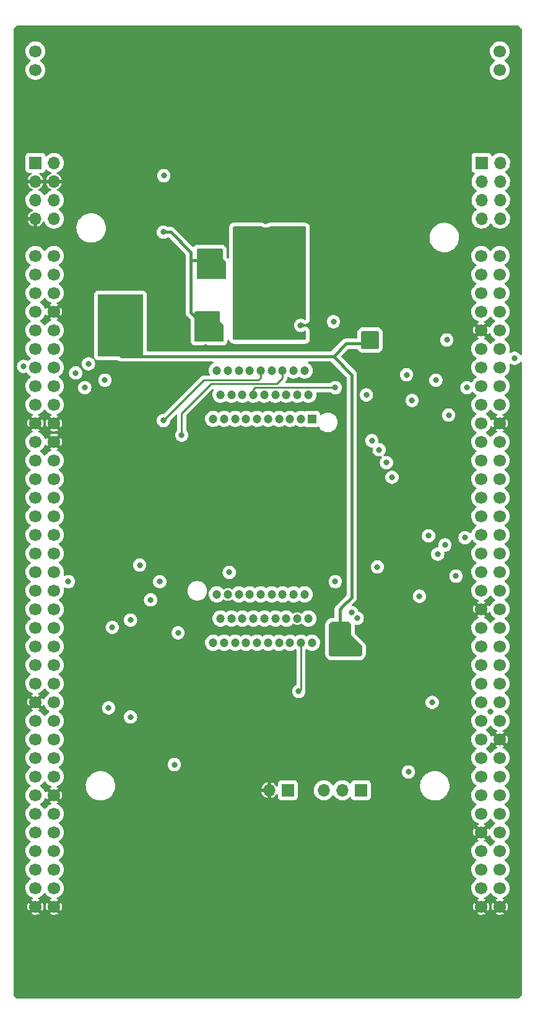
<source format=gbr>
%TF.GenerationSoftware,KiCad,Pcbnew,(6.0.7-1)-1*%
%TF.CreationDate,2022-08-23T13:11:12-05:00*%
%TF.ProjectId,NR1B-ST56,4e523142-2d53-4543-9536-2e6b69636164,rev?*%
%TF.SameCoordinates,Original*%
%TF.FileFunction,Copper,L3,Inr*%
%TF.FilePolarity,Positive*%
%FSLAX46Y46*%
G04 Gerber Fmt 4.6, Leading zero omitted, Abs format (unit mm)*
G04 Created by KiCad (PCBNEW (6.0.7-1)-1) date 2022-08-23 13:11:12*
%MOMM*%
%LPD*%
G01*
G04 APERTURE LIST*
%TA.AperFunction,ComponentPad*%
%ADD10R,1.700000X1.700000*%
%TD*%
%TA.AperFunction,ComponentPad*%
%ADD11O,1.700000X1.700000*%
%TD*%
%TA.AperFunction,ComponentPad*%
%ADD12R,1.200000X1.200000*%
%TD*%
%TA.AperFunction,ComponentPad*%
%ADD13C,1.200000*%
%TD*%
%TA.AperFunction,ComponentPad*%
%ADD14C,1.700000*%
%TD*%
%TA.AperFunction,ViaPad*%
%ADD15C,0.800000*%
%TD*%
%TA.AperFunction,Conductor*%
%ADD16C,0.400000*%
%TD*%
%TA.AperFunction,Conductor*%
%ADD17C,0.220000*%
%TD*%
G04 APERTURE END LIST*
D10*
%TO.N,/-15V_IN*%
%TO.C,J2*%
X168499999Y-98300001D03*
D11*
%TO.N,/+15V_IN*%
X171039999Y-98300001D03*
%TO.N,GND*%
X168499999Y-100840001D03*
X171039999Y-100840001D03*
%TO.N,unconnected-(J2-Pad5)*%
X168499999Y-103380001D03*
%TO.N,unconnected-(J2-Pad6)*%
X171039999Y-103380001D03*
%TO.N,GND*%
X168499999Y-105920001D03*
%TO.N,unconnected-(J2-Pad8)*%
X171039999Y-105920001D03*
%TD*%
D10*
%TO.N,VCC*%
%TO.C,JP1*%
X213000000Y-184000000D03*
D11*
%TO.N,VIO*%
X210460000Y-184000000D03*
%TO.N,/EVIO*%
X207920000Y-184000000D03*
%TD*%
D12*
%TO.N,/A23*%
%TO.C,U1*%
X206300742Y-133269258D03*
D13*
%TO.N,/A22*%
X205800742Y-129969258D03*
%TO.N,/A15*%
X205300742Y-126669258D03*
%TO.N,/A14*%
X204800742Y-133269258D03*
%TO.N,/A13*%
X204300742Y-129969258D03*
%TO.N,/A12*%
X203800742Y-126669258D03*
%TO.N,/A11*%
X203300742Y-133269258D03*
%TO.N,/A10*%
X202800742Y-129969258D03*
%TO.N,/A9*%
X202300742Y-126669258D03*
%TO.N,/A8*%
X201800742Y-133269258D03*
%TO.N,/A19*%
X201300742Y-129969258D03*
%TO.N,/A20*%
X200800742Y-126669258D03*
%TO.N,/~{WE}*%
X200300742Y-133269258D03*
%TO.N,/VWL_BUF*%
X199800742Y-129969258D03*
%TO.N,/A21*%
X199300742Y-126669258D03*
%TO.N,/WP_BUF*%
X198800742Y-133269258D03*
%TO.N,/RY{slash}~{BY}*%
X198300742Y-129969258D03*
%TO.N,/A18*%
X197800742Y-126669258D03*
%TO.N,/A17*%
X197300742Y-133269258D03*
%TO.N,/A7*%
X196800742Y-129969258D03*
%TO.N,/A6*%
X196300742Y-126669258D03*
%TO.N,/A5*%
X195800742Y-133269258D03*
%TO.N,/A4*%
X195300742Y-129969258D03*
%TO.N,/A3*%
X194800742Y-126669258D03*
%TO.N,/A2*%
X194300742Y-133269258D03*
%TO.N,/A1*%
X193800742Y-129969258D03*
%TO.N,N/C*%
X193300742Y-126669258D03*
X192800742Y-133269258D03*
%TO.N,VIO*%
X192800742Y-163849258D03*
%TO.N,N/C*%
X193300742Y-157249258D03*
%TO.N,/A0*%
X193800742Y-160549258D03*
%TO.N,/~{CE}*%
X194300742Y-163849258D03*
%TO.N,GND*%
X194800742Y-157249258D03*
%TO.N,/~{OE}*%
X195300742Y-160549258D03*
%TO.N,/DQ0*%
X195800742Y-163849258D03*
%TO.N,/DQ8*%
X196300742Y-157249258D03*
%TO.N,/DQ1*%
X196800742Y-160549258D03*
%TO.N,/DQ9*%
X197300742Y-163849258D03*
%TO.N,/DQ2*%
X197800742Y-157249258D03*
%TO.N,/DQ10*%
X198300742Y-160549258D03*
%TO.N,/DQ3*%
X198800742Y-163849258D03*
%TO.N,/DQ11*%
X199300742Y-157249258D03*
%TO.N,VCC*%
X199800742Y-160549258D03*
%TO.N,/DQ4*%
X200300742Y-163849258D03*
%TO.N,/DQ12*%
X200800742Y-157249258D03*
%TO.N,/DQ5*%
X201300742Y-160549258D03*
%TO.N,/DQ13*%
X201800742Y-163849258D03*
%TO.N,/DQ6*%
X202300742Y-157249258D03*
%TO.N,/DQ14*%
X202800742Y-160549258D03*
%TO.N,/DQ7*%
X203300742Y-163849258D03*
%TO.N,/DQ15*%
X203800742Y-157249258D03*
%TO.N,GND*%
X204300742Y-160549258D03*
%TO.N,/~{BYTE}*%
X204800742Y-163849258D03*
%TO.N,/A16*%
X205300742Y-157249258D03*
%TO.N,/A25*%
X205800742Y-160549258D03*
%TO.N,/A24*%
X206300742Y-163849258D03*
%TD*%
D10*
%TO.N,/ANA_WP_SENSE*%
%TO.C,J1*%
X229499999Y-98300001D03*
D11*
%TO.N,unconnected-(J1-Pad2)*%
X232039999Y-98300001D03*
%TO.N,/ANA_WP*%
X229499999Y-100840001D03*
%TO.N,unconnected-(J1-Pad4)*%
X232039999Y-100840001D03*
%TO.N,/ANA_VWL_SENSE*%
X229499999Y-103380001D03*
%TO.N,unconnected-(J1-Pad6)*%
X232039999Y-103380001D03*
%TO.N,/ANA_VWL*%
X229499999Y-105920001D03*
%TO.N,unconnected-(J1-Pad8)*%
X232039999Y-105920001D03*
%TD*%
D10*
%TO.N,/EVIO_IN*%
%TO.C,J3*%
X203000000Y-184000000D03*
D11*
%TO.N,GND*%
X200460000Y-184000000D03*
%TD*%
D14*
%TO.N,/CE_SW*%
%TO.C,X1*%
X168499999Y-111000001D03*
%TO.N,unconnected-(X1-Pad2)*%
X171039999Y-111000001D03*
%TO.N,unconnected-(X1-Pad3)*%
X168499999Y-113540001D03*
%TO.N,unconnected-(X1-Pad4)*%
X171039999Y-113540001D03*
%TO.N,unconnected-(X1-Pad5)*%
X168499999Y-116080001D03*
%TO.N,unconnected-(X1-Pad6)*%
X171039999Y-116080001D03*
%TO.N,unconnected-(X1-Pad7)*%
X168499999Y-118620001D03*
%TO.N,GND*%
X171039999Y-118620001D03*
%TO.N,unconnected-(X1-Pad9)*%
X168499999Y-121160001D03*
%TO.N,unconnected-(X1-Pad10)*%
X171039999Y-121160001D03*
%TO.N,unconnected-(X1-Pad11)*%
X168499999Y-123700001D03*
%TO.N,unconnected-(X1-Pad12)*%
X171039999Y-123700001D03*
%TO.N,unconnected-(X1-Pad13)*%
X168499999Y-126240001D03*
%TO.N,unconnected-(X1-Pad14)*%
X171039999Y-126240001D03*
%TO.N,unconnected-(X1-Pad15)*%
X168499999Y-128780001D03*
%TO.N,/VCC_IN*%
X171039999Y-128780001D03*
%TO.N,unconnected-(X1-Pad17)*%
X168499999Y-131320001D03*
%TO.N,unconnected-(X1-Pad18)*%
X171039999Y-131320001D03*
%TO.N,GND*%
X168499999Y-133860001D03*
X171039999Y-133860001D03*
%TO.N,/A25*%
X168499999Y-136400001D03*
%TO.N,GND*%
X171039999Y-136400001D03*
%TO.N,unconnected-(X1-Pad23)*%
X168499999Y-138940001D03*
%TO.N,unconnected-(X1-Pad24)*%
X171039999Y-138940001D03*
%TO.N,unconnected-(X1-Pad25)*%
X168499999Y-141480001D03*
%TO.N,unconnected-(X1-Pad26)*%
X171039999Y-141480001D03*
%TO.N,unconnected-(X1-Pad27)*%
X168499999Y-144020001D03*
%TO.N,unconnected-(X1-Pad28)*%
X171039999Y-144020001D03*
%TO.N,unconnected-(X1-Pad29)*%
X168499999Y-146560001D03*
%TO.N,unconnected-(X1-Pad30)*%
X171039999Y-146560001D03*
%TO.N,unconnected-(X1-Pad31)*%
X168499999Y-149100001D03*
%TO.N,unconnected-(X1-Pad32)*%
X171039999Y-149100001D03*
%TO.N,unconnected-(X1-Pad33)*%
X168499999Y-151640001D03*
%TO.N,unconnected-(X1-Pad34)*%
X171039999Y-151640001D03*
%TO.N,unconnected-(X1-Pad35)*%
X168499999Y-154180001D03*
%TO.N,unconnected-(X1-Pad36)*%
X171039999Y-154180001D03*
%TO.N,unconnected-(X1-Pad37)*%
X168499999Y-156720001D03*
%TO.N,unconnected-(X1-Pad38)*%
X171039999Y-156720001D03*
%TO.N,/~{OE}*%
X168499999Y-159260001D03*
%TO.N,unconnected-(X1-Pad40)*%
X171039999Y-159260001D03*
%TO.N,/~{WE}*%
X168499999Y-161800001D03*
%TO.N,/A11*%
X171039999Y-161800001D03*
%TO.N,unconnected-(X1-Pad43)*%
X168499999Y-164340001D03*
%TO.N,/A12*%
X171039999Y-164340001D03*
%TO.N,unconnected-(X1-Pad45)*%
X168499999Y-166880001D03*
%TO.N,/A22*%
X171039999Y-166880001D03*
%TO.N,/A18*%
X168499999Y-169420001D03*
%TO.N,/A19*%
X171039999Y-169420001D03*
%TO.N,GND*%
X168499999Y-171960001D03*
%TO.N,/A20*%
X171039999Y-171960001D03*
%TO.N,/A0*%
X168499999Y-174500001D03*
%TO.N,/A1*%
X171039999Y-174500001D03*
%TO.N,/A-1*%
X168499999Y-177040001D03*
%TO.N,unconnected-(X1-Pad54)*%
X171039999Y-177040001D03*
%TO.N,/DQ3*%
X168499999Y-179580001D03*
%TO.N,unconnected-(X1-Pad56)*%
X171039999Y-179580001D03*
%TO.N,/DQ2*%
X168499999Y-182120001D03*
%TO.N,/A10*%
X171039999Y-182120001D03*
%TO.N,/A9*%
X168499999Y-184660001D03*
%TO.N,GND*%
X171039999Y-184660001D03*
%TO.N,unconnected-(X1-Pad61)*%
X168499999Y-187200001D03*
%TO.N,/A21*%
X171039999Y-187200001D03*
%TO.N,unconnected-(X1-Pad63)*%
X168499999Y-189740001D03*
%TO.N,unconnected-(X1-Pad64)*%
X171039999Y-189740001D03*
%TO.N,unconnected-(X1-Pad65)*%
X168499999Y-192280001D03*
%TO.N,unconnected-(X1-Pad66)*%
X171039999Y-192280001D03*
%TO.N,unconnected-(X1-Pad67)*%
X168499999Y-194820001D03*
%TO.N,unconnected-(X1-Pad68)*%
X171039999Y-194820001D03*
%TO.N,Net-(R14-Pad2)*%
X168499999Y-197360001D03*
%TO.N,unconnected-(X1-Pad70)*%
X171039999Y-197360001D03*
%TO.N,GND*%
X168499999Y-199900001D03*
X171039999Y-199900001D03*
%TO.N,unconnected-(X1-Pad73)*%
X229459999Y-111000001D03*
%TO.N,unconnected-(X1-Pad74)*%
X231999999Y-111000001D03*
%TO.N,unconnected-(X1-Pad75)*%
X229459999Y-113540001D03*
%TO.N,/RY{slash}~{BY}*%
X231999999Y-113540001D03*
%TO.N,unconnected-(X1-Pad77)*%
X229459999Y-116080001D03*
%TO.N,unconnected-(X1-Pad78)*%
X231999999Y-116080001D03*
%TO.N,unconnected-(X1-Pad79)*%
X229459999Y-118620001D03*
%TO.N,unconnected-(X1-Pad80)*%
X231999999Y-118620001D03*
%TO.N,GND*%
X229459999Y-121160001D03*
%TO.N,Net-(R13-Pad1)*%
X231999999Y-121160001D03*
%TO.N,unconnected-(X1-Pad83)*%
X229459999Y-123700001D03*
%TO.N,unconnected-(X1-Pad84)*%
X231999999Y-123700001D03*
%TO.N,unconnected-(X1-Pad85)*%
X229459999Y-126240001D03*
%TO.N,unconnected-(X1-Pad86)*%
X231999999Y-126240001D03*
%TO.N,unconnected-(X1-Pad87)*%
X229459999Y-128780001D03*
%TO.N,unconnected-(X1-Pad88)*%
X231999999Y-128780001D03*
%TO.N,/A24*%
X229459999Y-131320001D03*
%TO.N,unconnected-(X1-Pad90)*%
X231999999Y-131320001D03*
%TO.N,/NE1*%
X229459999Y-133860001D03*
%TO.N,GND*%
X231999999Y-133860001D03*
%TO.N,unconnected-(X1-Pad93)*%
X229459999Y-136400001D03*
%TO.N,unconnected-(X1-Pad94)*%
X231999999Y-136400001D03*
%TO.N,unconnected-(X1-Pad95)*%
X229459999Y-138940001D03*
%TO.N,unconnected-(X1-Pad96)*%
X231999999Y-138940001D03*
%TO.N,unconnected-(X1-Pad97)*%
X229459999Y-141480001D03*
%TO.N,unconnected-(X1-Pad98)*%
X231999999Y-141480001D03*
%TO.N,unconnected-(X1-Pad99)*%
X229459999Y-144020001D03*
%TO.N,unconnected-(X1-Pad100)*%
X231999999Y-144020001D03*
%TO.N,/A23*%
X229459999Y-146560001D03*
%TO.N,unconnected-(X1-Pad102)*%
X231999999Y-146560001D03*
%TO.N,unconnected-(X1-Pad103)*%
X229459999Y-149100001D03*
%TO.N,unconnected-(X1-Pad104)*%
X231999999Y-149100001D03*
%TO.N,unconnected-(X1-Pad105)*%
X229459999Y-151640001D03*
%TO.N,unconnected-(X1-Pad106)*%
X231999999Y-151640001D03*
%TO.N,unconnected-(X1-Pad107)*%
X229459999Y-154180001D03*
%TO.N,/A4*%
X231999999Y-154180001D03*
%TO.N,unconnected-(X1-Pad109)*%
X229459999Y-156720001D03*
%TO.N,/A3*%
X231999999Y-156720001D03*
%TO.N,GND*%
X229459999Y-159260001D03*
%TO.N,/DQ5*%
X231999999Y-159260001D03*
%TO.N,/A17*%
X229459999Y-161800001D03*
%TO.N,unconnected-(X1-Pad114)*%
X231999999Y-161800001D03*
%TO.N,/A16*%
X229459999Y-164340001D03*
%TO.N,/DQ4*%
X231999999Y-164340001D03*
%TO.N,/A15*%
X229459999Y-166880001D03*
%TO.N,/DQ0*%
X231999999Y-166880001D03*
%TO.N,/DQ7*%
X229459999Y-169420001D03*
%TO.N,/DQ1*%
X231999999Y-169420001D03*
%TO.N,Net-(R9-Pad1)*%
X229459999Y-171960001D03*
%TO.N,/A7*%
X231999999Y-171960001D03*
%TO.N,Net-(R11-Pad1)*%
X229459999Y-174500001D03*
%TO.N,/DQ6*%
X231999999Y-174500001D03*
%TO.N,Net-(R12-Pad2)*%
X229459999Y-177040001D03*
%TO.N,GND*%
X231999999Y-177040001D03*
%TO.N,Net-(R10-Pad2)*%
X229459999Y-179580001D03*
%TO.N,Net-(R8-Pad2)*%
X231999999Y-179580001D03*
%TO.N,/A6*%
X229459999Y-182120001D03*
%TO.N,/A2*%
X231999999Y-182120001D03*
%TO.N,/A5*%
X229459999Y-184660001D03*
%TO.N,/A8*%
X231999999Y-184660001D03*
%TO.N,unconnected-(X1-Pad133)*%
X229459999Y-187200001D03*
%TO.N,unconnected-(X1-Pad134)*%
X231999999Y-187200001D03*
%TO.N,GND*%
X229459999Y-189740001D03*
%TO.N,unconnected-(X1-Pad136)*%
X231999999Y-189740001D03*
%TO.N,Net-(R15-Pad1)*%
X229459999Y-192280001D03*
%TO.N,unconnected-(X1-Pad138)*%
X231999999Y-192280001D03*
%TO.N,unconnected-(X1-Pad139)*%
X229459999Y-194820001D03*
%TO.N,/A14*%
X231999999Y-194820001D03*
%TO.N,/A13*%
X229459999Y-197360001D03*
%TO.N,unconnected-(X1-Pad142)*%
X231999999Y-197360001D03*
%TO.N,GND*%
X229459999Y-199900001D03*
X231999999Y-199900001D03*
%TO.N,N/C*%
X168499999Y-83060001D03*
X168499999Y-85600001D03*
X231999999Y-83060001D03*
X231999999Y-85600001D03*
%TD*%
D15*
%TO.N,VCC*%
X178500000Y-120250000D03*
X212150000Y-165000000D03*
X210650000Y-165000000D03*
X213750000Y-123000000D03*
X180500000Y-120250000D03*
X210650000Y-164000000D03*
X214750000Y-123000000D03*
X179500000Y-120250000D03*
X212150000Y-164000000D03*
X209400000Y-165000000D03*
X181500000Y-120250000D03*
%TO.N,GND*%
X210000000Y-148300000D03*
X179850000Y-96300000D03*
X204750000Y-120500000D03*
X195000000Y-137000000D03*
X189750000Y-169000000D03*
X207500000Y-96750000D03*
X214650000Y-162000000D03*
X209000000Y-168500000D03*
X207500000Y-114750000D03*
X193250000Y-137000000D03*
X217000000Y-134000000D03*
X210000000Y-144750000D03*
X208500000Y-193750000D03*
X214500000Y-134700000D03*
X207500000Y-193750000D03*
X202500000Y-96750000D03*
X181500000Y-112000000D03*
X210000000Y-141200000D03*
X210250000Y-96750000D03*
X214650000Y-163000000D03*
X213800000Y-160600000D03*
X207500000Y-108500000D03*
X180000000Y-105000000D03*
X185750000Y-123250000D03*
X194750000Y-123500000D03*
X212500000Y-96750000D03*
X189750000Y-168000000D03*
X185750000Y-122250000D03*
X191750000Y-123500000D03*
X214750000Y-118500000D03*
X199250000Y-99750000D03*
X186400000Y-162500000D03*
X179100000Y-171200000D03*
X180500000Y-111000000D03*
X191850000Y-104750000D03*
X178500000Y-111000000D03*
X205000000Y-96750000D03*
X213750000Y-118500000D03*
X226200000Y-151300000D03*
X200000000Y-106250000D03*
X179850000Y-97300000D03*
X187100000Y-134800000D03*
X198250000Y-99750000D03*
X179500000Y-130250000D03*
X179500000Y-111000000D03*
X207800000Y-155500000D03*
X178500000Y-112000000D03*
X181500000Y-111000000D03*
X215000000Y-108500000D03*
X181500000Y-172500000D03*
X185750000Y-117250000D03*
X181500000Y-162100000D03*
X212500000Y-125500000D03*
X180000000Y-104000000D03*
X223900000Y-148900000D03*
X176000000Y-127600000D03*
X185750000Y-118250000D03*
X191500000Y-137000000D03*
%TO.N,+15V*%
X203250000Y-110000000D03*
X197350000Y-113400000D03*
X203250000Y-111750000D03*
X186050000Y-100050000D03*
X197350000Y-112150000D03*
X197000000Y-120750000D03*
X203250000Y-113500000D03*
X197000000Y-122000000D03*
X204750000Y-121750000D03*
%TO.N,/DQ15*%
X184250000Y-158000000D03*
X215250000Y-153500000D03*
%TO.N,/A22*%
X174000000Y-127000000D03*
%TO.N,/A15*%
X223250000Y-128000000D03*
%TO.N,/A14*%
X214500000Y-136250000D03*
%TO.N,/A13*%
X219500000Y-181500000D03*
X220000000Y-130750000D03*
%TO.N,/A12*%
X179000000Y-161750000D03*
%TO.N,/A11*%
X181500000Y-160750000D03*
%TO.N,/A10*%
X178000000Y-128000000D03*
X178500000Y-172750000D03*
%TO.N,/A9*%
X188500000Y-135500000D03*
X187500000Y-180500000D03*
%TO.N,/A8*%
X215500000Y-137500000D03*
%TO.N,/A19*%
X175250000Y-129000000D03*
%TO.N,/~{WE}*%
X173000000Y-155500000D03*
X182750000Y-153250000D03*
%TO.N,/A21*%
X181500000Y-174000000D03*
X186000000Y-133500000D03*
%TO.N,/RY{slash}~{BY}*%
X209500000Y-129000000D03*
X227500000Y-129000000D03*
%TO.N,/A18*%
X175750000Y-125750000D03*
X166890982Y-126109018D03*
%TO.N,/A17*%
X227250000Y-149500000D03*
%TO.N,/A7*%
X225000000Y-132750000D03*
%TO.N,/A6*%
X219250000Y-127250000D03*
%TO.N,/A5*%
X216500000Y-139250000D03*
%TO.N,/A3*%
X234000000Y-125000000D03*
%TO.N,/A2*%
X217250000Y-141250000D03*
%TO.N,/DQ0*%
X230750000Y-173250000D03*
%TO.N,/DQ8*%
X222250000Y-149250000D03*
%TO.N,/DQ9*%
X222750000Y-172000000D03*
%TO.N,/DQ2*%
X185500000Y-155500000D03*
X195000000Y-154250000D03*
%TO.N,/DQ10*%
X221000000Y-157500000D03*
%TO.N,/DQ11*%
X224500000Y-150500000D03*
%TO.N,/DQ12*%
X223500000Y-151750000D03*
%TO.N,/DQ5*%
X209500000Y-155500000D03*
%TO.N,/DQ13*%
X211750000Y-159750000D03*
%TO.N,/DQ14*%
X188000000Y-162500000D03*
%TO.N,/A16*%
X226000000Y-154750000D03*
%TO.N,/A24*%
X212500000Y-160500000D03*
X213750000Y-130000000D03*
%TO.N,/CE_SW*%
X209250000Y-120000000D03*
%TO.N,-15V*%
X191600000Y-112900000D03*
X192500000Y-121500000D03*
X192500000Y-120250000D03*
X191600000Y-111650000D03*
X191250000Y-120250000D03*
X191250000Y-121500000D03*
X186000000Y-107750000D03*
X192850000Y-111650000D03*
X192850000Y-112900000D03*
%TO.N,/~{BYTE}*%
X204500000Y-170500000D03*
%TO.N,Net-(R13-Pad1)*%
X224750000Y-122500000D03*
%TD*%
D16*
%TO.N,VCC*%
X210100000Y-159300000D02*
X210100000Y-162000000D01*
X209250000Y-124750000D02*
X180250000Y-124750000D01*
X210500000Y-158900000D02*
X210100000Y-159300000D01*
X179500000Y-124000000D02*
X179500000Y-120250000D01*
X211750000Y-127250000D02*
X209250000Y-124750000D01*
X180250000Y-124750000D02*
X179500000Y-124000000D01*
X211750000Y-153500000D02*
X211750000Y-127250000D01*
X211750000Y-157650000D02*
X210500000Y-158900000D01*
X213750000Y-123000000D02*
X211000000Y-123000000D01*
X211000000Y-123000000D02*
X209250000Y-124750000D01*
X211750000Y-153500000D02*
X211750000Y-157650000D01*
D17*
%TO.N,/A9*%
X188500000Y-132500000D02*
X188500000Y-135500000D01*
X192500000Y-128500000D02*
X188500000Y-132500000D01*
X201500000Y-128500000D02*
X192500000Y-128500000D01*
X202300742Y-126669258D02*
X202300742Y-127699258D01*
X201500000Y-128500000D02*
X202300742Y-127699258D01*
%TO.N,/A21*%
X191500000Y-128000000D02*
X199000000Y-128000000D01*
X199300742Y-127699258D02*
X199000000Y-128000000D01*
X191500000Y-128000000D02*
X186000000Y-133500000D01*
X199300742Y-126669258D02*
X199300742Y-127699258D01*
%TO.N,/RY{slash}~{BY}*%
X198300742Y-129969258D02*
X198300742Y-129199258D01*
X198500000Y-129000000D02*
X209500000Y-129000000D01*
X198300742Y-129199258D02*
X198500000Y-129000000D01*
D16*
%TO.N,-15V*%
X187000000Y-107750000D02*
X186000000Y-107750000D01*
X191600000Y-111650000D02*
X189800000Y-111650000D01*
X189800000Y-111650000D02*
X189750000Y-111700000D01*
X189750000Y-111700000D02*
X189750000Y-118750000D01*
X189750000Y-110500000D02*
X187000000Y-107750000D01*
X189750000Y-110500000D02*
X189750000Y-111700000D01*
X189750000Y-118750000D02*
X191250000Y-120250000D01*
D17*
%TO.N,/~{BYTE}*%
X204500000Y-170500000D02*
X204800742Y-170199258D01*
X204800742Y-170199258D02*
X204800742Y-163849258D01*
%TD*%
%TA.AperFunction,Conductor*%
%TO.N,-15V*%
G36*
X193692121Y-118620002D02*
G01*
X193738614Y-118673658D01*
X193750000Y-118726000D01*
X193750000Y-120000000D01*
X194213095Y-120463095D01*
X194247121Y-120525407D01*
X194250000Y-120552190D01*
X194250000Y-122624000D01*
X194229998Y-122692121D01*
X194176342Y-122738614D01*
X194124000Y-122750000D01*
X190376000Y-122750000D01*
X190307879Y-122729998D01*
X190261386Y-122676342D01*
X190250000Y-122624000D01*
X190250000Y-118726000D01*
X190270002Y-118657879D01*
X190323658Y-118611386D01*
X190376000Y-118600000D01*
X193624000Y-118600000D01*
X193692121Y-118620002D01*
G37*
%TD.AperFunction*%
%TD*%
%TA.AperFunction,Conductor*%
%TO.N,VCC*%
G36*
X211415931Y-161020002D02*
G01*
X211436905Y-161036905D01*
X211613095Y-161213095D01*
X211647121Y-161275407D01*
X211650000Y-161302190D01*
X211650000Y-162750000D01*
X213113095Y-164213095D01*
X213147121Y-164275407D01*
X213150000Y-164302190D01*
X213150000Y-165447810D01*
X213129998Y-165515931D01*
X213113095Y-165536905D01*
X212936905Y-165713095D01*
X212874593Y-165747121D01*
X212847810Y-165750000D01*
X208952190Y-165750000D01*
X208884069Y-165729998D01*
X208863095Y-165713095D01*
X208686905Y-165536905D01*
X208652879Y-165474593D01*
X208650000Y-165447810D01*
X208650000Y-161302190D01*
X208670002Y-161234069D01*
X208686905Y-161213095D01*
X208863095Y-161036905D01*
X208925407Y-161002879D01*
X208952190Y-161000000D01*
X211347810Y-161000000D01*
X211415931Y-161020002D01*
G37*
%TD.AperFunction*%
%TD*%
%TA.AperFunction,Conductor*%
%TO.N,GND*%
G36*
X182000000Y-104000000D02*
G01*
X182000000Y-105000000D01*
X181500000Y-105500000D01*
X179500000Y-105500000D01*
X179500000Y-103500000D01*
X181500000Y-103500000D01*
X182000000Y-104000000D01*
G37*
%TD.AperFunction*%
%TD*%
%TA.AperFunction,Conductor*%
%TO.N,-15V*%
G36*
X194042121Y-110020002D02*
G01*
X194088614Y-110073658D01*
X194100000Y-110126000D01*
X194100000Y-111400000D01*
X194563095Y-111863095D01*
X194597121Y-111925407D01*
X194600000Y-111952190D01*
X194600000Y-114024000D01*
X194579998Y-114092121D01*
X194526342Y-114138614D01*
X194474000Y-114150000D01*
X190726000Y-114150000D01*
X190657879Y-114129998D01*
X190611386Y-114076342D01*
X190600000Y-114024000D01*
X190600000Y-110126000D01*
X190620002Y-110057879D01*
X190673658Y-110011386D01*
X190726000Y-110000000D01*
X193974000Y-110000000D01*
X194042121Y-110020002D01*
G37*
%TD.AperFunction*%
%TD*%
%TA.AperFunction,Conductor*%
%TO.N,VCC*%
G36*
X183192121Y-116270002D02*
G01*
X183238614Y-116323658D01*
X183250000Y-116376000D01*
X183250000Y-124624000D01*
X183229998Y-124692121D01*
X183176342Y-124738614D01*
X183124000Y-124750000D01*
X177126000Y-124750000D01*
X177057879Y-124729998D01*
X177011386Y-124676342D01*
X177000000Y-124624000D01*
X177000000Y-116376000D01*
X177020002Y-116307879D01*
X177073658Y-116261386D01*
X177126000Y-116250000D01*
X183124000Y-116250000D01*
X183192121Y-116270002D01*
G37*
%TD.AperFunction*%
%TD*%
%TA.AperFunction,Conductor*%
%TO.N,GND*%
G36*
X181850000Y-96300000D02*
G01*
X181850000Y-97300000D01*
X181350000Y-97800000D01*
X179350000Y-97800000D01*
X179350000Y-95800000D01*
X181350000Y-95800000D01*
X181850000Y-96300000D01*
G37*
%TD.AperFunction*%
%TD*%
%TA.AperFunction,Conductor*%
%TO.N,VCC*%
G36*
X215265931Y-121270002D02*
G01*
X215286905Y-121286905D01*
X215463095Y-121463095D01*
X215497121Y-121525407D01*
X215500000Y-121552190D01*
X215500000Y-123447810D01*
X215479998Y-123515931D01*
X215463095Y-123536905D01*
X215286905Y-123713095D01*
X215224593Y-123747121D01*
X215197810Y-123750000D01*
X213302190Y-123750000D01*
X213234069Y-123729998D01*
X213213095Y-123713095D01*
X213036905Y-123536905D01*
X213002879Y-123474593D01*
X213000000Y-123447810D01*
X213000000Y-121552190D01*
X213020002Y-121484069D01*
X213036905Y-121463095D01*
X213213095Y-121286905D01*
X213275407Y-121252879D01*
X213302190Y-121250000D01*
X215197810Y-121250000D01*
X215265931Y-121270002D01*
G37*
%TD.AperFunction*%
%TD*%
%TA.AperFunction,Conductor*%
%TO.N,GND*%
G36*
X234524432Y-79528503D02*
G01*
X234545406Y-79545406D01*
X234954594Y-79954594D01*
X234988620Y-80016906D01*
X234991499Y-80043689D01*
X234991499Y-124430090D01*
X234971497Y-124498211D01*
X234917841Y-124544704D01*
X234847567Y-124554808D01*
X234782987Y-124525314D01*
X234756380Y-124493090D01*
X234742341Y-124468774D01*
X234739040Y-124463056D01*
X234635107Y-124347626D01*
X234615675Y-124326045D01*
X234615674Y-124326044D01*
X234611253Y-124321134D01*
X234456752Y-124208882D01*
X234450724Y-124206198D01*
X234450722Y-124206197D01*
X234288319Y-124133891D01*
X234288318Y-124133891D01*
X234282288Y-124131206D01*
X234176764Y-124108776D01*
X234101944Y-124092872D01*
X234101939Y-124092872D01*
X234095487Y-124091500D01*
X233904513Y-124091500D01*
X233898061Y-124092872D01*
X233898056Y-124092872D01*
X233823236Y-124108776D01*
X233717712Y-124131206D01*
X233711682Y-124133891D01*
X233711681Y-124133891D01*
X233549278Y-124206197D01*
X233549276Y-124206198D01*
X233543248Y-124208882D01*
X233537907Y-124212762D01*
X233537906Y-124212763D01*
X233490315Y-124247340D01*
X233423447Y-124271199D01*
X233354296Y-124255118D01*
X233304815Y-124204204D01*
X233290716Y-124134621D01*
X233295694Y-124108781D01*
X233332369Y-123988070D01*
X233361528Y-123766591D01*
X233362459Y-123728502D01*
X233363073Y-123703366D01*
X233363073Y-123703362D01*
X233363155Y-123700001D01*
X233344851Y-123477362D01*
X233290430Y-123260703D01*
X233201353Y-123055841D01*
X233110709Y-122915726D01*
X233082821Y-122872618D01*
X233082819Y-122872615D01*
X233080013Y-122868278D01*
X232929669Y-122703052D01*
X232925618Y-122699853D01*
X232925614Y-122699849D01*
X232758413Y-122567801D01*
X232758409Y-122567799D01*
X232754358Y-122564599D01*
X232713052Y-122541797D01*
X232663083Y-122491365D01*
X232648311Y-122421922D01*
X232673427Y-122355517D01*
X232700779Y-122328910D01*
X232758427Y-122287790D01*
X232879859Y-122201174D01*
X232902911Y-122178203D01*
X233034434Y-122047138D01*
X233038095Y-122043490D01*
X233097593Y-121960690D01*
X233165434Y-121866278D01*
X233168452Y-121862078D01*
X233189319Y-121819858D01*
X233265135Y-121666454D01*
X233265136Y-121666452D01*
X233267429Y-121661812D01*
X233325547Y-121470525D01*
X233330864Y-121453024D01*
X233330864Y-121453022D01*
X233332369Y-121448070D01*
X233361528Y-121226591D01*
X233361666Y-121220943D01*
X233363073Y-121163366D01*
X233363073Y-121163362D01*
X233363155Y-121160001D01*
X233344851Y-120937362D01*
X233290430Y-120720703D01*
X233201353Y-120515841D01*
X233129533Y-120404824D01*
X233082821Y-120332618D01*
X233082819Y-120332615D01*
X233080013Y-120328278D01*
X232929669Y-120163052D01*
X232925618Y-120159853D01*
X232925614Y-120159849D01*
X232758413Y-120027801D01*
X232758409Y-120027799D01*
X232754358Y-120024599D01*
X232713052Y-120001797D01*
X232663083Y-119951365D01*
X232648311Y-119881922D01*
X232673427Y-119815517D01*
X232700779Y-119788910D01*
X232753754Y-119751123D01*
X232879859Y-119661174D01*
X232902911Y-119638203D01*
X233034434Y-119507138D01*
X233038095Y-119503490D01*
X233097593Y-119420690D01*
X233165434Y-119326278D01*
X233168452Y-119322078D01*
X233189319Y-119279858D01*
X233265135Y-119126454D01*
X233265136Y-119126452D01*
X233267429Y-119121812D01*
X233315607Y-118963241D01*
X233330864Y-118913024D01*
X233330864Y-118913022D01*
X233332369Y-118908070D01*
X233361528Y-118686591D01*
X233362921Y-118629581D01*
X233363073Y-118623366D01*
X233363073Y-118623362D01*
X233363155Y-118620001D01*
X233344851Y-118397362D01*
X233290430Y-118180703D01*
X233201353Y-117975841D01*
X233080013Y-117788278D01*
X232929669Y-117623052D01*
X232925618Y-117619853D01*
X232925614Y-117619849D01*
X232758413Y-117487801D01*
X232758409Y-117487799D01*
X232754358Y-117484599D01*
X232713052Y-117461797D01*
X232663083Y-117411365D01*
X232648311Y-117341922D01*
X232673427Y-117275517D01*
X232700779Y-117248910D01*
X232744602Y-117217651D01*
X232879859Y-117121174D01*
X233038095Y-116963490D01*
X233097593Y-116880690D01*
X233165434Y-116786278D01*
X233168452Y-116782078D01*
X233189319Y-116739858D01*
X233265135Y-116586454D01*
X233265136Y-116586452D01*
X233267429Y-116581812D01*
X233332369Y-116368070D01*
X233361528Y-116146591D01*
X233363155Y-116080001D01*
X233344851Y-115857362D01*
X233290430Y-115640703D01*
X233201353Y-115435841D01*
X233080013Y-115248278D01*
X232929669Y-115083052D01*
X232925618Y-115079853D01*
X232925614Y-115079849D01*
X232758413Y-114947801D01*
X232758409Y-114947799D01*
X232754358Y-114944599D01*
X232713052Y-114921797D01*
X232663083Y-114871365D01*
X232648311Y-114801922D01*
X232673427Y-114735517D01*
X232700779Y-114708910D01*
X232744602Y-114677651D01*
X232879859Y-114581174D01*
X233038095Y-114423490D01*
X233097593Y-114340690D01*
X233165434Y-114246278D01*
X233168452Y-114242078D01*
X233189319Y-114199858D01*
X233265135Y-114046454D01*
X233265136Y-114046452D01*
X233267429Y-114041812D01*
X233332369Y-113828070D01*
X233361528Y-113606591D01*
X233363155Y-113540001D01*
X233344851Y-113317362D01*
X233290430Y-113100703D01*
X233201353Y-112895841D01*
X233080013Y-112708278D01*
X232929669Y-112543052D01*
X232925618Y-112539853D01*
X232925614Y-112539849D01*
X232758413Y-112407801D01*
X232758409Y-112407799D01*
X232754358Y-112404599D01*
X232713052Y-112381797D01*
X232663083Y-112331365D01*
X232648311Y-112261922D01*
X232673427Y-112195517D01*
X232700779Y-112168910D01*
X232744602Y-112137651D01*
X232879859Y-112041174D01*
X233038095Y-111883490D01*
X233097593Y-111800690D01*
X233165434Y-111706278D01*
X233168452Y-111702078D01*
X233189319Y-111659858D01*
X233265135Y-111506454D01*
X233265136Y-111506452D01*
X233267429Y-111501812D01*
X233332369Y-111288070D01*
X233361528Y-111066591D01*
X233363155Y-111000001D01*
X233344851Y-110777362D01*
X233290430Y-110560703D01*
X233201353Y-110355841D01*
X233080013Y-110168278D01*
X232929669Y-110003052D01*
X232925618Y-109999853D01*
X232925614Y-109999849D01*
X232758413Y-109867801D01*
X232758409Y-109867799D01*
X232754358Y-109864599D01*
X232746649Y-109860343D01*
X232601579Y-109780261D01*
X232558788Y-109756639D01*
X232553919Y-109754915D01*
X232553915Y-109754913D01*
X232353086Y-109683796D01*
X232353082Y-109683795D01*
X232348211Y-109682070D01*
X232343118Y-109681163D01*
X232343115Y-109681162D01*
X232133372Y-109643801D01*
X232133366Y-109643800D01*
X232128283Y-109642895D01*
X232054451Y-109641993D01*
X231910080Y-109640229D01*
X231910078Y-109640229D01*
X231904910Y-109640166D01*
X231684090Y-109673956D01*
X231471755Y-109743358D01*
X231424361Y-109768030D01*
X231363272Y-109799831D01*
X231273606Y-109846508D01*
X231269473Y-109849611D01*
X231269470Y-109849613D01*
X231116443Y-109964509D01*
X231094964Y-109980636D01*
X231091392Y-109984374D01*
X230953299Y-110128880D01*
X230940628Y-110142139D01*
X230833200Y-110299622D01*
X230778292Y-110344622D01*
X230707767Y-110352793D01*
X230644020Y-110321539D01*
X230623323Y-110297055D01*
X230542821Y-110172618D01*
X230542819Y-110172615D01*
X230540013Y-110168278D01*
X230389669Y-110003052D01*
X230385618Y-109999853D01*
X230385614Y-109999849D01*
X230218413Y-109867801D01*
X230218409Y-109867799D01*
X230214358Y-109864599D01*
X230206649Y-109860343D01*
X230061579Y-109780261D01*
X230018788Y-109756639D01*
X230013919Y-109754915D01*
X230013915Y-109754913D01*
X229813086Y-109683796D01*
X229813082Y-109683795D01*
X229808211Y-109682070D01*
X229803118Y-109681163D01*
X229803115Y-109681162D01*
X229593372Y-109643801D01*
X229593366Y-109643800D01*
X229588283Y-109642895D01*
X229514451Y-109641993D01*
X229370080Y-109640229D01*
X229370078Y-109640229D01*
X229364910Y-109640166D01*
X229144090Y-109673956D01*
X228931755Y-109743358D01*
X228884361Y-109768030D01*
X228823272Y-109799831D01*
X228733606Y-109846508D01*
X228729473Y-109849611D01*
X228729470Y-109849613D01*
X228576443Y-109964509D01*
X228554964Y-109980636D01*
X228551392Y-109984374D01*
X228413299Y-110128880D01*
X228400628Y-110142139D01*
X228274742Y-110326681D01*
X228244430Y-110391983D01*
X228197163Y-110493812D01*
X228180687Y-110529306D01*
X228120988Y-110744571D01*
X228097250Y-110966696D01*
X228097547Y-110971849D01*
X228097547Y-110971852D01*
X228103010Y-111066591D01*
X228110109Y-111189716D01*
X228111246Y-111194762D01*
X228111247Y-111194768D01*
X228117882Y-111224207D01*
X228159221Y-111407640D01*
X228196723Y-111499996D01*
X228229434Y-111580554D01*
X228243265Y-111614617D01*
X228294018Y-111697439D01*
X228357290Y-111800689D01*
X228359986Y-111805089D01*
X228506249Y-111973939D01*
X228678125Y-112116633D01*
X228748594Y-112157812D01*
X228751444Y-112159477D01*
X228800168Y-112211115D01*
X228813239Y-112280898D01*
X228786508Y-112346670D01*
X228746054Y-112380028D01*
X228733606Y-112386508D01*
X228729473Y-112389611D01*
X228729470Y-112389613D01*
X228705246Y-112407801D01*
X228554964Y-112520636D01*
X228400628Y-112682139D01*
X228274742Y-112866681D01*
X228180687Y-113069306D01*
X228120988Y-113284571D01*
X228097250Y-113506696D01*
X228097547Y-113511849D01*
X228097547Y-113511852D01*
X228103010Y-113606591D01*
X228110109Y-113729716D01*
X228111246Y-113734762D01*
X228111247Y-113734768D01*
X228131118Y-113822940D01*
X228159221Y-113947640D01*
X228243265Y-114154617D01*
X228294018Y-114237439D01*
X228357290Y-114340689D01*
X228359986Y-114345089D01*
X228506249Y-114513939D01*
X228678125Y-114656633D01*
X228689877Y-114663500D01*
X228751444Y-114699477D01*
X228800168Y-114751115D01*
X228813239Y-114820898D01*
X228786508Y-114886670D01*
X228746054Y-114920028D01*
X228733606Y-114926508D01*
X228729473Y-114929611D01*
X228729470Y-114929613D01*
X228705246Y-114947801D01*
X228554964Y-115060636D01*
X228400628Y-115222139D01*
X228274742Y-115406681D01*
X228180687Y-115609306D01*
X228120988Y-115824571D01*
X228097250Y-116046696D01*
X228097547Y-116051849D01*
X228097547Y-116051852D01*
X228107896Y-116231331D01*
X228110109Y-116269716D01*
X228111246Y-116274762D01*
X228111247Y-116274768D01*
X228131118Y-116362940D01*
X228159221Y-116487640D01*
X228243265Y-116694617D01*
X228294018Y-116777439D01*
X228357290Y-116880689D01*
X228359986Y-116885089D01*
X228506249Y-117053939D01*
X228678125Y-117196633D01*
X228748594Y-117237812D01*
X228751444Y-117239477D01*
X228800168Y-117291115D01*
X228813239Y-117360898D01*
X228786508Y-117426670D01*
X228746054Y-117460028D01*
X228733606Y-117466508D01*
X228729473Y-117469611D01*
X228729470Y-117469613D01*
X228559865Y-117596956D01*
X228554964Y-117600636D01*
X228400628Y-117762139D01*
X228274742Y-117946681D01*
X228180687Y-118149306D01*
X228120988Y-118364571D01*
X228097250Y-118586696D01*
X228097547Y-118591849D01*
X228097547Y-118591852D01*
X228109251Y-118794830D01*
X228110109Y-118809716D01*
X228111246Y-118814762D01*
X228111247Y-118814768D01*
X228124395Y-118873107D01*
X228159221Y-119027640D01*
X228243265Y-119234617D01*
X228293903Y-119317251D01*
X228357290Y-119420689D01*
X228359986Y-119425089D01*
X228506249Y-119593939D01*
X228678125Y-119736633D01*
X228870999Y-119849339D01*
X228875824Y-119851181D01*
X228875825Y-119851182D01*
X229025119Y-119908192D01*
X229081622Y-119951180D01*
X229105915Y-120017891D01*
X229090285Y-120087146D01*
X229039694Y-120136956D01*
X229023782Y-120144114D01*
X228988091Y-120157281D01*
X228977716Y-120162230D01*
X228895302Y-120211261D01*
X228885704Y-120221594D01*
X228889191Y-120229983D01*
X229447187Y-120787979D01*
X229461131Y-120795593D01*
X229462964Y-120795462D01*
X229469579Y-120791211D01*
X230027380Y-120233410D01*
X230034140Y-120221030D01*
X230028110Y-120212975D01*
X229968238Y-120175198D01*
X229957987Y-120169974D01*
X229891590Y-120143485D01*
X229835731Y-120099664D01*
X229812430Y-120032600D01*
X229829086Y-119963585D01*
X229880410Y-119914531D01*
X229902073Y-119905769D01*
X229952425Y-119890663D01*
X229952431Y-119890661D01*
X229957383Y-119889175D01*
X230157993Y-119790897D01*
X230339859Y-119661174D01*
X230362911Y-119638203D01*
X230494434Y-119507138D01*
X230498095Y-119503490D01*
X230557593Y-119420690D01*
X230628452Y-119322078D01*
X230629775Y-119323029D01*
X230676644Y-119279858D01*
X230746579Y-119267626D01*
X230812025Y-119295145D01*
X230839874Y-119326995D01*
X230899986Y-119425089D01*
X231046249Y-119593939D01*
X231218125Y-119736633D01*
X231242922Y-119751123D01*
X231291444Y-119779477D01*
X231340168Y-119831115D01*
X231353239Y-119900898D01*
X231326508Y-119966670D01*
X231286054Y-120000028D01*
X231273606Y-120006508D01*
X231269473Y-120009611D01*
X231269470Y-120009613D01*
X231104082Y-120133790D01*
X231094964Y-120140636D01*
X231091392Y-120144374D01*
X230946236Y-120296271D01*
X230940628Y-120302139D01*
X230814742Y-120486681D01*
X230799002Y-120520591D01*
X230723731Y-120682749D01*
X230720687Y-120689306D01*
X230719303Y-120694298D01*
X230714756Y-120710693D01*
X230677277Y-120770990D01*
X230613148Y-120801453D01*
X230542730Y-120792409D01*
X230488379Y-120746730D01*
X230480333Y-120732748D01*
X230408997Y-120588093D01*
X230402009Y-120582848D01*
X230389590Y-120589620D01*
X229832021Y-121147189D01*
X229824407Y-121161133D01*
X229824538Y-121162966D01*
X229828789Y-121169581D01*
X230387294Y-121728086D01*
X230399674Y-121734846D01*
X230406254Y-121729920D01*
X230470051Y-121616003D01*
X230474730Y-121605495D01*
X230475188Y-121604145D01*
X230475577Y-121603592D01*
X230477082Y-121600212D01*
X230477746Y-121600508D01*
X230516028Y-121546070D01*
X230581782Y-121519295D01*
X230651574Y-121532318D01*
X230703245Y-121581007D01*
X230711243Y-121597247D01*
X230765116Y-121729920D01*
X230783265Y-121774617D01*
X230834018Y-121857439D01*
X230897290Y-121960689D01*
X230899986Y-121965089D01*
X231046249Y-122133939D01*
X231218125Y-122276633D01*
X231243567Y-122291500D01*
X231291444Y-122319477D01*
X231340168Y-122371115D01*
X231353239Y-122440898D01*
X231326508Y-122506670D01*
X231286054Y-122540028D01*
X231273606Y-122546508D01*
X231269473Y-122549611D01*
X231269470Y-122549613D01*
X231099099Y-122677531D01*
X231094964Y-122680636D01*
X231057596Y-122719739D01*
X230945740Y-122836790D01*
X230940628Y-122842139D01*
X230833200Y-122999622D01*
X230778292Y-123044622D01*
X230707767Y-123052793D01*
X230644020Y-123021539D01*
X230623323Y-122997055D01*
X230542821Y-122872618D01*
X230542819Y-122872615D01*
X230540013Y-122868278D01*
X230389669Y-122703052D01*
X230385618Y-122699853D01*
X230385614Y-122699849D01*
X230218413Y-122567801D01*
X230218409Y-122567799D01*
X230214358Y-122564599D01*
X230018788Y-122456639D01*
X230013919Y-122454915D01*
X230013915Y-122454913D01*
X229899394Y-122414359D01*
X229841858Y-122372765D01*
X229815942Y-122306667D01*
X229829876Y-122237051D01*
X229879235Y-122186020D01*
X229900955Y-122176272D01*
X229905493Y-122174732D01*
X229916001Y-122170053D01*
X230025090Y-122108960D01*
X230034954Y-122098882D01*
X230031999Y-122091211D01*
X229472811Y-121532023D01*
X229458867Y-121524409D01*
X229457034Y-121524540D01*
X229450419Y-121528791D01*
X228892145Y-122087065D01*
X228885949Y-122098412D01*
X228895829Y-122110899D01*
X228926158Y-122131164D01*
X228936263Y-122136651D01*
X229032978Y-122178203D01*
X229087671Y-122223471D01*
X229109208Y-122291123D01*
X229090751Y-122359678D01*
X229038160Y-122407372D01*
X229022392Y-122413733D01*
X228931755Y-122443358D01*
X228855317Y-122483149D01*
X228801490Y-122511170D01*
X228733606Y-122546508D01*
X228729473Y-122549611D01*
X228729470Y-122549613D01*
X228559099Y-122677531D01*
X228554964Y-122680636D01*
X228517596Y-122719739D01*
X228405740Y-122836790D01*
X228400628Y-122842139D01*
X228397719Y-122846404D01*
X228397713Y-122846412D01*
X228368213Y-122889657D01*
X228274742Y-123026681D01*
X228255002Y-123069208D01*
X228183166Y-123223966D01*
X228180687Y-123229306D01*
X228120988Y-123444571D01*
X228097250Y-123666696D01*
X228097547Y-123671849D01*
X228097547Y-123671852D01*
X228108345Y-123859123D01*
X228110109Y-123889716D01*
X228111246Y-123894762D01*
X228111247Y-123894768D01*
X228127716Y-123967842D01*
X228159221Y-124107640D01*
X228243265Y-124314617D01*
X228294018Y-124397439D01*
X228357290Y-124500689D01*
X228359986Y-124505089D01*
X228506249Y-124673939D01*
X228577568Y-124733149D01*
X228672339Y-124811829D01*
X228678125Y-124816633D01*
X228720680Y-124841500D01*
X228751444Y-124859477D01*
X228800168Y-124911115D01*
X228813239Y-124980898D01*
X228786508Y-125046670D01*
X228746054Y-125080028D01*
X228733606Y-125086508D01*
X228729473Y-125089611D01*
X228729470Y-125089613D01*
X228562739Y-125214798D01*
X228554964Y-125220636D01*
X228400628Y-125382139D01*
X228397719Y-125386404D01*
X228397713Y-125386412D01*
X228365773Y-125433234D01*
X228274742Y-125566681D01*
X228259002Y-125600591D01*
X228186026Y-125757805D01*
X228180687Y-125769306D01*
X228120988Y-125984571D01*
X228097250Y-126206696D01*
X228097547Y-126211849D01*
X228097547Y-126211852D01*
X228105102Y-126342872D01*
X228110109Y-126429716D01*
X228111246Y-126434762D01*
X228111247Y-126434768D01*
X228122860Y-126486297D01*
X228159221Y-126647640D01*
X228197460Y-126741812D01*
X228240989Y-126849011D01*
X228243265Y-126854617D01*
X228282930Y-126919344D01*
X228357290Y-127040689D01*
X228359986Y-127045089D01*
X228506249Y-127213939D01*
X228678125Y-127356633D01*
X228729185Y-127386470D01*
X228751444Y-127399477D01*
X228800168Y-127451115D01*
X228813239Y-127520898D01*
X228786508Y-127586670D01*
X228746054Y-127620028D01*
X228733606Y-127626508D01*
X228729473Y-127629611D01*
X228729470Y-127629613D01*
X228559099Y-127757531D01*
X228554964Y-127760636D01*
X228525835Y-127791118D01*
X228412395Y-127909826D01*
X228400628Y-127922139D01*
X228274742Y-128106681D01*
X228266536Y-128124360D01*
X228223539Y-128216987D01*
X228176715Y-128270354D01*
X228108472Y-128289934D01*
X228035193Y-128265873D01*
X227956752Y-128208882D01*
X227950724Y-128206198D01*
X227950722Y-128206197D01*
X227788319Y-128133891D01*
X227788318Y-128133891D01*
X227782288Y-128131206D01*
X227661747Y-128105584D01*
X227601944Y-128092872D01*
X227601939Y-128092872D01*
X227595487Y-128091500D01*
X227404513Y-128091500D01*
X227398061Y-128092872D01*
X227398056Y-128092872D01*
X227338253Y-128105584D01*
X227217712Y-128131206D01*
X227211682Y-128133891D01*
X227211681Y-128133891D01*
X227049278Y-128206197D01*
X227049276Y-128206198D01*
X227043248Y-128208882D01*
X226888747Y-128321134D01*
X226760960Y-128463056D01*
X226665473Y-128628444D01*
X226606458Y-128810072D01*
X226586496Y-129000000D01*
X226606458Y-129189928D01*
X226665473Y-129371556D01*
X226668776Y-129377278D01*
X226668777Y-129377279D01*
X226678787Y-129394617D01*
X226760960Y-129536944D01*
X226888747Y-129678866D01*
X227043248Y-129791118D01*
X227049276Y-129793802D01*
X227049278Y-129793803D01*
X227156408Y-129841500D01*
X227217712Y-129868794D01*
X227311112Y-129888647D01*
X227398056Y-129907128D01*
X227398061Y-129907128D01*
X227404513Y-129908500D01*
X227595487Y-129908500D01*
X227601939Y-129907128D01*
X227601944Y-129907128D01*
X227688888Y-129888647D01*
X227782288Y-129868794D01*
X227843592Y-129841500D01*
X227950722Y-129793803D01*
X227950724Y-129793802D01*
X227956752Y-129791118D01*
X228111253Y-129678866D01*
X228183964Y-129598112D01*
X228244410Y-129560872D01*
X228315393Y-129562224D01*
X228372837Y-129599924D01*
X228443820Y-129681870D01*
X228502865Y-129750033D01*
X228502868Y-129750036D01*
X228506249Y-129753939D01*
X228678125Y-129896633D01*
X228698433Y-129908500D01*
X228751444Y-129939477D01*
X228800168Y-129991115D01*
X228813239Y-130060898D01*
X228786508Y-130126670D01*
X228746054Y-130160028D01*
X228733606Y-130166508D01*
X228729473Y-130169611D01*
X228729470Y-130169613D01*
X228559099Y-130297531D01*
X228554964Y-130300636D01*
X228400628Y-130462139D01*
X228274742Y-130646681D01*
X228251718Y-130696282D01*
X228185631Y-130838656D01*
X228180687Y-130849306D01*
X228120988Y-131064571D01*
X228097250Y-131286696D01*
X228097547Y-131291849D01*
X228097547Y-131291852D01*
X228103010Y-131386591D01*
X228110109Y-131509716D01*
X228111246Y-131514762D01*
X228111247Y-131514768D01*
X228117791Y-131543803D01*
X228159221Y-131727640D01*
X228243265Y-131934617D01*
X228294018Y-132017439D01*
X228357290Y-132120689D01*
X228359986Y-132125089D01*
X228506249Y-132293939D01*
X228615606Y-132384729D01*
X228661166Y-132422553D01*
X228678125Y-132436633D01*
X228705605Y-132452691D01*
X228751444Y-132479477D01*
X228800168Y-132531115D01*
X228813239Y-132600898D01*
X228786508Y-132666670D01*
X228746054Y-132700028D01*
X228733606Y-132706508D01*
X228729473Y-132709611D01*
X228729470Y-132709613D01*
X228580938Y-132821134D01*
X228554964Y-132840636D01*
X228400628Y-133002139D01*
X228397714Y-133006411D01*
X228397713Y-133006412D01*
X228343796Y-133085452D01*
X228274742Y-133186681D01*
X228180687Y-133389306D01*
X228120988Y-133604571D01*
X228097250Y-133826696D01*
X228097547Y-133831849D01*
X228097547Y-133831852D01*
X228102302Y-133914319D01*
X228110109Y-134049716D01*
X228111246Y-134054762D01*
X228111247Y-134054768D01*
X228132274Y-134148070D01*
X228159221Y-134267640D01*
X228243265Y-134474617D01*
X228245964Y-134479021D01*
X228334554Y-134623587D01*
X228359986Y-134665089D01*
X228506249Y-134833939D01*
X228678125Y-134976633D01*
X228702922Y-134991123D01*
X228751444Y-135019477D01*
X228800168Y-135071115D01*
X228813239Y-135140898D01*
X228786508Y-135206670D01*
X228746054Y-135240028D01*
X228733606Y-135246508D01*
X228729473Y-135249611D01*
X228729470Y-135249613D01*
X228640205Y-135316635D01*
X228554964Y-135380636D01*
X228400628Y-135542139D01*
X228274742Y-135726681D01*
X228259002Y-135760591D01*
X228207494Y-135871556D01*
X228180687Y-135929306D01*
X228120988Y-136144571D01*
X228097250Y-136366696D01*
X228097547Y-136371849D01*
X228097547Y-136371852D01*
X228103010Y-136466591D01*
X228110109Y-136589716D01*
X228111246Y-136594762D01*
X228111247Y-136594768D01*
X228118574Y-136627279D01*
X228159221Y-136807640D01*
X228243265Y-137014617D01*
X228294018Y-137097439D01*
X228357290Y-137200689D01*
X228359986Y-137205089D01*
X228506249Y-137373939D01*
X228678125Y-137516633D01*
X228702922Y-137531123D01*
X228751444Y-137559477D01*
X228800168Y-137611115D01*
X228813239Y-137680898D01*
X228786508Y-137746670D01*
X228746054Y-137780028D01*
X228733606Y-137786508D01*
X228729473Y-137789611D01*
X228729470Y-137789613D01*
X228612710Y-137877279D01*
X228554964Y-137920636D01*
X228400628Y-138082139D01*
X228397719Y-138086404D01*
X228397713Y-138086412D01*
X228325483Y-138192298D01*
X228274742Y-138266681D01*
X228239375Y-138342873D01*
X228185526Y-138458882D01*
X228180687Y-138469306D01*
X228120988Y-138684571D01*
X228097250Y-138906696D01*
X228097547Y-138911849D01*
X228097547Y-138911852D01*
X228103010Y-139006591D01*
X228110109Y-139129716D01*
X228111246Y-139134762D01*
X228111247Y-139134768D01*
X228131118Y-139222940D01*
X228159221Y-139347640D01*
X228243265Y-139554617D01*
X228280434Y-139615271D01*
X228357290Y-139740689D01*
X228359986Y-139745089D01*
X228506249Y-139913939D01*
X228678125Y-140056633D01*
X228748594Y-140097812D01*
X228751444Y-140099477D01*
X228800168Y-140151115D01*
X228813239Y-140220898D01*
X228786508Y-140286670D01*
X228746054Y-140320028D01*
X228733606Y-140326508D01*
X228729473Y-140329611D01*
X228729470Y-140329613D01*
X228560876Y-140456197D01*
X228554964Y-140460636D01*
X228551392Y-140464374D01*
X228449370Y-140571134D01*
X228400628Y-140622139D01*
X228274742Y-140806681D01*
X228180687Y-141009306D01*
X228120988Y-141224571D01*
X228097250Y-141446696D01*
X228097547Y-141451849D01*
X228097547Y-141451852D01*
X228103010Y-141546591D01*
X228110109Y-141669716D01*
X228111246Y-141674762D01*
X228111247Y-141674768D01*
X228131118Y-141762940D01*
X228159221Y-141887640D01*
X228243265Y-142094617D01*
X228281572Y-142157128D01*
X228357290Y-142280689D01*
X228359986Y-142285089D01*
X228506249Y-142453939D01*
X228678125Y-142596633D01*
X228748594Y-142637812D01*
X228751444Y-142639477D01*
X228800168Y-142691115D01*
X228813239Y-142760898D01*
X228786508Y-142826670D01*
X228746054Y-142860028D01*
X228733606Y-142866508D01*
X228729473Y-142869611D01*
X228729470Y-142869613D01*
X228705246Y-142887801D01*
X228554964Y-143000636D01*
X228400628Y-143162139D01*
X228274742Y-143346681D01*
X228180687Y-143549306D01*
X228120988Y-143764571D01*
X228097250Y-143986696D01*
X228097547Y-143991849D01*
X228097547Y-143991852D01*
X228103010Y-144086591D01*
X228110109Y-144209716D01*
X228111246Y-144214762D01*
X228111247Y-144214768D01*
X228131118Y-144302940D01*
X228159221Y-144427640D01*
X228243265Y-144634617D01*
X228294018Y-144717439D01*
X228357290Y-144820689D01*
X228359986Y-144825089D01*
X228506249Y-144993939D01*
X228678125Y-145136633D01*
X228748594Y-145177812D01*
X228751444Y-145179477D01*
X228800168Y-145231115D01*
X228813239Y-145300898D01*
X228786508Y-145366670D01*
X228746054Y-145400028D01*
X228733606Y-145406508D01*
X228729473Y-145409611D01*
X228729470Y-145409613D01*
X228705246Y-145427801D01*
X228554964Y-145540636D01*
X228400628Y-145702139D01*
X228274742Y-145886681D01*
X228180687Y-146089306D01*
X228120988Y-146304571D01*
X228097250Y-146526696D01*
X228097547Y-146531849D01*
X228097547Y-146531852D01*
X228103010Y-146626591D01*
X228110109Y-146749716D01*
X228111246Y-146754762D01*
X228111247Y-146754768D01*
X228131118Y-146842940D01*
X228159221Y-146967640D01*
X228243265Y-147174617D01*
X228294018Y-147257439D01*
X228357290Y-147360689D01*
X228359986Y-147365089D01*
X228506249Y-147533939D01*
X228678125Y-147676633D01*
X228748594Y-147717812D01*
X228751444Y-147719477D01*
X228800168Y-147771115D01*
X228813239Y-147840898D01*
X228786508Y-147906670D01*
X228746054Y-147940028D01*
X228733606Y-147946508D01*
X228729473Y-147949611D01*
X228729470Y-147949613D01*
X228705246Y-147967801D01*
X228554964Y-148080636D01*
X228400628Y-148242139D01*
X228397719Y-148246404D01*
X228397713Y-148246412D01*
X228331913Y-148342872D01*
X228274742Y-148426681D01*
X228180687Y-148629306D01*
X228157542Y-148712763D01*
X228126172Y-148825878D01*
X228088693Y-148886176D01*
X228024564Y-148916639D01*
X227954146Y-148907595D01*
X227911119Y-148876516D01*
X227865675Y-148826045D01*
X227865674Y-148826044D01*
X227861253Y-148821134D01*
X227706752Y-148708882D01*
X227700724Y-148706198D01*
X227700722Y-148706197D01*
X227538319Y-148633891D01*
X227538318Y-148633891D01*
X227532288Y-148631206D01*
X227438887Y-148611353D01*
X227351944Y-148592872D01*
X227351939Y-148592872D01*
X227345487Y-148591500D01*
X227154513Y-148591500D01*
X227148061Y-148592872D01*
X227148056Y-148592872D01*
X227061113Y-148611353D01*
X226967712Y-148631206D01*
X226961682Y-148633891D01*
X226961681Y-148633891D01*
X226799278Y-148706197D01*
X226799276Y-148706198D01*
X226793248Y-148708882D01*
X226638747Y-148821134D01*
X226510960Y-148963056D01*
X226507659Y-148968774D01*
X226431895Y-149100001D01*
X226415473Y-149128444D01*
X226356458Y-149310072D01*
X226355768Y-149316633D01*
X226355768Y-149316635D01*
X226342810Y-149439928D01*
X226336496Y-149500000D01*
X226337186Y-149506565D01*
X226345712Y-149587681D01*
X226356458Y-149689928D01*
X226415473Y-149871556D01*
X226418776Y-149877278D01*
X226418777Y-149877279D01*
X226434833Y-149905089D01*
X226510960Y-150036944D01*
X226515378Y-150041851D01*
X226515379Y-150041852D01*
X226582240Y-150116109D01*
X226638747Y-150178866D01*
X226793248Y-150291118D01*
X226799276Y-150293802D01*
X226799278Y-150293803D01*
X226838162Y-150311115D01*
X226967712Y-150368794D01*
X227061113Y-150388647D01*
X227148056Y-150407128D01*
X227148061Y-150407128D01*
X227154513Y-150408500D01*
X227345487Y-150408500D01*
X227351939Y-150407128D01*
X227351944Y-150407128D01*
X227438887Y-150388647D01*
X227532288Y-150368794D01*
X227661838Y-150311115D01*
X227700722Y-150293803D01*
X227700724Y-150293802D01*
X227706752Y-150291118D01*
X227861253Y-150178866D01*
X227917760Y-150116109D01*
X227984621Y-150041852D01*
X227984622Y-150041851D01*
X227989040Y-150036944D01*
X228065167Y-149905089D01*
X228081223Y-149877279D01*
X228081224Y-149877278D01*
X228084527Y-149871556D01*
X228088394Y-149859654D01*
X228128466Y-149801049D01*
X228193862Y-149773412D01*
X228263819Y-149785517D01*
X228315660Y-149832756D01*
X228357286Y-149900684D01*
X228357290Y-149900689D01*
X228359986Y-149905089D01*
X228506249Y-150073939D01*
X228678125Y-150216633D01*
X228748594Y-150257812D01*
X228751444Y-150259477D01*
X228800168Y-150311115D01*
X228813239Y-150380898D01*
X228786508Y-150446670D01*
X228746054Y-150480028D01*
X228733606Y-150486508D01*
X228729473Y-150489611D01*
X228729470Y-150489613D01*
X228705246Y-150507801D01*
X228554964Y-150620636D01*
X228400628Y-150782139D01*
X228397719Y-150786404D01*
X228397713Y-150786412D01*
X228312555Y-150911250D01*
X228274742Y-150966681D01*
X228180687Y-151169306D01*
X228120988Y-151384571D01*
X228097250Y-151606696D01*
X228097547Y-151611849D01*
X228097547Y-151611852D01*
X228103010Y-151706591D01*
X228110109Y-151829716D01*
X228111246Y-151834762D01*
X228111247Y-151834768D01*
X228131118Y-151922940D01*
X228159221Y-152047640D01*
X228243265Y-152254617D01*
X228294018Y-152337439D01*
X228357290Y-152440689D01*
X228359986Y-152445089D01*
X228506249Y-152613939D01*
X228678125Y-152756633D01*
X228748594Y-152797812D01*
X228751444Y-152799477D01*
X228800168Y-152851115D01*
X228813239Y-152920898D01*
X228786508Y-152986670D01*
X228746054Y-153020028D01*
X228733606Y-153026508D01*
X228729473Y-153029611D01*
X228729470Y-153029613D01*
X228559099Y-153157531D01*
X228554964Y-153160636D01*
X228551392Y-153164374D01*
X228412160Y-153310072D01*
X228400628Y-153322139D01*
X228274742Y-153506681D01*
X228227715Y-153607993D01*
X228186768Y-153696206D01*
X228180687Y-153709306D01*
X228120988Y-153924571D01*
X228097250Y-154146696D01*
X228097547Y-154151849D01*
X228097547Y-154151852D01*
X228102828Y-154243435D01*
X228110109Y-154369716D01*
X228111246Y-154374762D01*
X228111247Y-154374768D01*
X228113492Y-154384729D01*
X228159221Y-154587640D01*
X228214384Y-154723492D01*
X228237828Y-154781226D01*
X228243265Y-154794617D01*
X228294018Y-154877439D01*
X228357290Y-154980689D01*
X228359986Y-154985089D01*
X228506249Y-155153939D01*
X228653609Y-155276280D01*
X228666455Y-155286944D01*
X228678125Y-155296633D01*
X228748594Y-155337812D01*
X228751444Y-155339477D01*
X228800168Y-155391115D01*
X228813239Y-155460898D01*
X228786508Y-155526670D01*
X228746054Y-155560028D01*
X228733606Y-155566508D01*
X228729473Y-155569611D01*
X228729470Y-155569613D01*
X228560864Y-155696206D01*
X228554964Y-155700636D01*
X228400628Y-155862139D01*
X228274742Y-156046681D01*
X228259002Y-156080591D01*
X228183866Y-156242458D01*
X228180687Y-156249306D01*
X228120988Y-156464571D01*
X228097250Y-156686696D01*
X228097547Y-156691849D01*
X228097547Y-156691852D01*
X228104828Y-156818120D01*
X228110109Y-156909716D01*
X228111246Y-156914762D01*
X228111247Y-156914768D01*
X228129783Y-156997017D01*
X228159221Y-157127640D01*
X228195540Y-157217084D01*
X228232263Y-157307521D01*
X228243265Y-157334617D01*
X228294018Y-157417439D01*
X228357290Y-157520689D01*
X228359986Y-157525089D01*
X228506249Y-157693939D01*
X228678125Y-157836633D01*
X228870999Y-157949339D01*
X228875824Y-157951181D01*
X228875825Y-157951182D01*
X229025119Y-158008192D01*
X229081622Y-158051180D01*
X229105915Y-158117891D01*
X229090285Y-158187146D01*
X229039694Y-158236956D01*
X229023782Y-158244114D01*
X228988091Y-158257281D01*
X228977716Y-158262230D01*
X228895302Y-158311261D01*
X228885704Y-158321594D01*
X228889191Y-158329983D01*
X229447187Y-158887979D01*
X229461131Y-158895593D01*
X229462964Y-158895462D01*
X229469579Y-158891211D01*
X230027380Y-158333410D01*
X230034140Y-158321030D01*
X230028110Y-158312975D01*
X229968238Y-158275198D01*
X229957987Y-158269974D01*
X229891590Y-158243485D01*
X229835731Y-158199664D01*
X229812430Y-158132600D01*
X229829086Y-158063585D01*
X229880410Y-158014531D01*
X229902073Y-158005769D01*
X229952425Y-157990663D01*
X229952431Y-157990661D01*
X229957383Y-157989175D01*
X230157993Y-157890897D01*
X230339859Y-157761174D01*
X230498095Y-157603490D01*
X230557593Y-157520690D01*
X230628452Y-157422078D01*
X230629775Y-157423029D01*
X230676644Y-157379858D01*
X230746579Y-157367626D01*
X230812025Y-157395145D01*
X230839874Y-157426995D01*
X230843593Y-157433064D01*
X230899986Y-157525089D01*
X231046249Y-157693939D01*
X231218125Y-157836633D01*
X231246827Y-157853405D01*
X231291444Y-157879477D01*
X231340168Y-157931115D01*
X231353239Y-158000898D01*
X231326508Y-158066670D01*
X231286054Y-158100028D01*
X231273606Y-158106508D01*
X231269473Y-158109611D01*
X231269470Y-158109613D01*
X231099865Y-158236956D01*
X231094964Y-158240636D01*
X231091392Y-158244374D01*
X230979960Y-158360981D01*
X230940628Y-158402139D01*
X230814742Y-158586681D01*
X230799002Y-158620591D01*
X230725680Y-158778550D01*
X230720687Y-158789306D01*
X230719303Y-158794298D01*
X230714756Y-158810693D01*
X230677277Y-158870990D01*
X230613148Y-158901453D01*
X230542730Y-158892409D01*
X230488379Y-158846730D01*
X230480333Y-158832748D01*
X230408997Y-158688093D01*
X230402009Y-158682848D01*
X230389590Y-158689620D01*
X229832021Y-159247189D01*
X229824407Y-159261133D01*
X229824538Y-159262966D01*
X229828789Y-159269581D01*
X230387294Y-159828086D01*
X230399674Y-159834846D01*
X230406254Y-159829920D01*
X230470051Y-159716003D01*
X230474730Y-159705495D01*
X230475188Y-159704145D01*
X230475577Y-159703592D01*
X230477082Y-159700212D01*
X230477746Y-159700508D01*
X230516028Y-159646070D01*
X230581782Y-159619295D01*
X230651574Y-159632318D01*
X230703245Y-159681007D01*
X230711243Y-159697247D01*
X230780648Y-159868171D01*
X230783265Y-159874617D01*
X230833257Y-159956197D01*
X230897290Y-160060689D01*
X230899986Y-160065089D01*
X231046249Y-160233939D01*
X231218125Y-160376633D01*
X231231980Y-160384729D01*
X231291444Y-160419477D01*
X231340168Y-160471115D01*
X231353239Y-160540898D01*
X231326508Y-160606670D01*
X231286054Y-160640028D01*
X231273606Y-160646508D01*
X231269473Y-160649611D01*
X231269470Y-160649613D01*
X231099099Y-160777531D01*
X231094964Y-160780636D01*
X231091392Y-160784374D01*
X230949013Y-160933365D01*
X230940628Y-160942139D01*
X230833200Y-161099622D01*
X230778292Y-161144622D01*
X230707767Y-161152793D01*
X230644020Y-161121539D01*
X230623323Y-161097055D01*
X230542821Y-160972618D01*
X230542819Y-160972615D01*
X230540013Y-160968278D01*
X230389669Y-160803052D01*
X230385618Y-160799853D01*
X230385614Y-160799849D01*
X230218413Y-160667801D01*
X230218409Y-160667799D01*
X230214358Y-160664599D01*
X230018788Y-160556639D01*
X230013919Y-160554915D01*
X230013915Y-160554913D01*
X229899394Y-160514359D01*
X229841858Y-160472765D01*
X229815942Y-160406667D01*
X229829876Y-160337051D01*
X229879235Y-160286020D01*
X229900955Y-160276272D01*
X229905493Y-160274732D01*
X229916001Y-160270053D01*
X230025090Y-160208960D01*
X230034954Y-160198882D01*
X230031999Y-160191211D01*
X229472811Y-159632023D01*
X229458867Y-159624409D01*
X229457034Y-159624540D01*
X229450419Y-159628791D01*
X228892145Y-160187065D01*
X228885949Y-160198412D01*
X228895829Y-160210899D01*
X228926158Y-160231164D01*
X228936263Y-160236651D01*
X229032978Y-160278203D01*
X229087671Y-160323471D01*
X229109208Y-160391123D01*
X229090751Y-160459678D01*
X229038160Y-160507372D01*
X229022392Y-160513733D01*
X228931755Y-160543358D01*
X228901442Y-160559138D01*
X228801442Y-160611195D01*
X228733606Y-160646508D01*
X228729473Y-160649611D01*
X228729470Y-160649613D01*
X228559099Y-160777531D01*
X228554964Y-160780636D01*
X228551392Y-160784374D01*
X228409013Y-160933365D01*
X228400628Y-160942139D01*
X228274742Y-161126681D01*
X228234648Y-161213056D01*
X228199380Y-161289036D01*
X228180687Y-161329306D01*
X228120988Y-161544571D01*
X228097250Y-161766696D01*
X228097547Y-161771849D01*
X228097547Y-161771852D01*
X228109811Y-161984548D01*
X228110109Y-161989716D01*
X228111246Y-161994762D01*
X228111247Y-161994768D01*
X228131118Y-162082940D01*
X228159221Y-162207640D01*
X228243265Y-162414617D01*
X228286464Y-162485112D01*
X228357290Y-162600689D01*
X228359986Y-162605089D01*
X228506249Y-162773939D01*
X228678125Y-162916633D01*
X228727808Y-162945665D01*
X228751444Y-162959477D01*
X228800168Y-163011115D01*
X228813239Y-163080898D01*
X228786508Y-163146670D01*
X228746054Y-163180028D01*
X228733606Y-163186508D01*
X228729473Y-163189611D01*
X228729470Y-163189613D01*
X228618718Y-163272768D01*
X228554964Y-163320636D01*
X228400628Y-163482139D01*
X228274742Y-163666681D01*
X228259002Y-163700591D01*
X228188274Y-163852962D01*
X228180687Y-163869306D01*
X228120988Y-164084571D01*
X228097250Y-164306696D01*
X228097547Y-164311849D01*
X228097547Y-164311852D01*
X228102969Y-164405882D01*
X228110109Y-164529716D01*
X228111246Y-164534762D01*
X228111247Y-164534768D01*
X228120603Y-164576282D01*
X228159221Y-164747640D01*
X228243265Y-164954617D01*
X228294018Y-165037439D01*
X228357290Y-165140689D01*
X228359986Y-165145089D01*
X228506249Y-165313939D01*
X228678125Y-165456633D01*
X228748594Y-165497812D01*
X228751444Y-165499477D01*
X228800168Y-165551115D01*
X228813239Y-165620898D01*
X228786508Y-165686670D01*
X228746054Y-165720028D01*
X228733606Y-165726508D01*
X228729473Y-165729611D01*
X228729470Y-165729613D01*
X228559099Y-165857531D01*
X228554964Y-165860636D01*
X228400628Y-166022139D01*
X228274742Y-166206681D01*
X228180687Y-166409306D01*
X228120988Y-166624571D01*
X228097250Y-166846696D01*
X228097547Y-166851849D01*
X228097547Y-166851852D01*
X228103010Y-166946591D01*
X228110109Y-167069716D01*
X228111246Y-167074762D01*
X228111247Y-167074768D01*
X228131118Y-167162940D01*
X228159221Y-167287640D01*
X228243265Y-167494617D01*
X228294018Y-167577439D01*
X228357290Y-167680689D01*
X228359986Y-167685089D01*
X228506249Y-167853939D01*
X228678125Y-167996633D01*
X228748594Y-168037812D01*
X228751444Y-168039477D01*
X228800168Y-168091115D01*
X228813239Y-168160898D01*
X228786508Y-168226670D01*
X228746054Y-168260028D01*
X228733606Y-168266508D01*
X228729473Y-168269611D01*
X228729470Y-168269613D01*
X228705246Y-168287801D01*
X228554964Y-168400636D01*
X228400628Y-168562139D01*
X228274742Y-168746681D01*
X228180687Y-168949306D01*
X228120988Y-169164571D01*
X228097250Y-169386696D01*
X228097547Y-169391849D01*
X228097547Y-169391852D01*
X228103010Y-169486591D01*
X228110109Y-169609716D01*
X228111246Y-169614762D01*
X228111247Y-169614768D01*
X228115422Y-169633293D01*
X228159221Y-169827640D01*
X228243265Y-170034617D01*
X228294018Y-170117439D01*
X228357290Y-170220689D01*
X228359986Y-170225089D01*
X228506249Y-170393939D01*
X228678125Y-170536633D01*
X228748594Y-170577812D01*
X228751444Y-170579477D01*
X228800168Y-170631115D01*
X228813239Y-170700898D01*
X228786508Y-170766670D01*
X228746054Y-170800028D01*
X228733606Y-170806508D01*
X228729473Y-170809611D01*
X228729470Y-170809613D01*
X228559865Y-170936956D01*
X228554964Y-170940636D01*
X228400628Y-171102139D01*
X228274742Y-171286681D01*
X228260552Y-171317251D01*
X228190218Y-171468774D01*
X228180687Y-171489306D01*
X228120988Y-171704571D01*
X228097250Y-171926696D01*
X228097547Y-171931849D01*
X228097547Y-171931852D01*
X228103010Y-172026591D01*
X228110109Y-172149716D01*
X228111246Y-172154762D01*
X228111247Y-172154768D01*
X228117692Y-172183365D01*
X228159221Y-172367640D01*
X228243265Y-172574617D01*
X228245964Y-172579021D01*
X228354763Y-172756565D01*
X228359986Y-172765089D01*
X228506249Y-172933939D01*
X228678125Y-173076633D01*
X228702922Y-173091123D01*
X228751444Y-173119477D01*
X228800168Y-173171115D01*
X228813239Y-173240898D01*
X228786508Y-173306670D01*
X228746054Y-173340028D01*
X228733606Y-173346508D01*
X228729473Y-173349611D01*
X228729470Y-173349613D01*
X228559099Y-173477531D01*
X228554964Y-173480636D01*
X228400628Y-173642139D01*
X228274742Y-173826681D01*
X228259002Y-173860591D01*
X228197338Y-173993435D01*
X228180687Y-174029306D01*
X228120988Y-174244571D01*
X228097250Y-174466696D01*
X228097547Y-174471849D01*
X228097547Y-174471852D01*
X228103010Y-174566591D01*
X228110109Y-174689716D01*
X228111246Y-174694762D01*
X228111247Y-174694768D01*
X228131118Y-174782940D01*
X228159221Y-174907640D01*
X228243265Y-175114617D01*
X228294018Y-175197439D01*
X228357290Y-175300689D01*
X228359986Y-175305089D01*
X228506249Y-175473939D01*
X228678125Y-175616633D01*
X228748594Y-175657812D01*
X228751444Y-175659477D01*
X228800168Y-175711115D01*
X228813239Y-175780898D01*
X228786508Y-175846670D01*
X228746054Y-175880028D01*
X228733606Y-175886508D01*
X228729473Y-175889611D01*
X228729470Y-175889613D01*
X228559865Y-176016956D01*
X228554964Y-176020636D01*
X228400628Y-176182139D01*
X228274742Y-176366681D01*
X228180687Y-176569306D01*
X228120988Y-176784571D01*
X228097250Y-177006696D01*
X228097547Y-177011849D01*
X228097547Y-177011852D01*
X228103010Y-177106591D01*
X228110109Y-177229716D01*
X228111246Y-177234762D01*
X228111247Y-177234768D01*
X228124395Y-177293107D01*
X228159221Y-177447640D01*
X228243265Y-177654617D01*
X228294018Y-177737439D01*
X228357290Y-177840689D01*
X228359986Y-177845089D01*
X228506249Y-178013939D01*
X228678125Y-178156633D01*
X228702922Y-178171123D01*
X228751444Y-178199477D01*
X228800168Y-178251115D01*
X228813239Y-178320898D01*
X228786508Y-178386670D01*
X228746054Y-178420028D01*
X228733606Y-178426508D01*
X228729473Y-178429611D01*
X228729470Y-178429613D01*
X228705246Y-178447801D01*
X228554964Y-178560636D01*
X228400628Y-178722139D01*
X228274742Y-178906681D01*
X228180687Y-179109306D01*
X228120988Y-179324571D01*
X228097250Y-179546696D01*
X228097547Y-179551849D01*
X228097547Y-179551852D01*
X228106601Y-179708882D01*
X228110109Y-179769716D01*
X228111246Y-179774762D01*
X228111247Y-179774768D01*
X228122803Y-179826045D01*
X228159221Y-179987640D01*
X228243265Y-180194617D01*
X228294018Y-180277439D01*
X228357290Y-180380689D01*
X228359986Y-180385089D01*
X228506249Y-180553939D01*
X228678125Y-180696633D01*
X228748594Y-180737812D01*
X228751444Y-180739477D01*
X228800168Y-180791115D01*
X228813239Y-180860898D01*
X228786508Y-180926670D01*
X228746054Y-180960028D01*
X228733606Y-180966508D01*
X228729473Y-180969611D01*
X228729470Y-180969613D01*
X228633257Y-181041852D01*
X228554964Y-181100636D01*
X228400628Y-181262139D01*
X228274742Y-181446681D01*
X228227715Y-181547993D01*
X228193237Y-181622270D01*
X228180687Y-181649306D01*
X228120988Y-181864571D01*
X228097250Y-182086696D01*
X228097547Y-182091849D01*
X228097547Y-182091852D01*
X228108276Y-182277930D01*
X228110109Y-182309716D01*
X228111246Y-182314762D01*
X228111247Y-182314768D01*
X228129836Y-182397251D01*
X228159221Y-182527640D01*
X228243265Y-182734617D01*
X228294018Y-182817439D01*
X228357290Y-182920689D01*
X228359986Y-182925089D01*
X228506249Y-183093939D01*
X228678125Y-183236633D01*
X228686175Y-183241337D01*
X228751444Y-183279477D01*
X228800168Y-183331115D01*
X228813239Y-183400898D01*
X228786508Y-183466670D01*
X228746054Y-183500028D01*
X228733606Y-183506508D01*
X228729473Y-183509611D01*
X228729470Y-183509613D01*
X228601012Y-183606062D01*
X228554964Y-183640636D01*
X228551392Y-183644374D01*
X228454991Y-183745252D01*
X228400628Y-183802139D01*
X228274742Y-183986681D01*
X228256370Y-184026260D01*
X228195129Y-184158194D01*
X228180687Y-184189306D01*
X228120988Y-184404571D01*
X228097250Y-184626696D01*
X228097547Y-184631849D01*
X228097547Y-184631852D01*
X228106532Y-184787682D01*
X228110109Y-184849716D01*
X228111246Y-184854762D01*
X228111247Y-184854768D01*
X228128734Y-184932359D01*
X228159221Y-185067640D01*
X228204649Y-185179517D01*
X228229553Y-185240847D01*
X228243265Y-185274617D01*
X228280519Y-185335410D01*
X228357290Y-185460689D01*
X228359986Y-185465089D01*
X228506249Y-185633939D01*
X228678125Y-185776633D01*
X228702922Y-185791123D01*
X228751444Y-185819477D01*
X228800168Y-185871115D01*
X228813239Y-185940898D01*
X228786508Y-186006670D01*
X228746054Y-186040028D01*
X228733606Y-186046508D01*
X228729473Y-186049611D01*
X228729470Y-186049613D01*
X228705246Y-186067801D01*
X228554964Y-186180636D01*
X228400628Y-186342139D01*
X228274742Y-186526681D01*
X228180687Y-186729306D01*
X228120988Y-186944571D01*
X228097250Y-187166696D01*
X228097547Y-187171849D01*
X228097547Y-187171852D01*
X228103010Y-187266591D01*
X228110109Y-187389716D01*
X228111246Y-187394762D01*
X228111247Y-187394768D01*
X228131118Y-187482940D01*
X228159221Y-187607640D01*
X228243265Y-187814617D01*
X228294018Y-187897439D01*
X228357290Y-188000689D01*
X228359986Y-188005089D01*
X228506249Y-188173939D01*
X228678125Y-188316633D01*
X228870999Y-188429339D01*
X228875824Y-188431181D01*
X228875825Y-188431182D01*
X229025119Y-188488192D01*
X229081622Y-188531180D01*
X229105915Y-188597891D01*
X229090285Y-188667146D01*
X229039694Y-188716956D01*
X229023782Y-188724114D01*
X228988091Y-188737281D01*
X228977716Y-188742230D01*
X228895302Y-188791261D01*
X228885704Y-188801594D01*
X228889191Y-188809983D01*
X229447187Y-189367979D01*
X229461131Y-189375593D01*
X229462964Y-189375462D01*
X229469579Y-189371211D01*
X230027380Y-188813410D01*
X230034140Y-188801030D01*
X230028110Y-188792975D01*
X229968238Y-188755198D01*
X229957987Y-188749974D01*
X229891590Y-188723485D01*
X229835731Y-188679664D01*
X229812430Y-188612600D01*
X229829086Y-188543585D01*
X229880410Y-188494531D01*
X229902073Y-188485769D01*
X229952425Y-188470663D01*
X229952431Y-188470661D01*
X229957383Y-188469175D01*
X230157993Y-188370897D01*
X230339859Y-188241174D01*
X230498095Y-188083490D01*
X230557593Y-188000690D01*
X230628452Y-187902078D01*
X230629775Y-187903029D01*
X230676644Y-187859858D01*
X230746579Y-187847626D01*
X230812025Y-187875145D01*
X230839874Y-187906995D01*
X230899986Y-188005089D01*
X231046249Y-188173939D01*
X231218125Y-188316633D01*
X231288594Y-188357812D01*
X231291444Y-188359477D01*
X231340168Y-188411115D01*
X231353239Y-188480898D01*
X231326508Y-188546670D01*
X231286054Y-188580028D01*
X231273606Y-188586508D01*
X231269473Y-188589611D01*
X231269470Y-188589613D01*
X231099865Y-188716956D01*
X231094964Y-188720636D01*
X230940628Y-188882139D01*
X230814742Y-189066681D01*
X230720687Y-189269306D01*
X230719303Y-189274298D01*
X230714756Y-189290693D01*
X230677277Y-189350990D01*
X230613148Y-189381453D01*
X230542730Y-189372409D01*
X230488379Y-189326730D01*
X230480333Y-189312748D01*
X230408997Y-189168093D01*
X230402009Y-189162848D01*
X230389590Y-189169620D01*
X229832021Y-189727189D01*
X229824407Y-189741133D01*
X229824538Y-189742966D01*
X229828789Y-189749581D01*
X230387294Y-190308086D01*
X230399674Y-190314846D01*
X230406254Y-190309920D01*
X230470051Y-190196003D01*
X230474730Y-190185495D01*
X230475188Y-190184145D01*
X230475577Y-190183592D01*
X230477082Y-190180212D01*
X230477746Y-190180508D01*
X230516028Y-190126070D01*
X230581782Y-190099295D01*
X230651574Y-190112318D01*
X230703245Y-190161007D01*
X230711243Y-190177247D01*
X230765116Y-190309920D01*
X230783265Y-190354617D01*
X230834018Y-190437439D01*
X230897290Y-190540689D01*
X230899986Y-190545089D01*
X231046249Y-190713939D01*
X231218125Y-190856633D01*
X231242922Y-190871123D01*
X231291444Y-190899477D01*
X231340168Y-190951115D01*
X231353239Y-191020898D01*
X231326508Y-191086670D01*
X231286054Y-191120028D01*
X231273606Y-191126508D01*
X231269473Y-191129611D01*
X231269470Y-191129613D01*
X231245246Y-191147801D01*
X231094964Y-191260636D01*
X230940628Y-191422139D01*
X230833200Y-191579622D01*
X230778292Y-191624622D01*
X230707767Y-191632793D01*
X230644020Y-191601539D01*
X230623323Y-191577055D01*
X230542821Y-191452618D01*
X230542819Y-191452615D01*
X230540013Y-191448278D01*
X230389669Y-191283052D01*
X230385618Y-191279853D01*
X230385614Y-191279849D01*
X230218413Y-191147801D01*
X230218409Y-191147799D01*
X230214358Y-191144599D01*
X230018788Y-191036639D01*
X230013919Y-191034915D01*
X230013915Y-191034913D01*
X229899394Y-190994359D01*
X229841858Y-190952765D01*
X229815942Y-190886667D01*
X229829876Y-190817051D01*
X229879235Y-190766020D01*
X229900955Y-190756272D01*
X229905493Y-190754732D01*
X229916001Y-190750053D01*
X230025090Y-190688960D01*
X230034954Y-190678882D01*
X230031999Y-190671211D01*
X229472811Y-190112023D01*
X229458867Y-190104409D01*
X229457034Y-190104540D01*
X229450419Y-190108791D01*
X228892145Y-190667065D01*
X228885949Y-190678412D01*
X228895829Y-190690899D01*
X228926158Y-190711164D01*
X228936263Y-190716651D01*
X229032978Y-190758203D01*
X229087671Y-190803471D01*
X229109208Y-190871123D01*
X229090751Y-190939678D01*
X229038160Y-190987372D01*
X229022392Y-190993733D01*
X228931755Y-191023358D01*
X228733606Y-191126508D01*
X228729473Y-191129611D01*
X228729470Y-191129613D01*
X228705246Y-191147801D01*
X228554964Y-191260636D01*
X228400628Y-191422139D01*
X228274742Y-191606681D01*
X228180687Y-191809306D01*
X228120988Y-192024571D01*
X228097250Y-192246696D01*
X228097547Y-192251849D01*
X228097547Y-192251852D01*
X228103010Y-192346591D01*
X228110109Y-192469716D01*
X228111246Y-192474762D01*
X228111247Y-192474768D01*
X228131118Y-192562940D01*
X228159221Y-192687640D01*
X228243265Y-192894617D01*
X228294018Y-192977439D01*
X228357290Y-193080689D01*
X228359986Y-193085089D01*
X228506249Y-193253939D01*
X228678125Y-193396633D01*
X228748594Y-193437812D01*
X228751444Y-193439477D01*
X228800168Y-193491115D01*
X228813239Y-193560898D01*
X228786508Y-193626670D01*
X228746054Y-193660028D01*
X228733606Y-193666508D01*
X228729473Y-193669611D01*
X228729470Y-193669613D01*
X228705246Y-193687801D01*
X228554964Y-193800636D01*
X228400628Y-193962139D01*
X228274742Y-194146681D01*
X228180687Y-194349306D01*
X228120988Y-194564571D01*
X228097250Y-194786696D01*
X228097547Y-194791849D01*
X228097547Y-194791852D01*
X228103010Y-194886591D01*
X228110109Y-195009716D01*
X228111246Y-195014762D01*
X228111247Y-195014768D01*
X228131118Y-195102940D01*
X228159221Y-195227640D01*
X228243265Y-195434617D01*
X228294018Y-195517439D01*
X228357290Y-195620689D01*
X228359986Y-195625089D01*
X228506249Y-195793939D01*
X228678125Y-195936633D01*
X228748594Y-195977812D01*
X228751444Y-195979477D01*
X228800168Y-196031115D01*
X228813239Y-196100898D01*
X228786508Y-196166670D01*
X228746054Y-196200028D01*
X228733606Y-196206508D01*
X228729473Y-196209611D01*
X228729470Y-196209613D01*
X228705246Y-196227801D01*
X228554964Y-196340636D01*
X228400628Y-196502139D01*
X228274742Y-196686681D01*
X228180687Y-196889306D01*
X228120988Y-197104571D01*
X228097250Y-197326696D01*
X228097547Y-197331849D01*
X228097547Y-197331852D01*
X228103010Y-197426591D01*
X228110109Y-197549716D01*
X228111246Y-197554762D01*
X228111247Y-197554768D01*
X228131118Y-197642940D01*
X228159221Y-197767640D01*
X228243265Y-197974617D01*
X228294018Y-198057439D01*
X228357290Y-198160689D01*
X228359986Y-198165089D01*
X228506249Y-198333939D01*
X228678125Y-198476633D01*
X228870999Y-198589339D01*
X228875824Y-198591181D01*
X228875825Y-198591182D01*
X229025119Y-198648192D01*
X229081622Y-198691180D01*
X229105915Y-198757891D01*
X229090285Y-198827146D01*
X229039694Y-198876956D01*
X229023782Y-198884114D01*
X228988091Y-198897281D01*
X228977716Y-198902230D01*
X228895302Y-198951261D01*
X228885704Y-198961594D01*
X228889191Y-198969983D01*
X229447187Y-199527979D01*
X229461131Y-199535593D01*
X229462964Y-199535462D01*
X229469579Y-199531211D01*
X230027380Y-198973410D01*
X230034140Y-198961030D01*
X230028110Y-198952975D01*
X229968238Y-198915198D01*
X229957987Y-198909974D01*
X229891590Y-198883485D01*
X229835731Y-198839664D01*
X229812430Y-198772600D01*
X229829086Y-198703585D01*
X229880410Y-198654531D01*
X229902073Y-198645769D01*
X229952425Y-198630663D01*
X229952431Y-198630661D01*
X229957383Y-198629175D01*
X230157993Y-198530897D01*
X230339859Y-198401174D01*
X230498095Y-198243490D01*
X230557593Y-198160690D01*
X230628452Y-198062078D01*
X230629775Y-198063029D01*
X230676644Y-198019858D01*
X230746579Y-198007626D01*
X230812025Y-198035145D01*
X230839874Y-198066995D01*
X230899986Y-198165089D01*
X231046249Y-198333939D01*
X231218125Y-198476633D01*
X231410999Y-198589339D01*
X231415824Y-198591181D01*
X231415825Y-198591182D01*
X231565119Y-198648192D01*
X231621622Y-198691180D01*
X231645915Y-198757891D01*
X231630285Y-198827146D01*
X231579694Y-198876956D01*
X231563782Y-198884114D01*
X231528091Y-198897281D01*
X231517716Y-198902230D01*
X231435302Y-198951261D01*
X231425704Y-198961594D01*
X231429191Y-198969983D01*
X231987187Y-199527979D01*
X232001131Y-199535593D01*
X232002964Y-199535462D01*
X232009579Y-199531211D01*
X232567380Y-198973410D01*
X232574140Y-198961030D01*
X232568110Y-198952975D01*
X232508238Y-198915198D01*
X232497987Y-198909974D01*
X232431590Y-198883485D01*
X232375731Y-198839664D01*
X232352430Y-198772600D01*
X232369086Y-198703585D01*
X232420410Y-198654531D01*
X232442073Y-198645769D01*
X232492425Y-198630663D01*
X232492431Y-198630661D01*
X232497383Y-198629175D01*
X232697993Y-198530897D01*
X232879859Y-198401174D01*
X233038095Y-198243490D01*
X233097593Y-198160690D01*
X233165434Y-198066278D01*
X233168452Y-198062078D01*
X233189319Y-198019858D01*
X233265135Y-197866454D01*
X233265136Y-197866452D01*
X233267429Y-197861812D01*
X233332369Y-197648070D01*
X233361528Y-197426591D01*
X233363155Y-197360001D01*
X233344851Y-197137362D01*
X233290430Y-196920703D01*
X233201353Y-196715841D01*
X233080013Y-196528278D01*
X232929669Y-196363052D01*
X232925618Y-196359853D01*
X232925614Y-196359849D01*
X232758413Y-196227801D01*
X232758409Y-196227799D01*
X232754358Y-196224599D01*
X232713052Y-196201797D01*
X232663083Y-196151365D01*
X232648311Y-196081922D01*
X232673427Y-196015517D01*
X232700779Y-195988910D01*
X232744602Y-195957651D01*
X232879859Y-195861174D01*
X233038095Y-195703490D01*
X233097593Y-195620690D01*
X233165434Y-195526278D01*
X233168452Y-195522078D01*
X233189319Y-195479858D01*
X233265135Y-195326454D01*
X233265136Y-195326452D01*
X233267429Y-195321812D01*
X233332369Y-195108070D01*
X233361528Y-194886591D01*
X233363155Y-194820001D01*
X233344851Y-194597362D01*
X233290430Y-194380703D01*
X233201353Y-194175841D01*
X233080013Y-193988278D01*
X232929669Y-193823052D01*
X232925618Y-193819853D01*
X232925614Y-193819849D01*
X232758413Y-193687801D01*
X232758409Y-193687799D01*
X232754358Y-193684599D01*
X232713052Y-193661797D01*
X232663083Y-193611365D01*
X232648311Y-193541922D01*
X232673427Y-193475517D01*
X232700779Y-193448910D01*
X232744602Y-193417651D01*
X232879859Y-193321174D01*
X233038095Y-193163490D01*
X233097593Y-193080690D01*
X233165434Y-192986278D01*
X233168452Y-192982078D01*
X233189319Y-192939858D01*
X233265135Y-192786454D01*
X233265136Y-192786452D01*
X233267429Y-192781812D01*
X233332369Y-192568070D01*
X233361528Y-192346591D01*
X233363155Y-192280001D01*
X233344851Y-192057362D01*
X233290430Y-191840703D01*
X233201353Y-191635841D01*
X233080013Y-191448278D01*
X232929669Y-191283052D01*
X232925618Y-191279853D01*
X232925614Y-191279849D01*
X232758413Y-191147801D01*
X232758409Y-191147799D01*
X232754358Y-191144599D01*
X232713052Y-191121797D01*
X232663083Y-191071365D01*
X232648311Y-191001922D01*
X232673427Y-190935517D01*
X232700779Y-190908910D01*
X232753754Y-190871123D01*
X232879859Y-190781174D01*
X232902911Y-190758203D01*
X233034434Y-190627138D01*
X233038095Y-190623490D01*
X233097593Y-190540690D01*
X233165434Y-190446278D01*
X233168452Y-190442078D01*
X233189319Y-190399858D01*
X233265135Y-190246454D01*
X233265136Y-190246452D01*
X233267429Y-190241812D01*
X233332369Y-190028070D01*
X233361528Y-189806591D01*
X233363155Y-189740001D01*
X233344851Y-189517362D01*
X233290430Y-189300703D01*
X233201353Y-189095841D01*
X233080013Y-188908278D01*
X232929669Y-188743052D01*
X232925618Y-188739853D01*
X232925614Y-188739849D01*
X232758413Y-188607801D01*
X232758409Y-188607799D01*
X232754358Y-188604599D01*
X232713052Y-188581797D01*
X232663083Y-188531365D01*
X232648311Y-188461922D01*
X232673427Y-188395517D01*
X232700779Y-188368910D01*
X232744602Y-188337651D01*
X232879859Y-188241174D01*
X233038095Y-188083490D01*
X233097593Y-188000690D01*
X233165434Y-187906278D01*
X233168452Y-187902078D01*
X233189319Y-187859858D01*
X233265135Y-187706454D01*
X233265136Y-187706452D01*
X233267429Y-187701812D01*
X233332369Y-187488070D01*
X233361528Y-187266591D01*
X233363155Y-187200001D01*
X233344851Y-186977362D01*
X233290430Y-186760703D01*
X233201353Y-186555841D01*
X233080013Y-186368278D01*
X232929669Y-186203052D01*
X232925618Y-186199853D01*
X232925614Y-186199849D01*
X232758413Y-186067801D01*
X232758409Y-186067799D01*
X232754358Y-186064599D01*
X232713052Y-186041797D01*
X232663083Y-185991365D01*
X232648311Y-185921922D01*
X232673427Y-185855517D01*
X232700779Y-185828910D01*
X232753754Y-185791123D01*
X232879859Y-185701174D01*
X232902911Y-185678203D01*
X233034434Y-185547138D01*
X233038095Y-185543490D01*
X233097593Y-185460690D01*
X233165434Y-185366278D01*
X233168452Y-185362078D01*
X233172565Y-185353757D01*
X233265135Y-185166454D01*
X233265136Y-185166452D01*
X233267429Y-185161812D01*
X233323172Y-184978341D01*
X233330864Y-184953024D01*
X233330864Y-184953022D01*
X233332369Y-184948070D01*
X233361528Y-184726591D01*
X233362921Y-184669581D01*
X233363073Y-184663366D01*
X233363073Y-184663362D01*
X233363155Y-184660001D01*
X233344851Y-184437362D01*
X233290430Y-184220703D01*
X233201353Y-184015841D01*
X233115262Y-183882765D01*
X233082821Y-183832618D01*
X233082819Y-183832615D01*
X233080013Y-183828278D01*
X232929669Y-183663052D01*
X232925618Y-183659853D01*
X232925614Y-183659849D01*
X232758413Y-183527801D01*
X232758409Y-183527799D01*
X232754358Y-183524599D01*
X232713052Y-183501797D01*
X232663083Y-183451365D01*
X232648311Y-183381922D01*
X232673427Y-183315517D01*
X232700779Y-183288910D01*
X232767474Y-183241337D01*
X232879859Y-183161174D01*
X233038095Y-183003490D01*
X233091261Y-182929502D01*
X233165434Y-182826278D01*
X233168452Y-182822078D01*
X233189319Y-182779858D01*
X233265135Y-182626454D01*
X233265136Y-182626452D01*
X233267429Y-182621812D01*
X233332369Y-182408070D01*
X233361528Y-182186591D01*
X233362247Y-182157153D01*
X233363073Y-182123366D01*
X233363073Y-182123362D01*
X233363155Y-182120001D01*
X233344851Y-181897362D01*
X233290430Y-181680703D01*
X233201353Y-181475841D01*
X233090051Y-181303794D01*
X233082821Y-181292618D01*
X233082819Y-181292615D01*
X233080013Y-181288278D01*
X232929669Y-181123052D01*
X232925618Y-181119853D01*
X232925614Y-181119849D01*
X232758413Y-180987801D01*
X232758409Y-180987799D01*
X232754358Y-180984599D01*
X232713052Y-180961797D01*
X232663083Y-180911365D01*
X232648311Y-180841922D01*
X232673427Y-180775517D01*
X232700779Y-180748910D01*
X232760660Y-180706197D01*
X232879859Y-180621174D01*
X233038095Y-180463490D01*
X233097593Y-180380690D01*
X233165434Y-180286278D01*
X233168452Y-180282078D01*
X233189319Y-180239858D01*
X233265135Y-180086454D01*
X233265136Y-180086452D01*
X233267429Y-180081812D01*
X233332369Y-179868070D01*
X233361528Y-179646591D01*
X233361904Y-179631206D01*
X233363073Y-179583366D01*
X233363073Y-179583362D01*
X233363155Y-179580001D01*
X233344851Y-179357362D01*
X233290430Y-179140703D01*
X233201353Y-178935841D01*
X233080013Y-178748278D01*
X232929669Y-178583052D01*
X232925618Y-178579853D01*
X232925614Y-178579849D01*
X232758413Y-178447801D01*
X232758409Y-178447799D01*
X232754358Y-178444599D01*
X232558788Y-178336639D01*
X232553919Y-178334915D01*
X232553915Y-178334913D01*
X232439394Y-178294359D01*
X232381858Y-178252765D01*
X232355942Y-178186667D01*
X232369876Y-178117051D01*
X232419235Y-178066020D01*
X232440955Y-178056272D01*
X232445493Y-178054732D01*
X232456001Y-178050053D01*
X232565090Y-177988960D01*
X232574954Y-177978882D01*
X232571999Y-177971211D01*
X232012811Y-177412023D01*
X231998867Y-177404409D01*
X231997034Y-177404540D01*
X231990419Y-177408791D01*
X231432145Y-177967065D01*
X231425949Y-177978412D01*
X231435829Y-177990899D01*
X231466158Y-178011164D01*
X231476263Y-178016651D01*
X231572978Y-178058203D01*
X231627671Y-178103471D01*
X231649208Y-178171123D01*
X231630751Y-178239678D01*
X231578160Y-178287372D01*
X231562392Y-178293733D01*
X231471755Y-178323358D01*
X231273606Y-178426508D01*
X231269473Y-178429611D01*
X231269470Y-178429613D01*
X231245246Y-178447801D01*
X231094964Y-178560636D01*
X230940628Y-178722139D01*
X230833200Y-178879622D01*
X230778292Y-178924622D01*
X230707767Y-178932793D01*
X230644020Y-178901539D01*
X230623323Y-178877055D01*
X230542821Y-178752618D01*
X230542819Y-178752615D01*
X230540013Y-178748278D01*
X230389669Y-178583052D01*
X230385618Y-178579853D01*
X230385614Y-178579849D01*
X230218413Y-178447801D01*
X230218409Y-178447799D01*
X230214358Y-178444599D01*
X230173052Y-178421797D01*
X230123083Y-178371365D01*
X230108311Y-178301922D01*
X230133427Y-178235517D01*
X230160779Y-178208910D01*
X230213754Y-178171123D01*
X230339859Y-178081174D01*
X230362911Y-178058203D01*
X230494434Y-177927138D01*
X230498095Y-177923490D01*
X230557593Y-177840690D01*
X230625434Y-177746278D01*
X230628452Y-177742078D01*
X230649319Y-177699858D01*
X230725135Y-177546454D01*
X230725136Y-177546452D01*
X230727429Y-177541812D01*
X230745598Y-177482011D01*
X230784539Y-177422647D01*
X230849393Y-177393760D01*
X230919569Y-177404521D01*
X230972787Y-177451515D01*
X230980582Y-177465889D01*
X231037391Y-177589117D01*
X231043145Y-177599084D01*
X231048657Y-177606883D01*
X231059246Y-177615271D01*
X231072547Y-177608243D01*
X231627977Y-177052813D01*
X231634355Y-177041133D01*
X232364407Y-177041133D01*
X232364538Y-177042966D01*
X232368789Y-177049581D01*
X232927294Y-177608086D01*
X232939674Y-177614846D01*
X232946254Y-177609920D01*
X233010051Y-177496003D01*
X233014730Y-177485494D01*
X233076237Y-177304303D01*
X233078925Y-177293107D01*
X233106677Y-177101700D01*
X233107307Y-177094319D01*
X233108632Y-177043705D01*
X233108389Y-177036306D01*
X233090692Y-176843708D01*
X233088594Y-176832387D01*
X233036657Y-176648232D01*
X233032532Y-176637485D01*
X232948997Y-176468093D01*
X232942009Y-176462848D01*
X232929590Y-176469620D01*
X232372021Y-177027189D01*
X232364407Y-177041133D01*
X231634355Y-177041133D01*
X231635591Y-177038869D01*
X231635460Y-177037036D01*
X231631209Y-177030421D01*
X231071503Y-176470715D01*
X231059123Y-176463955D01*
X231053156Y-176468422D01*
X230978131Y-176611021D01*
X230928712Y-176661993D01*
X230859579Y-176678156D01*
X230792683Y-176654377D01*
X230752429Y-176599834D01*
X230750430Y-176600703D01*
X230750052Y-176599834D01*
X230661353Y-176395841D01*
X230540013Y-176208278D01*
X230389669Y-176043052D01*
X230385618Y-176039853D01*
X230385614Y-176039849D01*
X230218413Y-175907801D01*
X230218409Y-175907799D01*
X230214358Y-175904599D01*
X230173052Y-175881797D01*
X230123083Y-175831365D01*
X230108311Y-175761922D01*
X230133427Y-175695517D01*
X230160779Y-175668910D01*
X230204602Y-175637651D01*
X230339859Y-175541174D01*
X230498095Y-175383490D01*
X230557593Y-175300690D01*
X230628452Y-175202078D01*
X230629775Y-175203029D01*
X230676644Y-175159858D01*
X230746579Y-175147626D01*
X230812025Y-175175145D01*
X230839874Y-175206995D01*
X230899986Y-175305089D01*
X231046249Y-175473939D01*
X231218125Y-175616633D01*
X231410999Y-175729339D01*
X231415824Y-175731181D01*
X231415825Y-175731182D01*
X231565119Y-175788192D01*
X231621622Y-175831180D01*
X231645915Y-175897891D01*
X231630285Y-175967146D01*
X231579694Y-176016956D01*
X231563782Y-176024114D01*
X231528091Y-176037281D01*
X231517716Y-176042230D01*
X231435302Y-176091261D01*
X231425704Y-176101594D01*
X231429191Y-176109983D01*
X231987187Y-176667979D01*
X232001131Y-176675593D01*
X232002964Y-176675462D01*
X232009579Y-176671211D01*
X232567380Y-176113410D01*
X232574140Y-176101030D01*
X232568110Y-176092975D01*
X232508238Y-176055198D01*
X232497987Y-176049974D01*
X232431590Y-176023485D01*
X232375731Y-175979664D01*
X232352430Y-175912600D01*
X232369086Y-175843585D01*
X232420410Y-175794531D01*
X232442073Y-175785769D01*
X232492425Y-175770663D01*
X232492431Y-175770661D01*
X232497383Y-175769175D01*
X232697993Y-175670897D01*
X232879859Y-175541174D01*
X233038095Y-175383490D01*
X233097593Y-175300690D01*
X233165434Y-175206278D01*
X233168452Y-175202078D01*
X233189319Y-175159858D01*
X233265135Y-175006454D01*
X233265136Y-175006452D01*
X233267429Y-175001812D01*
X233332369Y-174788070D01*
X233361528Y-174566591D01*
X233361610Y-174563241D01*
X233363073Y-174503366D01*
X233363073Y-174503362D01*
X233363155Y-174500001D01*
X233344851Y-174277362D01*
X233290430Y-174060703D01*
X233201353Y-173855841D01*
X233080013Y-173668278D01*
X232929669Y-173503052D01*
X232925618Y-173499853D01*
X232925614Y-173499849D01*
X232758413Y-173367801D01*
X232758409Y-173367799D01*
X232754358Y-173364599D01*
X232713052Y-173341797D01*
X232663083Y-173291365D01*
X232648311Y-173221922D01*
X232673427Y-173155517D01*
X232700779Y-173128910D01*
X232753754Y-173091123D01*
X232879859Y-173001174D01*
X232902911Y-172978203D01*
X232994367Y-172887065D01*
X233038095Y-172843490D01*
X233097593Y-172760690D01*
X233165434Y-172666278D01*
X233168452Y-172662078D01*
X233267429Y-172461812D01*
X233332369Y-172248070D01*
X233361528Y-172026591D01*
X233363155Y-171960001D01*
X233344851Y-171737362D01*
X233290430Y-171520703D01*
X233201353Y-171315841D01*
X233109563Y-171173955D01*
X233082821Y-171132618D01*
X233082819Y-171132615D01*
X233080013Y-171128278D01*
X232929669Y-170963052D01*
X232925618Y-170959853D01*
X232925614Y-170959849D01*
X232758413Y-170827801D01*
X232758409Y-170827799D01*
X232754358Y-170824599D01*
X232713052Y-170801797D01*
X232663083Y-170751365D01*
X232648311Y-170681922D01*
X232673427Y-170615517D01*
X232700779Y-170588910D01*
X232744602Y-170557651D01*
X232879859Y-170461174D01*
X233038095Y-170303490D01*
X233056848Y-170277393D01*
X233165434Y-170126278D01*
X233168452Y-170122078D01*
X233189319Y-170079858D01*
X233265135Y-169926454D01*
X233265136Y-169926452D01*
X233267429Y-169921812D01*
X233332369Y-169708070D01*
X233361528Y-169486591D01*
X233363155Y-169420001D01*
X233344851Y-169197362D01*
X233290430Y-168980703D01*
X233201353Y-168775841D01*
X233080013Y-168588278D01*
X232929669Y-168423052D01*
X232925618Y-168419853D01*
X232925614Y-168419849D01*
X232758413Y-168287801D01*
X232758409Y-168287799D01*
X232754358Y-168284599D01*
X232713052Y-168261797D01*
X232663083Y-168211365D01*
X232648311Y-168141922D01*
X232673427Y-168075517D01*
X232700779Y-168048910D01*
X232744602Y-168017651D01*
X232879859Y-167921174D01*
X233038095Y-167763490D01*
X233097593Y-167680690D01*
X233165434Y-167586278D01*
X233168452Y-167582078D01*
X233189319Y-167539858D01*
X233265135Y-167386454D01*
X233265136Y-167386452D01*
X233267429Y-167381812D01*
X233332369Y-167168070D01*
X233361528Y-166946591D01*
X233363155Y-166880001D01*
X233344851Y-166657362D01*
X233290430Y-166440703D01*
X233201353Y-166235841D01*
X233121107Y-166111800D01*
X233082821Y-166052618D01*
X233082819Y-166052615D01*
X233080013Y-166048278D01*
X232929669Y-165883052D01*
X232925618Y-165879853D01*
X232925614Y-165879849D01*
X232758413Y-165747801D01*
X232758409Y-165747799D01*
X232754358Y-165744599D01*
X232713052Y-165721797D01*
X232663083Y-165671365D01*
X232648311Y-165601922D01*
X232673427Y-165535517D01*
X232700779Y-165508910D01*
X232744602Y-165477651D01*
X232879859Y-165381174D01*
X233038095Y-165223490D01*
X233097593Y-165140690D01*
X233165434Y-165046278D01*
X233168452Y-165042078D01*
X233189319Y-164999858D01*
X233265135Y-164846454D01*
X233265136Y-164846452D01*
X233267429Y-164841812D01*
X233332369Y-164628070D01*
X233361528Y-164406591D01*
X233361610Y-164403241D01*
X233363073Y-164343366D01*
X233363073Y-164343362D01*
X233363155Y-164340001D01*
X233344851Y-164117362D01*
X233290430Y-163900703D01*
X233201353Y-163695841D01*
X233080013Y-163508278D01*
X232929669Y-163343052D01*
X232925618Y-163339853D01*
X232925614Y-163339849D01*
X232758413Y-163207801D01*
X232758409Y-163207799D01*
X232754358Y-163204599D01*
X232713052Y-163181797D01*
X232663083Y-163131365D01*
X232648311Y-163061922D01*
X232673427Y-162995517D01*
X232700779Y-162968910D01*
X232744602Y-162937651D01*
X232879859Y-162841174D01*
X233038095Y-162683490D01*
X233097593Y-162600690D01*
X233165434Y-162506278D01*
X233168452Y-162502078D01*
X233189319Y-162459858D01*
X233265135Y-162306454D01*
X233265136Y-162306452D01*
X233267429Y-162301812D01*
X233332369Y-162088070D01*
X233361528Y-161866591D01*
X233363155Y-161800001D01*
X233344851Y-161577362D01*
X233290430Y-161360703D01*
X233201353Y-161155841D01*
X233080013Y-160968278D01*
X232929669Y-160803052D01*
X232925618Y-160799853D01*
X232925614Y-160799849D01*
X232758413Y-160667801D01*
X232758409Y-160667799D01*
X232754358Y-160664599D01*
X232713052Y-160641797D01*
X232663083Y-160591365D01*
X232648311Y-160521922D01*
X232673427Y-160455517D01*
X232700779Y-160428910D01*
X232753754Y-160391123D01*
X232879859Y-160301174D01*
X232902911Y-160278203D01*
X232994367Y-160187065D01*
X233038095Y-160143490D01*
X233044391Y-160134729D01*
X233165434Y-159966278D01*
X233168452Y-159962078D01*
X233180154Y-159938402D01*
X233265135Y-159766454D01*
X233265136Y-159766452D01*
X233267429Y-159761812D01*
X233309175Y-159624409D01*
X233330864Y-159553024D01*
X233330864Y-159553022D01*
X233332369Y-159548070D01*
X233361528Y-159326591D01*
X233363155Y-159260001D01*
X233344851Y-159037362D01*
X233290430Y-158820703D01*
X233201353Y-158615841D01*
X233080013Y-158428278D01*
X232929669Y-158263052D01*
X232925618Y-158259853D01*
X232925614Y-158259849D01*
X232758413Y-158127801D01*
X232758409Y-158127799D01*
X232754358Y-158124599D01*
X232713052Y-158101797D01*
X232663083Y-158051365D01*
X232648311Y-157981922D01*
X232673427Y-157915517D01*
X232700779Y-157888910D01*
X232762371Y-157844977D01*
X232879859Y-157761174D01*
X233038095Y-157603490D01*
X233097593Y-157520690D01*
X233165434Y-157426278D01*
X233168452Y-157422078D01*
X233189319Y-157379858D01*
X233265135Y-157226454D01*
X233265136Y-157226452D01*
X233267429Y-157221812D01*
X233322418Y-157040824D01*
X233330864Y-157013024D01*
X233330864Y-157013022D01*
X233332369Y-157008070D01*
X233361528Y-156786591D01*
X233363155Y-156720001D01*
X233344851Y-156497362D01*
X233290430Y-156280703D01*
X233201353Y-156075841D01*
X233080013Y-155888278D01*
X232929669Y-155723052D01*
X232925618Y-155719853D01*
X232925614Y-155719849D01*
X232758413Y-155587801D01*
X232758409Y-155587799D01*
X232754358Y-155584599D01*
X232713052Y-155561797D01*
X232663083Y-155511365D01*
X232648311Y-155441922D01*
X232673427Y-155375517D01*
X232700779Y-155348910D01*
X232764029Y-155303794D01*
X232879859Y-155221174D01*
X233038095Y-155063490D01*
X233052242Y-155043803D01*
X233165434Y-154886278D01*
X233168452Y-154882078D01*
X233189319Y-154839858D01*
X233265135Y-154686454D01*
X233265136Y-154686452D01*
X233267429Y-154681812D01*
X233332369Y-154468070D01*
X233361528Y-154246591D01*
X233362208Y-154218774D01*
X233363073Y-154183366D01*
X233363073Y-154183362D01*
X233363155Y-154180001D01*
X233344851Y-153957362D01*
X233290430Y-153740703D01*
X233201353Y-153535841D01*
X233149829Y-153456197D01*
X233082821Y-153352618D01*
X233082819Y-153352615D01*
X233080013Y-153348278D01*
X232929669Y-153183052D01*
X232925618Y-153179853D01*
X232925614Y-153179849D01*
X232758413Y-153047801D01*
X232758409Y-153047799D01*
X232754358Y-153044599D01*
X232713052Y-153021797D01*
X232663083Y-152971365D01*
X232648311Y-152901922D01*
X232673427Y-152835517D01*
X232700779Y-152808910D01*
X232744602Y-152777651D01*
X232879859Y-152681174D01*
X232902613Y-152658500D01*
X233034434Y-152527138D01*
X233038095Y-152523490D01*
X233097593Y-152440690D01*
X233165434Y-152346278D01*
X233168452Y-152342078D01*
X233189319Y-152299858D01*
X233265135Y-152146454D01*
X233265136Y-152146452D01*
X233267429Y-152141812D01*
X233332369Y-151928070D01*
X233361528Y-151706591D01*
X233363155Y-151640001D01*
X233344851Y-151417362D01*
X233290430Y-151200703D01*
X233201353Y-150995841D01*
X233124652Y-150877279D01*
X233082821Y-150812618D01*
X233082819Y-150812615D01*
X233080013Y-150808278D01*
X232929669Y-150643052D01*
X232925618Y-150639853D01*
X232925614Y-150639849D01*
X232758413Y-150507801D01*
X232758409Y-150507799D01*
X232754358Y-150504599D01*
X232713052Y-150481797D01*
X232663083Y-150431365D01*
X232648311Y-150361922D01*
X232673427Y-150295517D01*
X232700779Y-150268910D01*
X232744602Y-150237651D01*
X232879859Y-150141174D01*
X232902318Y-150118794D01*
X233034434Y-149987138D01*
X233038095Y-149983490D01*
X233048670Y-149968774D01*
X233165434Y-149806278D01*
X233168452Y-149802078D01*
X233189319Y-149759858D01*
X233265135Y-149606454D01*
X233265136Y-149606452D01*
X233267429Y-149601812D01*
X233332369Y-149388070D01*
X233361528Y-149166591D01*
X233361610Y-149163241D01*
X233363073Y-149103366D01*
X233363073Y-149103362D01*
X233363155Y-149100001D01*
X233344851Y-148877362D01*
X233290430Y-148660703D01*
X233201353Y-148455841D01*
X233128270Y-148342872D01*
X233082821Y-148272618D01*
X233082819Y-148272615D01*
X233080013Y-148268278D01*
X232929669Y-148103052D01*
X232925618Y-148099853D01*
X232925614Y-148099849D01*
X232758413Y-147967801D01*
X232758409Y-147967799D01*
X232754358Y-147964599D01*
X232713052Y-147941797D01*
X232663083Y-147891365D01*
X232648311Y-147821922D01*
X232673427Y-147755517D01*
X232700779Y-147728910D01*
X232744602Y-147697651D01*
X232879859Y-147601174D01*
X233038095Y-147443490D01*
X233097593Y-147360690D01*
X233165434Y-147266278D01*
X233168452Y-147262078D01*
X233189319Y-147219858D01*
X233265135Y-147066454D01*
X233265136Y-147066452D01*
X233267429Y-147061812D01*
X233332369Y-146848070D01*
X233361528Y-146626591D01*
X233363155Y-146560001D01*
X233344851Y-146337362D01*
X233290430Y-146120703D01*
X233201353Y-145915841D01*
X233080013Y-145728278D01*
X232929669Y-145563052D01*
X232925618Y-145559853D01*
X232925614Y-145559849D01*
X232758413Y-145427801D01*
X232758409Y-145427799D01*
X232754358Y-145424599D01*
X232713052Y-145401797D01*
X232663083Y-145351365D01*
X232648311Y-145281922D01*
X232673427Y-145215517D01*
X232700779Y-145188910D01*
X232744602Y-145157651D01*
X232879859Y-145061174D01*
X233038095Y-144903490D01*
X233097593Y-144820690D01*
X233165434Y-144726278D01*
X233168452Y-144722078D01*
X233189319Y-144679858D01*
X233265135Y-144526454D01*
X233265136Y-144526452D01*
X233267429Y-144521812D01*
X233332369Y-144308070D01*
X233361528Y-144086591D01*
X233363155Y-144020001D01*
X233344851Y-143797362D01*
X233290430Y-143580703D01*
X233201353Y-143375841D01*
X233080013Y-143188278D01*
X232929669Y-143023052D01*
X232925618Y-143019853D01*
X232925614Y-143019849D01*
X232758413Y-142887801D01*
X232758409Y-142887799D01*
X232754358Y-142884599D01*
X232713052Y-142861797D01*
X232663083Y-142811365D01*
X232648311Y-142741922D01*
X232673427Y-142675517D01*
X232700779Y-142648910D01*
X232744602Y-142617651D01*
X232879859Y-142521174D01*
X233038095Y-142363490D01*
X233097593Y-142280690D01*
X233165434Y-142186278D01*
X233168452Y-142182078D01*
X233189319Y-142139858D01*
X233265135Y-141986454D01*
X233265136Y-141986452D01*
X233267429Y-141981812D01*
X233299899Y-141874941D01*
X233330864Y-141773024D01*
X233330864Y-141773022D01*
X233332369Y-141768070D01*
X233361528Y-141546591D01*
X233363155Y-141480001D01*
X233344851Y-141257362D01*
X233290430Y-141040703D01*
X233201353Y-140835841D01*
X233080013Y-140648278D01*
X232929669Y-140483052D01*
X232925618Y-140479853D01*
X232925614Y-140479849D01*
X232758413Y-140347801D01*
X232758409Y-140347799D01*
X232754358Y-140344599D01*
X232713052Y-140321797D01*
X232663083Y-140271365D01*
X232648311Y-140201922D01*
X232673427Y-140135517D01*
X232700779Y-140108910D01*
X232744602Y-140077651D01*
X232879859Y-139981174D01*
X233038095Y-139823490D01*
X233097593Y-139740690D01*
X233165434Y-139646278D01*
X233168452Y-139642078D01*
X233189319Y-139599858D01*
X233265135Y-139446454D01*
X233265136Y-139446452D01*
X233267429Y-139441812D01*
X233332369Y-139228070D01*
X233361528Y-139006591D01*
X233363155Y-138940001D01*
X233344851Y-138717362D01*
X233290430Y-138500703D01*
X233201353Y-138295841D01*
X233134368Y-138192298D01*
X233082821Y-138112618D01*
X233082819Y-138112615D01*
X233080013Y-138108278D01*
X232929669Y-137943052D01*
X232925618Y-137939853D01*
X232925614Y-137939849D01*
X232758413Y-137807801D01*
X232758409Y-137807799D01*
X232754358Y-137804599D01*
X232713052Y-137781797D01*
X232663083Y-137731365D01*
X232648311Y-137661922D01*
X232673427Y-137595517D01*
X232700779Y-137568910D01*
X232753754Y-137531123D01*
X232879859Y-137441174D01*
X232902911Y-137418203D01*
X233034434Y-137287138D01*
X233038095Y-137283490D01*
X233097593Y-137200690D01*
X233165434Y-137106278D01*
X233168452Y-137102078D01*
X233189319Y-137059858D01*
X233265135Y-136906454D01*
X233265136Y-136906452D01*
X233267429Y-136901812D01*
X233332369Y-136688070D01*
X233361528Y-136466591D01*
X233362026Y-136446206D01*
X233363073Y-136403366D01*
X233363073Y-136403362D01*
X233363155Y-136400001D01*
X233344851Y-136177362D01*
X233290430Y-135960703D01*
X233201353Y-135755841D01*
X233080013Y-135568278D01*
X232929669Y-135403052D01*
X232925618Y-135399853D01*
X232925614Y-135399849D01*
X232758413Y-135267801D01*
X232758409Y-135267799D01*
X232754358Y-135264599D01*
X232558788Y-135156639D01*
X232553919Y-135154915D01*
X232553915Y-135154913D01*
X232439394Y-135114359D01*
X232381858Y-135072765D01*
X232355942Y-135006667D01*
X232369876Y-134937051D01*
X232419235Y-134886020D01*
X232440955Y-134876272D01*
X232445493Y-134874732D01*
X232456001Y-134870053D01*
X232565090Y-134808960D01*
X232574954Y-134798882D01*
X232571999Y-134791211D01*
X232012811Y-134232023D01*
X231998867Y-134224409D01*
X231997034Y-134224540D01*
X231990419Y-134228791D01*
X231432145Y-134787065D01*
X231425949Y-134798412D01*
X231435829Y-134810899D01*
X231466158Y-134831164D01*
X231476263Y-134836651D01*
X231572978Y-134878203D01*
X231627671Y-134923471D01*
X231649208Y-134991123D01*
X231630751Y-135059678D01*
X231578160Y-135107372D01*
X231562392Y-135113733D01*
X231471755Y-135143358D01*
X231273606Y-135246508D01*
X231269473Y-135249611D01*
X231269470Y-135249613D01*
X231180205Y-135316635D01*
X231094964Y-135380636D01*
X230940628Y-135542139D01*
X230833200Y-135699622D01*
X230778292Y-135744622D01*
X230707767Y-135752793D01*
X230644020Y-135721539D01*
X230623323Y-135697055D01*
X230542821Y-135572618D01*
X230542819Y-135572615D01*
X230540013Y-135568278D01*
X230389669Y-135403052D01*
X230385618Y-135399853D01*
X230385614Y-135399849D01*
X230218413Y-135267801D01*
X230218409Y-135267799D01*
X230214358Y-135264599D01*
X230173052Y-135241797D01*
X230123083Y-135191365D01*
X230108311Y-135121922D01*
X230133427Y-135055517D01*
X230160779Y-135028910D01*
X230213754Y-134991123D01*
X230339859Y-134901174D01*
X230362911Y-134878203D01*
X230494434Y-134747138D01*
X230498095Y-134743490D01*
X230557593Y-134660690D01*
X230625434Y-134566278D01*
X230628452Y-134562078D01*
X230692215Y-134433064D01*
X230725135Y-134366454D01*
X230725136Y-134366452D01*
X230727429Y-134361812D01*
X230745598Y-134302011D01*
X230784539Y-134242647D01*
X230849393Y-134213760D01*
X230919569Y-134224521D01*
X230972787Y-134271515D01*
X230980582Y-134285889D01*
X231037391Y-134409117D01*
X231043145Y-134419084D01*
X231048657Y-134426883D01*
X231059246Y-134435271D01*
X231072547Y-134428243D01*
X231627977Y-133872813D01*
X231634355Y-133861133D01*
X232364407Y-133861133D01*
X232364538Y-133862966D01*
X232368789Y-133869581D01*
X232927294Y-134428086D01*
X232939674Y-134434846D01*
X232946254Y-134429920D01*
X233010051Y-134316003D01*
X233014730Y-134305494D01*
X233076237Y-134124303D01*
X233078925Y-134113107D01*
X233106677Y-133921700D01*
X233107307Y-133914319D01*
X233108632Y-133863705D01*
X233108389Y-133856306D01*
X233090692Y-133663708D01*
X233088594Y-133652387D01*
X233036657Y-133468232D01*
X233032532Y-133457485D01*
X232948997Y-133288093D01*
X232942009Y-133282848D01*
X232929590Y-133289620D01*
X232372021Y-133847189D01*
X232364407Y-133861133D01*
X231634355Y-133861133D01*
X231635591Y-133858869D01*
X231635460Y-133857036D01*
X231631209Y-133850421D01*
X231071503Y-133290715D01*
X231059123Y-133283955D01*
X231053156Y-133288422D01*
X230978131Y-133431021D01*
X230928712Y-133481993D01*
X230859579Y-133498156D01*
X230792683Y-133474377D01*
X230752429Y-133419834D01*
X230750430Y-133420703D01*
X230696403Y-133296450D01*
X230661353Y-133215841D01*
X230540013Y-133028278D01*
X230389669Y-132863052D01*
X230385618Y-132859853D01*
X230385614Y-132859849D01*
X230218413Y-132727801D01*
X230218409Y-132727799D01*
X230214358Y-132724599D01*
X230173052Y-132701797D01*
X230123083Y-132651365D01*
X230108311Y-132581922D01*
X230133427Y-132515517D01*
X230160779Y-132488910D01*
X230228618Y-132440521D01*
X230339859Y-132361174D01*
X230498095Y-132203490D01*
X230505660Y-132192963D01*
X230628452Y-132022078D01*
X230629775Y-132023029D01*
X230676644Y-131979858D01*
X230746579Y-131967626D01*
X230812025Y-131995145D01*
X230839874Y-132026995D01*
X230899986Y-132125089D01*
X231046249Y-132293939D01*
X231155606Y-132384729D01*
X231201166Y-132422553D01*
X231218125Y-132436633D01*
X231410999Y-132549339D01*
X231415824Y-132551181D01*
X231415825Y-132551182D01*
X231565119Y-132608192D01*
X231621622Y-132651180D01*
X231645915Y-132717891D01*
X231630285Y-132787146D01*
X231579694Y-132836956D01*
X231563782Y-132844114D01*
X231528091Y-132857281D01*
X231517716Y-132862230D01*
X231435302Y-132911261D01*
X231425704Y-132921594D01*
X231429191Y-132929983D01*
X231987187Y-133487979D01*
X232001131Y-133495593D01*
X232002964Y-133495462D01*
X232009579Y-133491211D01*
X232567380Y-132933410D01*
X232574140Y-132921030D01*
X232568110Y-132912975D01*
X232508238Y-132875198D01*
X232497987Y-132869974D01*
X232431590Y-132843485D01*
X232375731Y-132799664D01*
X232352430Y-132732600D01*
X232369086Y-132663585D01*
X232420410Y-132614531D01*
X232442073Y-132605769D01*
X232492425Y-132590663D01*
X232492431Y-132590661D01*
X232497383Y-132589175D01*
X232697993Y-132490897D01*
X232879859Y-132361174D01*
X233038095Y-132203490D01*
X233045660Y-132192963D01*
X233165434Y-132026278D01*
X233168452Y-132022078D01*
X233189319Y-131979858D01*
X233265135Y-131826454D01*
X233265136Y-131826452D01*
X233267429Y-131821812D01*
X233332369Y-131608070D01*
X233361528Y-131386591D01*
X233363155Y-131320001D01*
X233344851Y-131097362D01*
X233290430Y-130880703D01*
X233201353Y-130675841D01*
X233148901Y-130594762D01*
X233082821Y-130492618D01*
X233082819Y-130492615D01*
X233080013Y-130488278D01*
X232929669Y-130323052D01*
X232925618Y-130319853D01*
X232925614Y-130319849D01*
X232758413Y-130187801D01*
X232758409Y-130187799D01*
X232754358Y-130184599D01*
X232713052Y-130161797D01*
X232663083Y-130111365D01*
X232648311Y-130041922D01*
X232673427Y-129975517D01*
X232700779Y-129948910D01*
X232759355Y-129907128D01*
X232879859Y-129821174D01*
X233038095Y-129663490D01*
X233070424Y-129618500D01*
X233165434Y-129486278D01*
X233168452Y-129482078D01*
X233189319Y-129439858D01*
X233265135Y-129286454D01*
X233265136Y-129286452D01*
X233267429Y-129281812D01*
X233324834Y-129092872D01*
X233330864Y-129073024D01*
X233330864Y-129073022D01*
X233332369Y-129068070D01*
X233361528Y-128846591D01*
X233362818Y-128793803D01*
X233363073Y-128783366D01*
X233363073Y-128783362D01*
X233363155Y-128780001D01*
X233344851Y-128557362D01*
X233290430Y-128340703D01*
X233201353Y-128135841D01*
X233128264Y-128022862D01*
X233082821Y-127952618D01*
X233082819Y-127952615D01*
X233080013Y-127948278D01*
X232929669Y-127783052D01*
X232925618Y-127779853D01*
X232925614Y-127779849D01*
X232758413Y-127647801D01*
X232758409Y-127647799D01*
X232754358Y-127644599D01*
X232713052Y-127621797D01*
X232663083Y-127571365D01*
X232648311Y-127501922D01*
X232673427Y-127435517D01*
X232700779Y-127408910D01*
X232761959Y-127365271D01*
X232879859Y-127281174D01*
X232948510Y-127212763D01*
X233011801Y-127149692D01*
X233038095Y-127123490D01*
X233064102Y-127087298D01*
X233165434Y-126946278D01*
X233168452Y-126942078D01*
X233183952Y-126910717D01*
X233265135Y-126746454D01*
X233265136Y-126746452D01*
X233267429Y-126741812D01*
X233332369Y-126528070D01*
X233361528Y-126306591D01*
X233363155Y-126240001D01*
X233344851Y-126017362D01*
X233315612Y-125900957D01*
X233318416Y-125830017D01*
X233359129Y-125771853D01*
X233424824Y-125744934D01*
X233494644Y-125757805D01*
X233511876Y-125768325D01*
X233513226Y-125769306D01*
X233543248Y-125791118D01*
X233549276Y-125793802D01*
X233549278Y-125793803D01*
X233711681Y-125866109D01*
X233717712Y-125868794D01*
X233811112Y-125888647D01*
X233898056Y-125907128D01*
X233898061Y-125907128D01*
X233904513Y-125908500D01*
X234095487Y-125908500D01*
X234101939Y-125907128D01*
X234101944Y-125907128D01*
X234188888Y-125888647D01*
X234282288Y-125868794D01*
X234288319Y-125866109D01*
X234450722Y-125793803D01*
X234450724Y-125793802D01*
X234456752Y-125791118D01*
X234463717Y-125786058D01*
X234592095Y-125692785D01*
X234611253Y-125678866D01*
X234615675Y-125673955D01*
X234734621Y-125541852D01*
X234734622Y-125541851D01*
X234739040Y-125536944D01*
X234756380Y-125506910D01*
X234807762Y-125457917D01*
X234877476Y-125444480D01*
X234943387Y-125470867D01*
X234984569Y-125528699D01*
X234991499Y-125569910D01*
X234991499Y-211956311D01*
X234971497Y-212024432D01*
X234954594Y-212045406D01*
X234545404Y-212454596D01*
X234483092Y-212488622D01*
X234456309Y-212491501D01*
X166043691Y-212491501D01*
X165975570Y-212471499D01*
X165954596Y-212454596D01*
X165545404Y-212045404D01*
X165511378Y-211983092D01*
X165508499Y-211956309D01*
X165508499Y-200838412D01*
X167925949Y-200838412D01*
X167935829Y-200850899D01*
X167966158Y-200871164D01*
X167976263Y-200876651D01*
X168152076Y-200952186D01*
X168163019Y-200955741D01*
X168349645Y-200997971D01*
X168361054Y-200999473D01*
X168552257Y-201006985D01*
X168563739Y-201006383D01*
X168753105Y-200978927D01*
X168764301Y-200976239D01*
X168945492Y-200914732D01*
X168956001Y-200910053D01*
X169065090Y-200848960D01*
X169074954Y-200838882D01*
X169074773Y-200838412D01*
X170465949Y-200838412D01*
X170475829Y-200850899D01*
X170506158Y-200871164D01*
X170516263Y-200876651D01*
X170692076Y-200952186D01*
X170703019Y-200955741D01*
X170889645Y-200997971D01*
X170901054Y-200999473D01*
X171092257Y-201006985D01*
X171103739Y-201006383D01*
X171293105Y-200978927D01*
X171304301Y-200976239D01*
X171485492Y-200914732D01*
X171496001Y-200910053D01*
X171605090Y-200848960D01*
X171614954Y-200838882D01*
X171614773Y-200838412D01*
X228885949Y-200838412D01*
X228895829Y-200850899D01*
X228926158Y-200871164D01*
X228936263Y-200876651D01*
X229112076Y-200952186D01*
X229123019Y-200955741D01*
X229309645Y-200997971D01*
X229321054Y-200999473D01*
X229512257Y-201006985D01*
X229523739Y-201006383D01*
X229713105Y-200978927D01*
X229724301Y-200976239D01*
X229905492Y-200914732D01*
X229916001Y-200910053D01*
X230025090Y-200848960D01*
X230034954Y-200838882D01*
X230034773Y-200838412D01*
X231425949Y-200838412D01*
X231435829Y-200850899D01*
X231466158Y-200871164D01*
X231476263Y-200876651D01*
X231652076Y-200952186D01*
X231663019Y-200955741D01*
X231849645Y-200997971D01*
X231861054Y-200999473D01*
X232052257Y-201006985D01*
X232063739Y-201006383D01*
X232253105Y-200978927D01*
X232264301Y-200976239D01*
X232445492Y-200914732D01*
X232456001Y-200910053D01*
X232565090Y-200848960D01*
X232574954Y-200838882D01*
X232571999Y-200831211D01*
X232012811Y-200272023D01*
X231998867Y-200264409D01*
X231997034Y-200264540D01*
X231990419Y-200268791D01*
X231432145Y-200827065D01*
X231425949Y-200838412D01*
X230034773Y-200838412D01*
X230031999Y-200831211D01*
X229472811Y-200272023D01*
X229458867Y-200264409D01*
X229457034Y-200264540D01*
X229450419Y-200268791D01*
X228892145Y-200827065D01*
X228885949Y-200838412D01*
X171614773Y-200838412D01*
X171611999Y-200831211D01*
X171052811Y-200272023D01*
X171038867Y-200264409D01*
X171037034Y-200264540D01*
X171030419Y-200268791D01*
X170472145Y-200827065D01*
X170465949Y-200838412D01*
X169074773Y-200838412D01*
X169071999Y-200831211D01*
X168512811Y-200272023D01*
X168498867Y-200264409D01*
X168497034Y-200264540D01*
X168490419Y-200268791D01*
X167932145Y-200827065D01*
X167925949Y-200838412D01*
X165508499Y-200838412D01*
X165508499Y-199876744D01*
X167392027Y-199876744D01*
X167404541Y-200067677D01*
X167406342Y-200079047D01*
X167453442Y-200264503D01*
X167457283Y-200275349D01*
X167537391Y-200449117D01*
X167543145Y-200459084D01*
X167548657Y-200466883D01*
X167559246Y-200475271D01*
X167572547Y-200468243D01*
X168127977Y-199912813D01*
X168134355Y-199901133D01*
X168864407Y-199901133D01*
X168864538Y-199902966D01*
X168868789Y-199909581D01*
X169427294Y-200468086D01*
X169439674Y-200474846D01*
X169446254Y-200469920D01*
X169510051Y-200356003D01*
X169514730Y-200345494D01*
X169576237Y-200164303D01*
X169578925Y-200153107D01*
X169606677Y-199961700D01*
X169607307Y-199954319D01*
X169608632Y-199903705D01*
X169608389Y-199896306D01*
X169606592Y-199876744D01*
X169932027Y-199876744D01*
X169944541Y-200067677D01*
X169946342Y-200079047D01*
X169993442Y-200264503D01*
X169997283Y-200275349D01*
X170077391Y-200449117D01*
X170083145Y-200459084D01*
X170088657Y-200466883D01*
X170099246Y-200475271D01*
X170112547Y-200468243D01*
X170667977Y-199912813D01*
X170674355Y-199901133D01*
X171404407Y-199901133D01*
X171404538Y-199902966D01*
X171408789Y-199909581D01*
X171967294Y-200468086D01*
X171979674Y-200474846D01*
X171986254Y-200469920D01*
X172050051Y-200356003D01*
X172054730Y-200345494D01*
X172116237Y-200164303D01*
X172118925Y-200153107D01*
X172146677Y-199961700D01*
X172147307Y-199954319D01*
X172148632Y-199903705D01*
X172148389Y-199896306D01*
X172146592Y-199876744D01*
X228352027Y-199876744D01*
X228364541Y-200067677D01*
X228366342Y-200079047D01*
X228413442Y-200264503D01*
X228417283Y-200275349D01*
X228497391Y-200449117D01*
X228503145Y-200459084D01*
X228508657Y-200466883D01*
X228519246Y-200475271D01*
X228532547Y-200468243D01*
X229087977Y-199912813D01*
X229094355Y-199901133D01*
X229824407Y-199901133D01*
X229824538Y-199902966D01*
X229828789Y-199909581D01*
X230387294Y-200468086D01*
X230399674Y-200474846D01*
X230406254Y-200469920D01*
X230470051Y-200356003D01*
X230474730Y-200345494D01*
X230536237Y-200164303D01*
X230538925Y-200153107D01*
X230566677Y-199961700D01*
X230567307Y-199954319D01*
X230568632Y-199903705D01*
X230568389Y-199896306D01*
X230566592Y-199876744D01*
X230892027Y-199876744D01*
X230904541Y-200067677D01*
X230906342Y-200079047D01*
X230953442Y-200264503D01*
X230957283Y-200275349D01*
X231037391Y-200449117D01*
X231043145Y-200459084D01*
X231048657Y-200466883D01*
X231059246Y-200475271D01*
X231072547Y-200468243D01*
X231627977Y-199912813D01*
X231634355Y-199901133D01*
X232364407Y-199901133D01*
X232364538Y-199902966D01*
X232368789Y-199909581D01*
X232927294Y-200468086D01*
X232939674Y-200474846D01*
X232946254Y-200469920D01*
X233010051Y-200356003D01*
X233014730Y-200345494D01*
X233076237Y-200164303D01*
X233078925Y-200153107D01*
X233106677Y-199961700D01*
X233107307Y-199954319D01*
X233108632Y-199903705D01*
X233108389Y-199896306D01*
X233090692Y-199703708D01*
X233088594Y-199692387D01*
X233036657Y-199508232D01*
X233032532Y-199497485D01*
X232948997Y-199328093D01*
X232942009Y-199322848D01*
X232929590Y-199329620D01*
X232372021Y-199887189D01*
X232364407Y-199901133D01*
X231634355Y-199901133D01*
X231635591Y-199898869D01*
X231635460Y-199897036D01*
X231631209Y-199890421D01*
X231071503Y-199330715D01*
X231059123Y-199323955D01*
X231053157Y-199328421D01*
X230978355Y-199470596D01*
X230973952Y-199481229D01*
X230917212Y-199663960D01*
X230914818Y-199675222D01*
X230892328Y-199865242D01*
X230892027Y-199876744D01*
X230566592Y-199876744D01*
X230550692Y-199703708D01*
X230548594Y-199692387D01*
X230496657Y-199508232D01*
X230492532Y-199497485D01*
X230408997Y-199328093D01*
X230402009Y-199322848D01*
X230389590Y-199329620D01*
X229832021Y-199887189D01*
X229824407Y-199901133D01*
X229094355Y-199901133D01*
X229095591Y-199898869D01*
X229095460Y-199897036D01*
X229091209Y-199890421D01*
X228531503Y-199330715D01*
X228519123Y-199323955D01*
X228513157Y-199328421D01*
X228438355Y-199470596D01*
X228433952Y-199481229D01*
X228377212Y-199663960D01*
X228374818Y-199675222D01*
X228352328Y-199865242D01*
X228352027Y-199876744D01*
X172146592Y-199876744D01*
X172130692Y-199703708D01*
X172128594Y-199692387D01*
X172076657Y-199508232D01*
X172072532Y-199497485D01*
X171988997Y-199328093D01*
X171982009Y-199322848D01*
X171969590Y-199329620D01*
X171412021Y-199887189D01*
X171404407Y-199901133D01*
X170674355Y-199901133D01*
X170675591Y-199898869D01*
X170675460Y-199897036D01*
X170671209Y-199890421D01*
X170111503Y-199330715D01*
X170099123Y-199323955D01*
X170093157Y-199328421D01*
X170018355Y-199470596D01*
X170013952Y-199481229D01*
X169957212Y-199663960D01*
X169954818Y-199675222D01*
X169932328Y-199865242D01*
X169932027Y-199876744D01*
X169606592Y-199876744D01*
X169590692Y-199703708D01*
X169588594Y-199692387D01*
X169536657Y-199508232D01*
X169532532Y-199497485D01*
X169448997Y-199328093D01*
X169442009Y-199322848D01*
X169429590Y-199329620D01*
X168872021Y-199887189D01*
X168864407Y-199901133D01*
X168134355Y-199901133D01*
X168135591Y-199898869D01*
X168135460Y-199897036D01*
X168131209Y-199890421D01*
X167571503Y-199330715D01*
X167559123Y-199323955D01*
X167553157Y-199328421D01*
X167478355Y-199470596D01*
X167473952Y-199481229D01*
X167417212Y-199663960D01*
X167414818Y-199675222D01*
X167392328Y-199865242D01*
X167392027Y-199876744D01*
X165508499Y-199876744D01*
X165508499Y-197326696D01*
X167137250Y-197326696D01*
X167137547Y-197331849D01*
X167137547Y-197331852D01*
X167143010Y-197426591D01*
X167150109Y-197549716D01*
X167151246Y-197554762D01*
X167151247Y-197554768D01*
X167171118Y-197642940D01*
X167199221Y-197767640D01*
X167283265Y-197974617D01*
X167334018Y-198057439D01*
X167397290Y-198160689D01*
X167399986Y-198165089D01*
X167546249Y-198333939D01*
X167718125Y-198476633D01*
X167910999Y-198589339D01*
X167915824Y-198591181D01*
X167915825Y-198591182D01*
X168065119Y-198648192D01*
X168121622Y-198691180D01*
X168145915Y-198757891D01*
X168130285Y-198827146D01*
X168079694Y-198876956D01*
X168063782Y-198884114D01*
X168028091Y-198897281D01*
X168017716Y-198902230D01*
X167935302Y-198951261D01*
X167925704Y-198961594D01*
X167929191Y-198969983D01*
X168487187Y-199527979D01*
X168501131Y-199535593D01*
X168502964Y-199535462D01*
X168509579Y-199531211D01*
X169067380Y-198973410D01*
X169074140Y-198961030D01*
X169068110Y-198952975D01*
X169008238Y-198915198D01*
X168997987Y-198909974D01*
X168931590Y-198883485D01*
X168875731Y-198839664D01*
X168852430Y-198772600D01*
X168869086Y-198703585D01*
X168920410Y-198654531D01*
X168942073Y-198645769D01*
X168992425Y-198630663D01*
X168992431Y-198630661D01*
X168997383Y-198629175D01*
X169197993Y-198530897D01*
X169379859Y-198401174D01*
X169538095Y-198243490D01*
X169597593Y-198160690D01*
X169668452Y-198062078D01*
X169669775Y-198063029D01*
X169716644Y-198019858D01*
X169786579Y-198007626D01*
X169852025Y-198035145D01*
X169879874Y-198066995D01*
X169939986Y-198165089D01*
X170086249Y-198333939D01*
X170258125Y-198476633D01*
X170450999Y-198589339D01*
X170455824Y-198591181D01*
X170455825Y-198591182D01*
X170605119Y-198648192D01*
X170661622Y-198691180D01*
X170685915Y-198757891D01*
X170670285Y-198827146D01*
X170619694Y-198876956D01*
X170603782Y-198884114D01*
X170568091Y-198897281D01*
X170557716Y-198902230D01*
X170475302Y-198951261D01*
X170465704Y-198961594D01*
X170469191Y-198969983D01*
X171027187Y-199527979D01*
X171041131Y-199535593D01*
X171042964Y-199535462D01*
X171049579Y-199531211D01*
X171607380Y-198973410D01*
X171614140Y-198961030D01*
X171608110Y-198952975D01*
X171548238Y-198915198D01*
X171537987Y-198909974D01*
X171471590Y-198883485D01*
X171415731Y-198839664D01*
X171392430Y-198772600D01*
X171409086Y-198703585D01*
X171460410Y-198654531D01*
X171482073Y-198645769D01*
X171532425Y-198630663D01*
X171532431Y-198630661D01*
X171537383Y-198629175D01*
X171737993Y-198530897D01*
X171919859Y-198401174D01*
X172078095Y-198243490D01*
X172137593Y-198160690D01*
X172205434Y-198066278D01*
X172208452Y-198062078D01*
X172229319Y-198019858D01*
X172305135Y-197866454D01*
X172305136Y-197866452D01*
X172307429Y-197861812D01*
X172372369Y-197648070D01*
X172401528Y-197426591D01*
X172403155Y-197360001D01*
X172384851Y-197137362D01*
X172330430Y-196920703D01*
X172241353Y-196715841D01*
X172120013Y-196528278D01*
X171969669Y-196363052D01*
X171965618Y-196359853D01*
X171965614Y-196359849D01*
X171798413Y-196227801D01*
X171798409Y-196227799D01*
X171794358Y-196224599D01*
X171753052Y-196201797D01*
X171703083Y-196151365D01*
X171688311Y-196081922D01*
X171713427Y-196015517D01*
X171740779Y-195988910D01*
X171784602Y-195957651D01*
X171919859Y-195861174D01*
X172078095Y-195703490D01*
X172137593Y-195620690D01*
X172205434Y-195526278D01*
X172208452Y-195522078D01*
X172229319Y-195479858D01*
X172305135Y-195326454D01*
X172305136Y-195326452D01*
X172307429Y-195321812D01*
X172372369Y-195108070D01*
X172401528Y-194886591D01*
X172403155Y-194820001D01*
X172384851Y-194597362D01*
X172330430Y-194380703D01*
X172241353Y-194175841D01*
X172120013Y-193988278D01*
X171969669Y-193823052D01*
X171965618Y-193819853D01*
X171965614Y-193819849D01*
X171798413Y-193687801D01*
X171798409Y-193687799D01*
X171794358Y-193684599D01*
X171753052Y-193661797D01*
X171703083Y-193611365D01*
X171688311Y-193541922D01*
X171713427Y-193475517D01*
X171740779Y-193448910D01*
X171784602Y-193417651D01*
X171919859Y-193321174D01*
X172078095Y-193163490D01*
X172137593Y-193080690D01*
X172205434Y-192986278D01*
X172208452Y-192982078D01*
X172229319Y-192939858D01*
X172305135Y-192786454D01*
X172305136Y-192786452D01*
X172307429Y-192781812D01*
X172372369Y-192568070D01*
X172401528Y-192346591D01*
X172403155Y-192280001D01*
X172384851Y-192057362D01*
X172330430Y-191840703D01*
X172241353Y-191635841D01*
X172120013Y-191448278D01*
X171969669Y-191283052D01*
X171965618Y-191279853D01*
X171965614Y-191279849D01*
X171798413Y-191147801D01*
X171798409Y-191147799D01*
X171794358Y-191144599D01*
X171753052Y-191121797D01*
X171703083Y-191071365D01*
X171688311Y-191001922D01*
X171713427Y-190935517D01*
X171740779Y-190908910D01*
X171793754Y-190871123D01*
X171919859Y-190781174D01*
X171942911Y-190758203D01*
X172074434Y-190627138D01*
X172078095Y-190623490D01*
X172137593Y-190540690D01*
X172205434Y-190446278D01*
X172208452Y-190442078D01*
X172229319Y-190399858D01*
X172305135Y-190246454D01*
X172305136Y-190246452D01*
X172307429Y-190241812D01*
X172372369Y-190028070D01*
X172401528Y-189806591D01*
X172403155Y-189740001D01*
X172401243Y-189716744D01*
X228352027Y-189716744D01*
X228364541Y-189907677D01*
X228366342Y-189919047D01*
X228413442Y-190104503D01*
X228417283Y-190115349D01*
X228497391Y-190289117D01*
X228503145Y-190299084D01*
X228508657Y-190306883D01*
X228519246Y-190315271D01*
X228532547Y-190308243D01*
X229087977Y-189752813D01*
X229095591Y-189738869D01*
X229095460Y-189737036D01*
X229091209Y-189730421D01*
X228531503Y-189170715D01*
X228519123Y-189163955D01*
X228513157Y-189168421D01*
X228438355Y-189310596D01*
X228433952Y-189321229D01*
X228377212Y-189503960D01*
X228374818Y-189515222D01*
X228352328Y-189705242D01*
X228352027Y-189716744D01*
X172401243Y-189716744D01*
X172384851Y-189517362D01*
X172330430Y-189300703D01*
X172241353Y-189095841D01*
X172120013Y-188908278D01*
X171969669Y-188743052D01*
X171965618Y-188739853D01*
X171965614Y-188739849D01*
X171798413Y-188607801D01*
X171798409Y-188607799D01*
X171794358Y-188604599D01*
X171753052Y-188581797D01*
X171703083Y-188531365D01*
X171688311Y-188461922D01*
X171713427Y-188395517D01*
X171740779Y-188368910D01*
X171784602Y-188337651D01*
X171919859Y-188241174D01*
X172078095Y-188083490D01*
X172137593Y-188000690D01*
X172205434Y-187906278D01*
X172208452Y-187902078D01*
X172229319Y-187859858D01*
X172305135Y-187706454D01*
X172305136Y-187706452D01*
X172307429Y-187701812D01*
X172372369Y-187488070D01*
X172401528Y-187266591D01*
X172403155Y-187200001D01*
X172384851Y-186977362D01*
X172330430Y-186760703D01*
X172241353Y-186555841D01*
X172120013Y-186368278D01*
X171969669Y-186203052D01*
X171965618Y-186199853D01*
X171965614Y-186199849D01*
X171798413Y-186067801D01*
X171798409Y-186067799D01*
X171794358Y-186064599D01*
X171598788Y-185956639D01*
X171593919Y-185954915D01*
X171593915Y-185954913D01*
X171479394Y-185914359D01*
X171421858Y-185872765D01*
X171395942Y-185806667D01*
X171409876Y-185737051D01*
X171459235Y-185686020D01*
X171480955Y-185676272D01*
X171485493Y-185674732D01*
X171496001Y-185670053D01*
X171605090Y-185608960D01*
X171614954Y-185598882D01*
X171611999Y-185591211D01*
X171052811Y-185032023D01*
X171038867Y-185024409D01*
X171037034Y-185024540D01*
X171030419Y-185028791D01*
X170472145Y-185587065D01*
X170465949Y-185598412D01*
X170475829Y-185610899D01*
X170506158Y-185631164D01*
X170516263Y-185636651D01*
X170612978Y-185678203D01*
X170667671Y-185723471D01*
X170689208Y-185791123D01*
X170670751Y-185859678D01*
X170618160Y-185907372D01*
X170602392Y-185913733D01*
X170511755Y-185943358D01*
X170313606Y-186046508D01*
X170309473Y-186049611D01*
X170309470Y-186049613D01*
X170285246Y-186067801D01*
X170134964Y-186180636D01*
X169980628Y-186342139D01*
X169873200Y-186499622D01*
X169818292Y-186544622D01*
X169747767Y-186552793D01*
X169684020Y-186521539D01*
X169663323Y-186497055D01*
X169582821Y-186372618D01*
X169582819Y-186372615D01*
X169580013Y-186368278D01*
X169429669Y-186203052D01*
X169425618Y-186199853D01*
X169425614Y-186199849D01*
X169258413Y-186067801D01*
X169258409Y-186067799D01*
X169254358Y-186064599D01*
X169213052Y-186041797D01*
X169163083Y-185991365D01*
X169148311Y-185921922D01*
X169173427Y-185855517D01*
X169200779Y-185828910D01*
X169253754Y-185791123D01*
X169379859Y-185701174D01*
X169402911Y-185678203D01*
X169534434Y-185547138D01*
X169538095Y-185543490D01*
X169597593Y-185460690D01*
X169665434Y-185366278D01*
X169668452Y-185362078D01*
X169672565Y-185353757D01*
X169765135Y-185166454D01*
X169765136Y-185166452D01*
X169767429Y-185161812D01*
X169785598Y-185102011D01*
X169824539Y-185042647D01*
X169889393Y-185013760D01*
X169959569Y-185024521D01*
X170012787Y-185071515D01*
X170020582Y-185085889D01*
X170077391Y-185209117D01*
X170083145Y-185219084D01*
X170088657Y-185226883D01*
X170099246Y-185235271D01*
X170112547Y-185228243D01*
X170667977Y-184672813D01*
X170674355Y-184661133D01*
X171404407Y-184661133D01*
X171404538Y-184662966D01*
X171408789Y-184669581D01*
X171967294Y-185228086D01*
X171979674Y-185234846D01*
X171986254Y-185229920D01*
X172050051Y-185116003D01*
X172054730Y-185105494D01*
X172116237Y-184924303D01*
X172118925Y-184913107D01*
X172146677Y-184721700D01*
X172147307Y-184714319D01*
X172148632Y-184663705D01*
X172148389Y-184656306D01*
X172130692Y-184463708D01*
X172128594Y-184452387D01*
X172076657Y-184268232D01*
X172072532Y-184257485D01*
X171988997Y-184088093D01*
X171982009Y-184082848D01*
X171969590Y-184089620D01*
X171412021Y-184647189D01*
X171404407Y-184661133D01*
X170674355Y-184661133D01*
X170675591Y-184658869D01*
X170675460Y-184657036D01*
X170671209Y-184650421D01*
X170111503Y-184090715D01*
X170099123Y-184083955D01*
X170093156Y-184088422D01*
X170018131Y-184231021D01*
X169968712Y-184281993D01*
X169899579Y-184298156D01*
X169832683Y-184274377D01*
X169792429Y-184219834D01*
X169790430Y-184220703D01*
X169790052Y-184219834D01*
X169701353Y-184015841D01*
X169615262Y-183882765D01*
X169582821Y-183832618D01*
X169582819Y-183832615D01*
X169580013Y-183828278D01*
X169429669Y-183663052D01*
X169425618Y-183659853D01*
X169425614Y-183659849D01*
X169258413Y-183527801D01*
X169258409Y-183527799D01*
X169254358Y-183524599D01*
X169213052Y-183501797D01*
X169163083Y-183451365D01*
X169148311Y-183381922D01*
X169173427Y-183315517D01*
X169200779Y-183288910D01*
X169267474Y-183241337D01*
X169379859Y-183161174D01*
X169538095Y-183003490D01*
X169591261Y-182929502D01*
X169668452Y-182822078D01*
X169669775Y-182823029D01*
X169716644Y-182779858D01*
X169786579Y-182767626D01*
X169852025Y-182795145D01*
X169879874Y-182826995D01*
X169939986Y-182925089D01*
X170086249Y-183093939D01*
X170258125Y-183236633D01*
X170450999Y-183349339D01*
X170455824Y-183351181D01*
X170455825Y-183351182D01*
X170605119Y-183408192D01*
X170661622Y-183451180D01*
X170685915Y-183517891D01*
X170670285Y-183587146D01*
X170619694Y-183636956D01*
X170603782Y-183644114D01*
X170568091Y-183657281D01*
X170557716Y-183662230D01*
X170475302Y-183711261D01*
X170465704Y-183721594D01*
X170469191Y-183729983D01*
X171027187Y-184287979D01*
X171041131Y-184295593D01*
X171042964Y-184295462D01*
X171049579Y-184291211D01*
X171607380Y-183733410D01*
X171614140Y-183721030D01*
X171608110Y-183712975D01*
X171548238Y-183675198D01*
X171537987Y-183669974D01*
X171471590Y-183643485D01*
X171415731Y-183599664D01*
X171392430Y-183532600D01*
X171409086Y-183463585D01*
X171460410Y-183414531D01*
X171482073Y-183405769D01*
X171532425Y-183390663D01*
X171532431Y-183390661D01*
X171537383Y-183389175D01*
X171679129Y-183319734D01*
X175377821Y-183319734D01*
X175377974Y-183324122D01*
X175377974Y-183324128D01*
X175385314Y-183534297D01*
X175387624Y-183600459D01*
X175388386Y-183604782D01*
X175388387Y-183604789D01*
X175413155Y-183745252D01*
X175436401Y-183877088D01*
X175523202Y-184144236D01*
X175525130Y-184148189D01*
X175525132Y-184148194D01*
X175578676Y-184257973D01*
X175646339Y-184396703D01*
X175648794Y-184400342D01*
X175648797Y-184400348D01*
X175717235Y-184501811D01*
X175803414Y-184629577D01*
X175806359Y-184632848D01*
X175806360Y-184632849D01*
X175822182Y-184650421D01*
X175991370Y-184838323D01*
X175994732Y-184841144D01*
X175994733Y-184841145D01*
X176040195Y-184879292D01*
X176206549Y-185018880D01*
X176444763Y-185167732D01*
X176583132Y-185229338D01*
X176684830Y-185274617D01*
X176701374Y-185281983D01*
X176790802Y-185307626D01*
X176966936Y-185358131D01*
X176971389Y-185359408D01*
X176975739Y-185360019D01*
X176975742Y-185360020D01*
X177078689Y-185374488D01*
X177249551Y-185398501D01*
X177460145Y-185398501D01*
X177462331Y-185398348D01*
X177462335Y-185398348D01*
X177665826Y-185384119D01*
X177665831Y-185384118D01*
X177670211Y-185383812D01*
X177944969Y-185325410D01*
X177949098Y-185323907D01*
X177949102Y-185323906D01*
X178204780Y-185230847D01*
X178204784Y-185230845D01*
X178208925Y-185229338D01*
X178456941Y-185097465D01*
X178488981Y-185074187D01*
X178680628Y-184934948D01*
X178680631Y-184934945D01*
X178684191Y-184932359D01*
X178692534Y-184924303D01*
X178872731Y-184750288D01*
X178886251Y-184737232D01*
X179059187Y-184515883D01*
X179061383Y-184512079D01*
X179061388Y-184512072D01*
X179184892Y-184298156D01*
X179199635Y-184272620D01*
X179201921Y-184266962D01*
X199388671Y-184266962D01*
X199413443Y-184364502D01*
X199417284Y-184375348D01*
X199497394Y-184549120D01*
X199503145Y-184559081D01*
X199613579Y-184715343D01*
X199621057Y-184724098D01*
X199758114Y-184857612D01*
X199767058Y-184864855D01*
X199926156Y-184971161D01*
X199936266Y-184976651D01*
X200112077Y-185052185D01*
X200123020Y-185055740D01*
X200188332Y-185070519D01*
X200202405Y-185069630D01*
X200205828Y-185060681D01*
X200714000Y-185060681D01*
X200717966Y-185074187D01*
X200726672Y-185075433D01*
X200905497Y-185014730D01*
X200915994Y-185010056D01*
X201082958Y-184916552D01*
X201092430Y-184910042D01*
X201239553Y-184787682D01*
X201247682Y-184779553D01*
X201370042Y-184632430D01*
X201376557Y-184622950D01*
X201405566Y-184571152D01*
X201456303Y-184521490D01*
X201525834Y-184507143D01*
X201592085Y-184532664D01*
X201634021Y-184589952D01*
X201641500Y-184632718D01*
X201641500Y-184898134D01*
X201648255Y-184960316D01*
X201699385Y-185096705D01*
X201786739Y-185213261D01*
X201903295Y-185300615D01*
X202039684Y-185351745D01*
X202101866Y-185358500D01*
X203898134Y-185358500D01*
X203960316Y-185351745D01*
X204096705Y-185300615D01*
X204213261Y-185213261D01*
X204300615Y-185096705D01*
X204351745Y-184960316D01*
X204358500Y-184898134D01*
X204358500Y-183966695D01*
X206557251Y-183966695D01*
X206557548Y-183971848D01*
X206557548Y-183971851D01*
X206569054Y-184171407D01*
X206570110Y-184189715D01*
X206571247Y-184194761D01*
X206571248Y-184194767D01*
X206587805Y-184268232D01*
X206619222Y-184407639D01*
X206703266Y-184614616D01*
X206740685Y-184675678D01*
X206817291Y-184800688D01*
X206819987Y-184805088D01*
X206966250Y-184973938D01*
X207138126Y-185116632D01*
X207331000Y-185229338D01*
X207335825Y-185231180D01*
X207335826Y-185231181D01*
X207357187Y-185239338D01*
X207539692Y-185309030D01*
X207544760Y-185310061D01*
X207544763Y-185310062D01*
X207624689Y-185326323D01*
X207758597Y-185353567D01*
X207763772Y-185353757D01*
X207763774Y-185353757D01*
X207976673Y-185361564D01*
X207976677Y-185361564D01*
X207981837Y-185361753D01*
X207986957Y-185361097D01*
X207986959Y-185361097D01*
X208198288Y-185334025D01*
X208198289Y-185334025D01*
X208203416Y-185333368D01*
X208226898Y-185326323D01*
X208412429Y-185270661D01*
X208412434Y-185270659D01*
X208417384Y-185269174D01*
X208617994Y-185170896D01*
X208799860Y-185041173D01*
X208812286Y-185028791D01*
X208906457Y-184934948D01*
X208958096Y-184883489D01*
X208976691Y-184857612D01*
X209088453Y-184702077D01*
X209089776Y-184703028D01*
X209136645Y-184659857D01*
X209206580Y-184647625D01*
X209272026Y-184675144D01*
X209299875Y-184706994D01*
X209359987Y-184805088D01*
X209506250Y-184973938D01*
X209678126Y-185116632D01*
X209871000Y-185229338D01*
X209875825Y-185231180D01*
X209875826Y-185231181D01*
X209897187Y-185239338D01*
X210079692Y-185309030D01*
X210084760Y-185310061D01*
X210084763Y-185310062D01*
X210164689Y-185326323D01*
X210298597Y-185353567D01*
X210303772Y-185353757D01*
X210303774Y-185353757D01*
X210516673Y-185361564D01*
X210516677Y-185361564D01*
X210521837Y-185361753D01*
X210526957Y-185361097D01*
X210526959Y-185361097D01*
X210738288Y-185334025D01*
X210738289Y-185334025D01*
X210743416Y-185333368D01*
X210766898Y-185326323D01*
X210952429Y-185270661D01*
X210952434Y-185270659D01*
X210957384Y-185269174D01*
X211157994Y-185170896D01*
X211339860Y-185041173D01*
X211448091Y-184933319D01*
X211510462Y-184899404D01*
X211581268Y-184904592D01*
X211638030Y-184947238D01*
X211655012Y-184978341D01*
X211679691Y-185044171D01*
X211699385Y-185096705D01*
X211786739Y-185213261D01*
X211903295Y-185300615D01*
X212039684Y-185351745D01*
X212101866Y-185358500D01*
X213898134Y-185358500D01*
X213960316Y-185351745D01*
X214096705Y-185300615D01*
X214213261Y-185213261D01*
X214300615Y-185096705D01*
X214351745Y-184960316D01*
X214358500Y-184898134D01*
X214358500Y-183329734D01*
X221087821Y-183329734D01*
X221087974Y-183334122D01*
X221087974Y-183334128D01*
X221097275Y-183600459D01*
X221097624Y-183610459D01*
X221098386Y-183614782D01*
X221098387Y-183614789D01*
X221121523Y-183746000D01*
X221146401Y-183887088D01*
X221233202Y-184154236D01*
X221235130Y-184158189D01*
X221235132Y-184158194D01*
X221265196Y-184219834D01*
X221356339Y-184406703D01*
X221358794Y-184410342D01*
X221358797Y-184410348D01*
X221420490Y-184501811D01*
X221513414Y-184639577D01*
X221516359Y-184642848D01*
X221516360Y-184642849D01*
X221589517Y-184724098D01*
X221701370Y-184848323D01*
X221916549Y-185028880D01*
X222154763Y-185177732D01*
X222267860Y-185228086D01*
X222388914Y-185281983D01*
X222411374Y-185291983D01*
X222508586Y-185319858D01*
X222659143Y-185363029D01*
X222681389Y-185369408D01*
X222685739Y-185370019D01*
X222685742Y-185370020D01*
X222788689Y-185384488D01*
X222959551Y-185408501D01*
X223170145Y-185408501D01*
X223172331Y-185408348D01*
X223172335Y-185408348D01*
X223375826Y-185394119D01*
X223375831Y-185394118D01*
X223380211Y-185393812D01*
X223654969Y-185335410D01*
X223659098Y-185333907D01*
X223659102Y-185333906D01*
X223914780Y-185240847D01*
X223914784Y-185240845D01*
X223918925Y-185239338D01*
X224166941Y-185107465D01*
X224174448Y-185102011D01*
X224390628Y-184944948D01*
X224390631Y-184944945D01*
X224394191Y-184942359D01*
X224401866Y-184934948D01*
X224536339Y-184805088D01*
X224596251Y-184747232D01*
X224769187Y-184525883D01*
X224771383Y-184522079D01*
X224771388Y-184522072D01*
X224907434Y-184286432D01*
X224909635Y-184282620D01*
X225014861Y-184022177D01*
X225029974Y-183961562D01*
X225081752Y-183753894D01*
X225081753Y-183753889D01*
X225082816Y-183749625D01*
X225083348Y-183744570D01*
X225111718Y-183474637D01*
X225111718Y-183474634D01*
X225112177Y-183470268D01*
X225112024Y-183465874D01*
X225102528Y-183193940D01*
X225102527Y-183193934D01*
X225102374Y-183189543D01*
X225101387Y-183183940D01*
X225065538Y-182980635D01*
X225053597Y-182912914D01*
X224966796Y-182645766D01*
X224964716Y-182641500D01*
X224897442Y-182503570D01*
X224843659Y-182393299D01*
X224841204Y-182389660D01*
X224841201Y-182389654D01*
X224704233Y-182186591D01*
X224686584Y-182160425D01*
X224498628Y-181951679D01*
X224486711Y-181941679D01*
X224374643Y-181847643D01*
X224283449Y-181771122D01*
X224045235Y-181622270D01*
X223788624Y-181508019D01*
X223591085Y-181451376D01*
X223522836Y-181431806D01*
X223522835Y-181431806D01*
X223518609Y-181430594D01*
X223514259Y-181429983D01*
X223514256Y-181429982D01*
X223411309Y-181415514D01*
X223240447Y-181391501D01*
X223029853Y-181391501D01*
X223027667Y-181391654D01*
X223027663Y-181391654D01*
X222824172Y-181405883D01*
X222824167Y-181405884D01*
X222819787Y-181406190D01*
X222545029Y-181464592D01*
X222540900Y-181466095D01*
X222540896Y-181466096D01*
X222285218Y-181559155D01*
X222285214Y-181559157D01*
X222281073Y-181560664D01*
X222033057Y-181692537D01*
X222029498Y-181695123D01*
X222029496Y-181695124D01*
X221815362Y-181850701D01*
X221805807Y-181857643D01*
X221802643Y-181860699D01*
X221802640Y-181860701D01*
X221785473Y-181877279D01*
X221603747Y-182052770D01*
X221430811Y-182274119D01*
X221428615Y-182277923D01*
X221428610Y-182277930D01*
X221356436Y-182402940D01*
X221290363Y-182517382D01*
X221185137Y-182777825D01*
X221184072Y-182782098D01*
X221184071Y-182782100D01*
X221120740Y-183036108D01*
X221117182Y-183050377D01*
X221116723Y-183054745D01*
X221116722Y-183054750D01*
X221091256Y-183297054D01*
X221087821Y-183329734D01*
X214358500Y-183329734D01*
X214358500Y-183101866D01*
X214351745Y-183039684D01*
X214300615Y-182903295D01*
X214213261Y-182786739D01*
X214096705Y-182699385D01*
X213960316Y-182648255D01*
X213898134Y-182641500D01*
X212101866Y-182641500D01*
X212039684Y-182648255D01*
X211903295Y-182699385D01*
X211786739Y-182786739D01*
X211699385Y-182903295D01*
X211696233Y-182911703D01*
X211654919Y-183021907D01*
X211612277Y-183078671D01*
X211545716Y-183103371D01*
X211476367Y-183088163D01*
X211443743Y-183062476D01*
X211393151Y-183006875D01*
X211393142Y-183006866D01*
X211389670Y-183003051D01*
X211385619Y-182999852D01*
X211385615Y-182999848D01*
X211218414Y-182867800D01*
X211218410Y-182867798D01*
X211214359Y-182864598D01*
X211018789Y-182756638D01*
X211013920Y-182754914D01*
X211013916Y-182754912D01*
X210813087Y-182683795D01*
X210813083Y-182683794D01*
X210808212Y-182682069D01*
X210803119Y-182681162D01*
X210803116Y-182681161D01*
X210593373Y-182643800D01*
X210593367Y-182643799D01*
X210588284Y-182642894D01*
X210514452Y-182641992D01*
X210370081Y-182640228D01*
X210370079Y-182640228D01*
X210364911Y-182640165D01*
X210144091Y-182673955D01*
X209931756Y-182743357D01*
X209876541Y-182772100D01*
X209780535Y-182822078D01*
X209733607Y-182846507D01*
X209729474Y-182849610D01*
X209729471Y-182849612D01*
X209559100Y-182977530D01*
X209554965Y-182980635D01*
X209529638Y-183007138D01*
X209417672Y-183124304D01*
X209400629Y-183142138D01*
X209293201Y-183299621D01*
X209238293Y-183344621D01*
X209167768Y-183352792D01*
X209104021Y-183321538D01*
X209083324Y-183297054D01*
X209002822Y-183172617D01*
X209002820Y-183172614D01*
X209000014Y-183168277D01*
X208849670Y-183003051D01*
X208845619Y-182999852D01*
X208845615Y-182999848D01*
X208678414Y-182867800D01*
X208678410Y-182867798D01*
X208674359Y-182864598D01*
X208478789Y-182756638D01*
X208473920Y-182754914D01*
X208473916Y-182754912D01*
X208273087Y-182683795D01*
X208273083Y-182683794D01*
X208268212Y-182682069D01*
X208263119Y-182681162D01*
X208263116Y-182681161D01*
X208053373Y-182643800D01*
X208053367Y-182643799D01*
X208048284Y-182642894D01*
X207974452Y-182641992D01*
X207830081Y-182640228D01*
X207830079Y-182640228D01*
X207824911Y-182640165D01*
X207604091Y-182673955D01*
X207391756Y-182743357D01*
X207336541Y-182772100D01*
X207240535Y-182822078D01*
X207193607Y-182846507D01*
X207189474Y-182849610D01*
X207189471Y-182849612D01*
X207019100Y-182977530D01*
X207014965Y-182980635D01*
X206989638Y-183007138D01*
X206877672Y-183124304D01*
X206860629Y-183142138D01*
X206857720Y-183146403D01*
X206857714Y-183146411D01*
X206825292Y-183193940D01*
X206734743Y-183326680D01*
X206719135Y-183360305D01*
X206649829Y-183509613D01*
X206640688Y-183529305D01*
X206580989Y-183744570D01*
X206557251Y-183966695D01*
X204358500Y-183966695D01*
X204358500Y-183101866D01*
X204351745Y-183039684D01*
X204300615Y-182903295D01*
X204213261Y-182786739D01*
X204096705Y-182699385D01*
X203960316Y-182648255D01*
X203898134Y-182641500D01*
X202101866Y-182641500D01*
X202039684Y-182648255D01*
X201903295Y-182699385D01*
X201786739Y-182786739D01*
X201699385Y-182903295D01*
X201648255Y-183039684D01*
X201641500Y-183101866D01*
X201641500Y-183360305D01*
X201621498Y-183428426D01*
X201567842Y-183474919D01*
X201497568Y-183485023D01*
X201432988Y-183455529D01*
X201408066Y-183426137D01*
X201401893Y-183416064D01*
X201287400Y-183262739D01*
X201279710Y-183254199D01*
X201139192Y-183124304D01*
X201130067Y-183117303D01*
X200968236Y-183015195D01*
X200957989Y-183009974D01*
X200780260Y-182939068D01*
X200769232Y-182935801D01*
X200731769Y-182928350D01*
X200718894Y-182929502D01*
X200714000Y-182944658D01*
X200714000Y-185060681D01*
X200205828Y-185060681D01*
X200206000Y-185060232D01*
X200206000Y-184272115D01*
X200201525Y-184256876D01*
X200200135Y-184255671D01*
X200192452Y-184254000D01*
X199403494Y-184254000D01*
X199389963Y-184257973D01*
X199388671Y-184266962D01*
X179201921Y-184266962D01*
X179304861Y-184012177D01*
X179312500Y-183981539D01*
X179371752Y-183743894D01*
X179371753Y-183743889D01*
X179372025Y-183742799D01*
X199387943Y-183742799D01*
X199394675Y-183746000D01*
X200187885Y-183746000D01*
X200203124Y-183741525D01*
X200204329Y-183740135D01*
X200206000Y-183732452D01*
X200206000Y-182941500D01*
X200202194Y-182928538D01*
X200187279Y-182926602D01*
X200178732Y-182928071D01*
X200167620Y-182931048D01*
X199988095Y-182997279D01*
X199977717Y-183002229D01*
X199813273Y-183100063D01*
X199803961Y-183106829D01*
X199660097Y-183232994D01*
X199652180Y-183241337D01*
X199533718Y-183391605D01*
X199527450Y-183401256D01*
X199438358Y-183570592D01*
X199433953Y-183581227D01*
X199388162Y-183728698D01*
X199387943Y-183742799D01*
X179372025Y-183742799D01*
X179372816Y-183739625D01*
X179373470Y-183733410D01*
X179401718Y-183464637D01*
X179401718Y-183464634D01*
X179402177Y-183460268D01*
X179402012Y-183455529D01*
X179392528Y-183183940D01*
X179392527Y-183183934D01*
X179392374Y-183179543D01*
X179389136Y-183161174D01*
X179356754Y-182977530D01*
X179343597Y-182902914D01*
X179256796Y-182635766D01*
X179252255Y-182626454D01*
X179192319Y-182503570D01*
X179133659Y-182383299D01*
X179131204Y-182379660D01*
X179131201Y-182379654D01*
X179000978Y-182186591D01*
X178976584Y-182150425D01*
X178788628Y-181941679D01*
X178573449Y-181761122D01*
X178335235Y-181612270D01*
X178105098Y-181509806D01*
X178083074Y-181500000D01*
X218586496Y-181500000D01*
X218587186Y-181506565D01*
X218602189Y-181649306D01*
X218606458Y-181689928D01*
X218665473Y-181871556D01*
X218760960Y-182036944D01*
X218765378Y-182041851D01*
X218765379Y-182041852D01*
X218872143Y-182160425D01*
X218888747Y-182178866D01*
X218987843Y-182250864D01*
X219011333Y-182267930D01*
X219043248Y-182291118D01*
X219049276Y-182293802D01*
X219049278Y-182293803D01*
X219211681Y-182366109D01*
X219217712Y-182368794D01*
X219304545Y-182387251D01*
X219398056Y-182407128D01*
X219398061Y-182407128D01*
X219404513Y-182408500D01*
X219595487Y-182408500D01*
X219601939Y-182407128D01*
X219601944Y-182407128D01*
X219695455Y-182387251D01*
X219782288Y-182368794D01*
X219788319Y-182366109D01*
X219950722Y-182293803D01*
X219950724Y-182293802D01*
X219956752Y-182291118D01*
X219988668Y-182267930D01*
X220012157Y-182250864D01*
X220111253Y-182178866D01*
X220127857Y-182160425D01*
X220234621Y-182041852D01*
X220234622Y-182041851D01*
X220239040Y-182036944D01*
X220334527Y-181871556D01*
X220393542Y-181689928D01*
X220397812Y-181649306D01*
X220412814Y-181506565D01*
X220413504Y-181500000D01*
X220408890Y-181456096D01*
X220394232Y-181316635D01*
X220394232Y-181316633D01*
X220393542Y-181310072D01*
X220334527Y-181128444D01*
X220239040Y-180963056D01*
X220111253Y-180821134D01*
X219956752Y-180708882D01*
X219950724Y-180706198D01*
X219950722Y-180706197D01*
X219788319Y-180633891D01*
X219788318Y-180633891D01*
X219782288Y-180631206D01*
X219688888Y-180611353D01*
X219601944Y-180592872D01*
X219601939Y-180592872D01*
X219595487Y-180591500D01*
X219404513Y-180591500D01*
X219398061Y-180592872D01*
X219398056Y-180592872D01*
X219311112Y-180611353D01*
X219217712Y-180631206D01*
X219211682Y-180633891D01*
X219211681Y-180633891D01*
X219049278Y-180706197D01*
X219049276Y-180706198D01*
X219043248Y-180708882D01*
X218888747Y-180821134D01*
X218760960Y-180963056D01*
X218665473Y-181128444D01*
X218606458Y-181310072D01*
X218605768Y-181316633D01*
X218605768Y-181316635D01*
X218591110Y-181456096D01*
X218586496Y-181500000D01*
X178083074Y-181500000D01*
X178082638Y-181499806D01*
X178082636Y-181499805D01*
X178078624Y-181498019D01*
X177884663Y-181442402D01*
X177812836Y-181421806D01*
X177812835Y-181421806D01*
X177808609Y-181420594D01*
X177804259Y-181419983D01*
X177804256Y-181419982D01*
X177701309Y-181405514D01*
X177530447Y-181381501D01*
X177319853Y-181381501D01*
X177317667Y-181381654D01*
X177317663Y-181381654D01*
X177114172Y-181395883D01*
X177114167Y-181395884D01*
X177109787Y-181396190D01*
X176835029Y-181454592D01*
X176830900Y-181456095D01*
X176830896Y-181456096D01*
X176575218Y-181549155D01*
X176575214Y-181549157D01*
X176571073Y-181550664D01*
X176323057Y-181682537D01*
X176319498Y-181685123D01*
X176319496Y-181685124D01*
X176201130Y-181771122D01*
X176095807Y-181847643D01*
X176092643Y-181850699D01*
X176092640Y-181850701D01*
X176072958Y-181869708D01*
X175893747Y-182042770D01*
X175720811Y-182264119D01*
X175718615Y-182267923D01*
X175718610Y-182267930D01*
X175604793Y-182465068D01*
X175580363Y-182507382D01*
X175475137Y-182767825D01*
X175474072Y-182772098D01*
X175474071Y-182772100D01*
X175409200Y-183032285D01*
X175407182Y-183040377D01*
X175406723Y-183044745D01*
X175406722Y-183044750D01*
X175380205Y-183297054D01*
X175377821Y-183319734D01*
X171679129Y-183319734D01*
X171737993Y-183290897D01*
X171919859Y-183161174D01*
X172078095Y-183003490D01*
X172131261Y-182929502D01*
X172205434Y-182826278D01*
X172208452Y-182822078D01*
X172229319Y-182779858D01*
X172305135Y-182626454D01*
X172305136Y-182626452D01*
X172307429Y-182621812D01*
X172372369Y-182408070D01*
X172401528Y-182186591D01*
X172402247Y-182157153D01*
X172403073Y-182123366D01*
X172403073Y-182123362D01*
X172403155Y-182120001D01*
X172384851Y-181897362D01*
X172330430Y-181680703D01*
X172241353Y-181475841D01*
X172130051Y-181303794D01*
X172122821Y-181292618D01*
X172122819Y-181292615D01*
X172120013Y-181288278D01*
X171969669Y-181123052D01*
X171965618Y-181119853D01*
X171965614Y-181119849D01*
X171798413Y-180987801D01*
X171798409Y-180987799D01*
X171794358Y-180984599D01*
X171753052Y-180961797D01*
X171703083Y-180911365D01*
X171688311Y-180841922D01*
X171713427Y-180775517D01*
X171740779Y-180748910D01*
X171800660Y-180706197D01*
X171919859Y-180621174D01*
X172041457Y-180500000D01*
X186586496Y-180500000D01*
X186587186Y-180506565D01*
X186591755Y-180550032D01*
X186606458Y-180689928D01*
X186665473Y-180871556D01*
X186760960Y-181036944D01*
X186765378Y-181041851D01*
X186765379Y-181041852D01*
X186843347Y-181128444D01*
X186888747Y-181178866D01*
X187043248Y-181291118D01*
X187049276Y-181293802D01*
X187049278Y-181293803D01*
X187100560Y-181316635D01*
X187217712Y-181368794D01*
X187280373Y-181382113D01*
X187398056Y-181407128D01*
X187398061Y-181407128D01*
X187404513Y-181408500D01*
X187595487Y-181408500D01*
X187601939Y-181407128D01*
X187601944Y-181407128D01*
X187719627Y-181382113D01*
X187782288Y-181368794D01*
X187899440Y-181316635D01*
X187950722Y-181293803D01*
X187950724Y-181293802D01*
X187956752Y-181291118D01*
X188111253Y-181178866D01*
X188156653Y-181128444D01*
X188234621Y-181041852D01*
X188234622Y-181041851D01*
X188239040Y-181036944D01*
X188334527Y-180871556D01*
X188393542Y-180689928D01*
X188408246Y-180550032D01*
X188412814Y-180506565D01*
X188413504Y-180500000D01*
X188393542Y-180310072D01*
X188334527Y-180128444D01*
X188239040Y-179963056D01*
X188111253Y-179821134D01*
X187956752Y-179708882D01*
X187950724Y-179706198D01*
X187950722Y-179706197D01*
X187788319Y-179633891D01*
X187788318Y-179633891D01*
X187782288Y-179631206D01*
X187688887Y-179611353D01*
X187601944Y-179592872D01*
X187601939Y-179592872D01*
X187595487Y-179591500D01*
X187404513Y-179591500D01*
X187398061Y-179592872D01*
X187398056Y-179592872D01*
X187311113Y-179611353D01*
X187217712Y-179631206D01*
X187211682Y-179633891D01*
X187211681Y-179633891D01*
X187049278Y-179706197D01*
X187049276Y-179706198D01*
X187043248Y-179708882D01*
X186888747Y-179821134D01*
X186760960Y-179963056D01*
X186665473Y-180128444D01*
X186606458Y-180310072D01*
X186586496Y-180500000D01*
X172041457Y-180500000D01*
X172078095Y-180463490D01*
X172137593Y-180380690D01*
X172205434Y-180286278D01*
X172208452Y-180282078D01*
X172229319Y-180239858D01*
X172305135Y-180086454D01*
X172305136Y-180086452D01*
X172307429Y-180081812D01*
X172372369Y-179868070D01*
X172401528Y-179646591D01*
X172401904Y-179631206D01*
X172403073Y-179583366D01*
X172403073Y-179583362D01*
X172403155Y-179580001D01*
X172384851Y-179357362D01*
X172330430Y-179140703D01*
X172241353Y-178935841D01*
X172120013Y-178748278D01*
X171969669Y-178583052D01*
X171965618Y-178579853D01*
X171965614Y-178579849D01*
X171798413Y-178447801D01*
X171798409Y-178447799D01*
X171794358Y-178444599D01*
X171753052Y-178421797D01*
X171703083Y-178371365D01*
X171688311Y-178301922D01*
X171713427Y-178235517D01*
X171740779Y-178208910D01*
X171793754Y-178171123D01*
X171919859Y-178081174D01*
X171942911Y-178058203D01*
X172074434Y-177927138D01*
X172078095Y-177923490D01*
X172137593Y-177840690D01*
X172205434Y-177746278D01*
X172208452Y-177742078D01*
X172229319Y-177699858D01*
X172305135Y-177546454D01*
X172305136Y-177546452D01*
X172307429Y-177541812D01*
X172372369Y-177328070D01*
X172401528Y-177106591D01*
X172402921Y-177049581D01*
X172403073Y-177043366D01*
X172403073Y-177043362D01*
X172403155Y-177040001D01*
X172384851Y-176817362D01*
X172330430Y-176600703D01*
X172241353Y-176395841D01*
X172120013Y-176208278D01*
X171969669Y-176043052D01*
X171965618Y-176039853D01*
X171965614Y-176039849D01*
X171798413Y-175907801D01*
X171798409Y-175907799D01*
X171794358Y-175904599D01*
X171753052Y-175881797D01*
X171703083Y-175831365D01*
X171688311Y-175761922D01*
X171713427Y-175695517D01*
X171740779Y-175668910D01*
X171784602Y-175637651D01*
X171919859Y-175541174D01*
X172078095Y-175383490D01*
X172137593Y-175300690D01*
X172205434Y-175206278D01*
X172208452Y-175202078D01*
X172229319Y-175159858D01*
X172305135Y-175006454D01*
X172305136Y-175006452D01*
X172307429Y-175001812D01*
X172372369Y-174788070D01*
X172401528Y-174566591D01*
X172401610Y-174563241D01*
X172403073Y-174503366D01*
X172403073Y-174503362D01*
X172403155Y-174500001D01*
X172384851Y-174277362D01*
X172330430Y-174060703D01*
X172304035Y-174000000D01*
X180586496Y-174000000D01*
X180606458Y-174189928D01*
X180665473Y-174371556D01*
X180760960Y-174536944D01*
X180888747Y-174678866D01*
X181043248Y-174791118D01*
X181049276Y-174793802D01*
X181049278Y-174793803D01*
X181211681Y-174866109D01*
X181217712Y-174868794D01*
X181311113Y-174888647D01*
X181398056Y-174907128D01*
X181398061Y-174907128D01*
X181404513Y-174908500D01*
X181595487Y-174908500D01*
X181601939Y-174907128D01*
X181601944Y-174907128D01*
X181688887Y-174888647D01*
X181782288Y-174868794D01*
X181788319Y-174866109D01*
X181950722Y-174793803D01*
X181950724Y-174793802D01*
X181956752Y-174791118D01*
X182111253Y-174678866D01*
X182239040Y-174536944D01*
X182334527Y-174371556D01*
X182393542Y-174189928D01*
X182413504Y-174000000D01*
X182398852Y-173860591D01*
X182394232Y-173816635D01*
X182394232Y-173816633D01*
X182393542Y-173810072D01*
X182334527Y-173628444D01*
X182327406Y-173616109D01*
X182284109Y-173541118D01*
X182239040Y-173463056D01*
X182211752Y-173432749D01*
X182115675Y-173326045D01*
X182115674Y-173326044D01*
X182111253Y-173321134D01*
X182012157Y-173249136D01*
X181962094Y-173212763D01*
X181962093Y-173212762D01*
X181956752Y-173208882D01*
X181950724Y-173206198D01*
X181950722Y-173206197D01*
X181788319Y-173133891D01*
X181788318Y-173133891D01*
X181782288Y-173131206D01*
X181666842Y-173106667D01*
X181601944Y-173092872D01*
X181601939Y-173092872D01*
X181595487Y-173091500D01*
X181404513Y-173091500D01*
X181398061Y-173092872D01*
X181398056Y-173092872D01*
X181333158Y-173106667D01*
X181217712Y-173131206D01*
X181211682Y-173133891D01*
X181211681Y-173133891D01*
X181049278Y-173206197D01*
X181049276Y-173206198D01*
X181043248Y-173208882D01*
X181037907Y-173212762D01*
X181037906Y-173212763D01*
X180987843Y-173249136D01*
X180888747Y-173321134D01*
X180884326Y-173326044D01*
X180884325Y-173326045D01*
X180788249Y-173432749D01*
X180760960Y-173463056D01*
X180715891Y-173541118D01*
X180672595Y-173616109D01*
X180665473Y-173628444D01*
X180606458Y-173810072D01*
X180605768Y-173816633D01*
X180605768Y-173816635D01*
X180601148Y-173860591D01*
X180586496Y-174000000D01*
X172304035Y-174000000D01*
X172241353Y-173855841D01*
X172120013Y-173668278D01*
X171969669Y-173503052D01*
X171965618Y-173499853D01*
X171965614Y-173499849D01*
X171798413Y-173367801D01*
X171798409Y-173367799D01*
X171794358Y-173364599D01*
X171753052Y-173341797D01*
X171703083Y-173291365D01*
X171688311Y-173221922D01*
X171713427Y-173155517D01*
X171740779Y-173128910D01*
X171793754Y-173091123D01*
X171919859Y-173001174D01*
X171942911Y-172978203D01*
X172034367Y-172887065D01*
X172078095Y-172843490D01*
X172137593Y-172760690D01*
X172145274Y-172750000D01*
X177586496Y-172750000D01*
X177587186Y-172756565D01*
X177603011Y-172907128D01*
X177606458Y-172939928D01*
X177665473Y-173121556D01*
X177668776Y-173127278D01*
X177668777Y-173127279D01*
X177677793Y-173142895D01*
X177760960Y-173286944D01*
X177765378Y-173291851D01*
X177765379Y-173291852D01*
X177817387Y-173349613D01*
X177888747Y-173428866D01*
X178043248Y-173541118D01*
X178049276Y-173543802D01*
X178049278Y-173543803D01*
X178211681Y-173616109D01*
X178217712Y-173618794D01*
X178292680Y-173634729D01*
X178398056Y-173657128D01*
X178398061Y-173657128D01*
X178404513Y-173658500D01*
X178595487Y-173658500D01*
X178601939Y-173657128D01*
X178601944Y-173657128D01*
X178707320Y-173634729D01*
X178782288Y-173618794D01*
X178788319Y-173616109D01*
X178950722Y-173543803D01*
X178950724Y-173543802D01*
X178956752Y-173541118D01*
X179111253Y-173428866D01*
X179182613Y-173349613D01*
X179234621Y-173291852D01*
X179234622Y-173291851D01*
X179239040Y-173286944D01*
X179322207Y-173142895D01*
X179331223Y-173127279D01*
X179331224Y-173127278D01*
X179334527Y-173121556D01*
X179393542Y-172939928D01*
X179396990Y-172907128D01*
X179412814Y-172756565D01*
X179413504Y-172750000D01*
X179406028Y-172678866D01*
X179394232Y-172566635D01*
X179394232Y-172566633D01*
X179393542Y-172560072D01*
X179334527Y-172378444D01*
X179331053Y-172372426D01*
X179297314Y-172313990D01*
X179239040Y-172213056D01*
X179218216Y-172189928D01*
X179115675Y-172076045D01*
X179115674Y-172076044D01*
X179111253Y-172071134D01*
X179013346Y-172000000D01*
X221836496Y-172000000D01*
X221837186Y-172006565D01*
X221852763Y-172154768D01*
X221856458Y-172189928D01*
X221915473Y-172371556D01*
X221918776Y-172377278D01*
X221918777Y-172377279D01*
X221952686Y-172436010D01*
X222010960Y-172536944D01*
X222015378Y-172541851D01*
X222015379Y-172541852D01*
X222044881Y-172574617D01*
X222138747Y-172678866D01*
X222293248Y-172791118D01*
X222299276Y-172793802D01*
X222299278Y-172793803D01*
X222461681Y-172866109D01*
X222467712Y-172868794D01*
X222553670Y-172887065D01*
X222648056Y-172907128D01*
X222648061Y-172907128D01*
X222654513Y-172908500D01*
X222845487Y-172908500D01*
X222851939Y-172907128D01*
X222851944Y-172907128D01*
X222946330Y-172887065D01*
X223032288Y-172868794D01*
X223038319Y-172866109D01*
X223200722Y-172793803D01*
X223200724Y-172793802D01*
X223206752Y-172791118D01*
X223361253Y-172678866D01*
X223455119Y-172574617D01*
X223484621Y-172541852D01*
X223484622Y-172541851D01*
X223489040Y-172536944D01*
X223547314Y-172436010D01*
X223581223Y-172377279D01*
X223581224Y-172377278D01*
X223584527Y-172371556D01*
X223643542Y-172189928D01*
X223647238Y-172154768D01*
X223662814Y-172006565D01*
X223663504Y-172000000D01*
X223658988Y-171957036D01*
X223644232Y-171816635D01*
X223644232Y-171816633D01*
X223643542Y-171810072D01*
X223584527Y-171628444D01*
X223565561Y-171595593D01*
X223525220Y-171525721D01*
X223489040Y-171463056D01*
X223421839Y-171388421D01*
X223365675Y-171326045D01*
X223365674Y-171326044D01*
X223361253Y-171321134D01*
X223206752Y-171208882D01*
X223200724Y-171206198D01*
X223200722Y-171206197D01*
X223038319Y-171133891D01*
X223038318Y-171133891D01*
X223032288Y-171131206D01*
X222938888Y-171111353D01*
X222851944Y-171092872D01*
X222851939Y-171092872D01*
X222845487Y-171091500D01*
X222654513Y-171091500D01*
X222648061Y-171092872D01*
X222648056Y-171092872D01*
X222561112Y-171111353D01*
X222467712Y-171131206D01*
X222461682Y-171133891D01*
X222461681Y-171133891D01*
X222299278Y-171206197D01*
X222299276Y-171206198D01*
X222293248Y-171208882D01*
X222138747Y-171321134D01*
X222134326Y-171326044D01*
X222134325Y-171326045D01*
X222078162Y-171388421D01*
X222010960Y-171463056D01*
X221974780Y-171525721D01*
X221934440Y-171595593D01*
X221915473Y-171628444D01*
X221856458Y-171810072D01*
X221855768Y-171816633D01*
X221855768Y-171816635D01*
X221841012Y-171957036D01*
X221836496Y-172000000D01*
X179013346Y-172000000D01*
X179004310Y-171993435D01*
X178962094Y-171962763D01*
X178962093Y-171962762D01*
X178956752Y-171958882D01*
X178950724Y-171956198D01*
X178950722Y-171956197D01*
X178788319Y-171883891D01*
X178788318Y-171883891D01*
X178782288Y-171881206D01*
X178688887Y-171861353D01*
X178601944Y-171842872D01*
X178601939Y-171842872D01*
X178595487Y-171841500D01*
X178404513Y-171841500D01*
X178398061Y-171842872D01*
X178398056Y-171842872D01*
X178311113Y-171861353D01*
X178217712Y-171881206D01*
X178211682Y-171883891D01*
X178211681Y-171883891D01*
X178049278Y-171956197D01*
X178049276Y-171956198D01*
X178043248Y-171958882D01*
X178037907Y-171962762D01*
X178037906Y-171962763D01*
X177995690Y-171993435D01*
X177888747Y-172071134D01*
X177884326Y-172076044D01*
X177884325Y-172076045D01*
X177781785Y-172189928D01*
X177760960Y-172213056D01*
X177702686Y-172313990D01*
X177668948Y-172372426D01*
X177665473Y-172378444D01*
X177606458Y-172560072D01*
X177605768Y-172566633D01*
X177605768Y-172566635D01*
X177593972Y-172678866D01*
X177586496Y-172750000D01*
X172145274Y-172750000D01*
X172205434Y-172666278D01*
X172208452Y-172662078D01*
X172307429Y-172461812D01*
X172372369Y-172248070D01*
X172401528Y-172026591D01*
X172403155Y-171960001D01*
X172384851Y-171737362D01*
X172330430Y-171520703D01*
X172241353Y-171315841D01*
X172149563Y-171173955D01*
X172122821Y-171132618D01*
X172122819Y-171132615D01*
X172120013Y-171128278D01*
X171969669Y-170963052D01*
X171965618Y-170959853D01*
X171965614Y-170959849D01*
X171798413Y-170827801D01*
X171798409Y-170827799D01*
X171794358Y-170824599D01*
X171753052Y-170801797D01*
X171703083Y-170751365D01*
X171688311Y-170681922D01*
X171713427Y-170615517D01*
X171740779Y-170588910D01*
X171784602Y-170557651D01*
X171919859Y-170461174D01*
X172078095Y-170303490D01*
X172096848Y-170277393D01*
X172205434Y-170126278D01*
X172208452Y-170122078D01*
X172229319Y-170079858D01*
X172305135Y-169926454D01*
X172305136Y-169926452D01*
X172307429Y-169921812D01*
X172372369Y-169708070D01*
X172401528Y-169486591D01*
X172403155Y-169420001D01*
X172384851Y-169197362D01*
X172330430Y-168980703D01*
X172241353Y-168775841D01*
X172120013Y-168588278D01*
X171969669Y-168423052D01*
X171965618Y-168419853D01*
X171965614Y-168419849D01*
X171798413Y-168287801D01*
X171798409Y-168287799D01*
X171794358Y-168284599D01*
X171753052Y-168261797D01*
X171703083Y-168211365D01*
X171688311Y-168141922D01*
X171713427Y-168075517D01*
X171740779Y-168048910D01*
X171784602Y-168017651D01*
X171919859Y-167921174D01*
X172078095Y-167763490D01*
X172137593Y-167680690D01*
X172205434Y-167586278D01*
X172208452Y-167582078D01*
X172229319Y-167539858D01*
X172305135Y-167386454D01*
X172305136Y-167386452D01*
X172307429Y-167381812D01*
X172372369Y-167168070D01*
X172401528Y-166946591D01*
X172403155Y-166880001D01*
X172384851Y-166657362D01*
X172330430Y-166440703D01*
X172241353Y-166235841D01*
X172161107Y-166111800D01*
X172122821Y-166052618D01*
X172122819Y-166052615D01*
X172120013Y-166048278D01*
X171969669Y-165883052D01*
X171965618Y-165879853D01*
X171965614Y-165879849D01*
X171798413Y-165747801D01*
X171798409Y-165747799D01*
X171794358Y-165744599D01*
X171753052Y-165721797D01*
X171703083Y-165671365D01*
X171688311Y-165601922D01*
X171713427Y-165535517D01*
X171740779Y-165508910D01*
X171784602Y-165477651D01*
X171919859Y-165381174D01*
X172078095Y-165223490D01*
X172137593Y-165140690D01*
X172205434Y-165046278D01*
X172208452Y-165042078D01*
X172229319Y-164999858D01*
X172305135Y-164846454D01*
X172305136Y-164846452D01*
X172307429Y-164841812D01*
X172372369Y-164628070D01*
X172401528Y-164406591D01*
X172401610Y-164403241D01*
X172403073Y-164343366D01*
X172403073Y-164343362D01*
X172403155Y-164340001D01*
X172384851Y-164117362D01*
X172330430Y-163900703D01*
X172295390Y-163820117D01*
X191687874Y-163820117D01*
X191701199Y-164023409D01*
X191751347Y-164220868D01*
X191836640Y-164405882D01*
X191954221Y-164572255D01*
X192100152Y-164714415D01*
X192104948Y-164717620D01*
X192104951Y-164717622D01*
X192157039Y-164752426D01*
X192269545Y-164827600D01*
X192274848Y-164829878D01*
X192274851Y-164829880D01*
X192363857Y-164868120D01*
X192456729Y-164908021D01*
X192529559Y-164924501D01*
X192649797Y-164951708D01*
X192649802Y-164951709D01*
X192655434Y-164952983D01*
X192661205Y-164953210D01*
X192661207Y-164953210D01*
X192724212Y-164955685D01*
X192859005Y-164960981D01*
X193060625Y-164931748D01*
X193066089Y-164929893D01*
X193066094Y-164929892D01*
X193248069Y-164868120D01*
X193248074Y-164868118D01*
X193253541Y-164866262D01*
X193431293Y-164766716D01*
X193435736Y-164763020D01*
X193435740Y-164763018D01*
X193464666Y-164738960D01*
X193469049Y-164735314D01*
X193534212Y-164707133D01*
X193604267Y-164718656D01*
X193619619Y-164727422D01*
X193769545Y-164827600D01*
X193774848Y-164829878D01*
X193774851Y-164829880D01*
X193863857Y-164868120D01*
X193956729Y-164908021D01*
X194029559Y-164924501D01*
X194149797Y-164951708D01*
X194149802Y-164951709D01*
X194155434Y-164952983D01*
X194161205Y-164953210D01*
X194161207Y-164953210D01*
X194224212Y-164955685D01*
X194359005Y-164960981D01*
X194560625Y-164931748D01*
X194566089Y-164929893D01*
X194566094Y-164929892D01*
X194748069Y-164868120D01*
X194748074Y-164868118D01*
X194753541Y-164866262D01*
X194931293Y-164766716D01*
X194935736Y-164763020D01*
X194935740Y-164763018D01*
X194964666Y-164738960D01*
X194969049Y-164735314D01*
X195034212Y-164707133D01*
X195104267Y-164718656D01*
X195119619Y-164727422D01*
X195269545Y-164827600D01*
X195274848Y-164829878D01*
X195274851Y-164829880D01*
X195363857Y-164868120D01*
X195456729Y-164908021D01*
X195529559Y-164924501D01*
X195649797Y-164951708D01*
X195649802Y-164951709D01*
X195655434Y-164952983D01*
X195661205Y-164953210D01*
X195661207Y-164953210D01*
X195724212Y-164955685D01*
X195859005Y-164960981D01*
X196060625Y-164931748D01*
X196066089Y-164929893D01*
X196066094Y-164929892D01*
X196248069Y-164868120D01*
X196248074Y-164868118D01*
X196253541Y-164866262D01*
X196431293Y-164766716D01*
X196435736Y-164763020D01*
X196435740Y-164763018D01*
X196464666Y-164738960D01*
X196469049Y-164735314D01*
X196534212Y-164707133D01*
X196604267Y-164718656D01*
X196619619Y-164727422D01*
X196769545Y-164827600D01*
X196774848Y-164829878D01*
X196774851Y-164829880D01*
X196863857Y-164868120D01*
X196956729Y-164908021D01*
X197029559Y-164924501D01*
X197149797Y-164951708D01*
X197149802Y-164951709D01*
X197155434Y-164952983D01*
X197161205Y-164953210D01*
X197161207Y-164953210D01*
X197224212Y-164955685D01*
X197359005Y-164960981D01*
X197560625Y-164931748D01*
X197566089Y-164929893D01*
X197566094Y-164929892D01*
X197748069Y-164868120D01*
X197748074Y-164868118D01*
X197753541Y-164866262D01*
X197931293Y-164766716D01*
X197935736Y-164763020D01*
X197935740Y-164763018D01*
X197964666Y-164738960D01*
X197969049Y-164735314D01*
X198034212Y-164707133D01*
X198104267Y-164718656D01*
X198119619Y-164727422D01*
X198269545Y-164827600D01*
X198274848Y-164829878D01*
X198274851Y-164829880D01*
X198363857Y-164868120D01*
X198456729Y-164908021D01*
X198529559Y-164924501D01*
X198649797Y-164951708D01*
X198649802Y-164951709D01*
X198655434Y-164952983D01*
X198661205Y-164953210D01*
X198661207Y-164953210D01*
X198724212Y-164955685D01*
X198859005Y-164960981D01*
X199060625Y-164931748D01*
X199066089Y-164929893D01*
X199066094Y-164929892D01*
X199248069Y-164868120D01*
X199248074Y-164868118D01*
X199253541Y-164866262D01*
X199431293Y-164766716D01*
X199435736Y-164763020D01*
X199435740Y-164763018D01*
X199464666Y-164738960D01*
X199469049Y-164735314D01*
X199534212Y-164707133D01*
X199604267Y-164718656D01*
X199619619Y-164727422D01*
X199769545Y-164827600D01*
X199774848Y-164829878D01*
X199774851Y-164829880D01*
X199863857Y-164868120D01*
X199956729Y-164908021D01*
X200029559Y-164924501D01*
X200149797Y-164951708D01*
X200149802Y-164951709D01*
X200155434Y-164952983D01*
X200161205Y-164953210D01*
X200161207Y-164953210D01*
X200224212Y-164955685D01*
X200359005Y-164960981D01*
X200560625Y-164931748D01*
X200566089Y-164929893D01*
X200566094Y-164929892D01*
X200748069Y-164868120D01*
X200748074Y-164868118D01*
X200753541Y-164866262D01*
X200931293Y-164766716D01*
X200935736Y-164763020D01*
X200935740Y-164763018D01*
X200964666Y-164738960D01*
X200969049Y-164735314D01*
X201034212Y-164707133D01*
X201104267Y-164718656D01*
X201119619Y-164727422D01*
X201269545Y-164827600D01*
X201274848Y-164829878D01*
X201274851Y-164829880D01*
X201363857Y-164868120D01*
X201456729Y-164908021D01*
X201529559Y-164924501D01*
X201649797Y-164951708D01*
X201649802Y-164951709D01*
X201655434Y-164952983D01*
X201661205Y-164953210D01*
X201661207Y-164953210D01*
X201724212Y-164955685D01*
X201859005Y-164960981D01*
X202060625Y-164931748D01*
X202066089Y-164929893D01*
X202066094Y-164929892D01*
X202248069Y-164868120D01*
X202248074Y-164868118D01*
X202253541Y-164866262D01*
X202431293Y-164766716D01*
X202435736Y-164763020D01*
X202435740Y-164763018D01*
X202464666Y-164738960D01*
X202469049Y-164735314D01*
X202534212Y-164707133D01*
X202604267Y-164718656D01*
X202619619Y-164727422D01*
X202769545Y-164827600D01*
X202774848Y-164829878D01*
X202774851Y-164829880D01*
X202863857Y-164868120D01*
X202956729Y-164908021D01*
X203029559Y-164924501D01*
X203149797Y-164951708D01*
X203149802Y-164951709D01*
X203155434Y-164952983D01*
X203161205Y-164953210D01*
X203161207Y-164953210D01*
X203224212Y-164955685D01*
X203359005Y-164960981D01*
X203560625Y-164931748D01*
X203566089Y-164929893D01*
X203566094Y-164929892D01*
X203748069Y-164868120D01*
X203748074Y-164868118D01*
X203753541Y-164866262D01*
X203931293Y-164766716D01*
X203935736Y-164763020D01*
X203935740Y-164763018D01*
X203964666Y-164738960D01*
X203969049Y-164735314D01*
X204034212Y-164707133D01*
X204104267Y-164718656D01*
X204119620Y-164727423D01*
X204126244Y-164731849D01*
X204171772Y-164786326D01*
X204182242Y-164836614D01*
X204182242Y-169565172D01*
X204162240Y-169633293D01*
X204107491Y-169680279D01*
X204049278Y-169706197D01*
X204049276Y-169706198D01*
X204043248Y-169708882D01*
X203888747Y-169821134D01*
X203884326Y-169826044D01*
X203884325Y-169826045D01*
X203793917Y-169926454D01*
X203760960Y-169963056D01*
X203665473Y-170128444D01*
X203606458Y-170310072D01*
X203605768Y-170316633D01*
X203605768Y-170316635D01*
X203604291Y-170330689D01*
X203586496Y-170500000D01*
X203587186Y-170506565D01*
X203605617Y-170681922D01*
X203606458Y-170689928D01*
X203665473Y-170871556D01*
X203760960Y-171036944D01*
X203888747Y-171178866D01*
X203935402Y-171212763D01*
X204031252Y-171282402D01*
X204043248Y-171291118D01*
X204049276Y-171293802D01*
X204049278Y-171293803D01*
X204211681Y-171366109D01*
X204217712Y-171368794D01*
X204308506Y-171388093D01*
X204398056Y-171407128D01*
X204398061Y-171407128D01*
X204404513Y-171408500D01*
X204595487Y-171408500D01*
X204601939Y-171407128D01*
X204601944Y-171407128D01*
X204691494Y-171388093D01*
X204782288Y-171368794D01*
X204788319Y-171366109D01*
X204950722Y-171293803D01*
X204950724Y-171293802D01*
X204956752Y-171291118D01*
X204968749Y-171282402D01*
X205064598Y-171212763D01*
X205111253Y-171178866D01*
X205239040Y-171036944D01*
X205334527Y-170871556D01*
X205393542Y-170689928D01*
X205394384Y-170681922D01*
X205412814Y-170506565D01*
X205413504Y-170500000D01*
X205401602Y-170386755D01*
X205402463Y-170353878D01*
X205406135Y-170330689D01*
X205408540Y-170319074D01*
X205419242Y-170277393D01*
X205419242Y-170257858D01*
X205420793Y-170238147D01*
X205422611Y-170226669D01*
X205423851Y-170218840D01*
X205419801Y-170175997D01*
X205419242Y-170164139D01*
X205419242Y-164835828D01*
X205439244Y-164767707D01*
X205464666Y-164738960D01*
X205469043Y-164735319D01*
X205534204Y-164707134D01*
X205604260Y-164718653D01*
X205619619Y-164727422D01*
X205769545Y-164827600D01*
X205774848Y-164829878D01*
X205774851Y-164829880D01*
X205863857Y-164868120D01*
X205956729Y-164908021D01*
X206029559Y-164924501D01*
X206149797Y-164951708D01*
X206149802Y-164951709D01*
X206155434Y-164952983D01*
X206161205Y-164953210D01*
X206161207Y-164953210D01*
X206224212Y-164955685D01*
X206359005Y-164960981D01*
X206560625Y-164931748D01*
X206566089Y-164929893D01*
X206566094Y-164929892D01*
X206748069Y-164868120D01*
X206748074Y-164868118D01*
X206753541Y-164866262D01*
X206931293Y-164766716D01*
X207087928Y-164636444D01*
X207218200Y-164479809D01*
X207317746Y-164302057D01*
X207319602Y-164296590D01*
X207319604Y-164296585D01*
X207381376Y-164114610D01*
X207381377Y-164114605D01*
X207383232Y-164109141D01*
X207412465Y-163907521D01*
X207413991Y-163849258D01*
X207399495Y-163691493D01*
X207395879Y-163652138D01*
X207395878Y-163652135D01*
X207395350Y-163646384D01*
X207385733Y-163612284D01*
X207341617Y-163455864D01*
X207341616Y-163455862D01*
X207340049Y-163450305D01*
X207329422Y-163428754D01*
X207252498Y-163272768D01*
X207249943Y-163267587D01*
X207231538Y-163242939D01*
X207131500Y-163108973D01*
X207131500Y-163108972D01*
X207128047Y-163104349D01*
X207027187Y-163011115D01*
X206982685Y-162969977D01*
X206982682Y-162969975D01*
X206978445Y-162966058D01*
X206932417Y-162937017D01*
X206811030Y-162860427D01*
X206811025Y-162860425D01*
X206806146Y-162857346D01*
X206616922Y-162781853D01*
X206417108Y-162742107D01*
X206411334Y-162742031D01*
X206411330Y-162742031D01*
X206308194Y-162740682D01*
X206213397Y-162739441D01*
X206207700Y-162740420D01*
X206207699Y-162740420D01*
X206018309Y-162772963D01*
X206012612Y-162773942D01*
X205821476Y-162844456D01*
X205816515Y-162847408D01*
X205816514Y-162847408D01*
X205651359Y-162945665D01*
X205651356Y-162945667D01*
X205646391Y-162948621D01*
X205642049Y-162952429D01*
X205642046Y-162952431D01*
X205634756Y-162958825D01*
X205570353Y-162988704D01*
X205500020Y-162979021D01*
X205478679Y-162966274D01*
X205478445Y-162966058D01*
X205466981Y-162958825D01*
X205311030Y-162860427D01*
X205311025Y-162860425D01*
X205306146Y-162857346D01*
X205116922Y-162781853D01*
X204917108Y-162742107D01*
X204911334Y-162742031D01*
X204911330Y-162742031D01*
X204808194Y-162740682D01*
X204713397Y-162739441D01*
X204707700Y-162740420D01*
X204707699Y-162740420D01*
X204518309Y-162772963D01*
X204512612Y-162773942D01*
X204321476Y-162844456D01*
X204316515Y-162847408D01*
X204316514Y-162847408D01*
X204151359Y-162945665D01*
X204151356Y-162945667D01*
X204146391Y-162948621D01*
X204142049Y-162952429D01*
X204142046Y-162952431D01*
X204134756Y-162958825D01*
X204070353Y-162988704D01*
X204000020Y-162979021D01*
X203978679Y-162966274D01*
X203978445Y-162966058D01*
X203966981Y-162958825D01*
X203811030Y-162860427D01*
X203811025Y-162860425D01*
X203806146Y-162857346D01*
X203616922Y-162781853D01*
X203417108Y-162742107D01*
X203411334Y-162742031D01*
X203411330Y-162742031D01*
X203308194Y-162740682D01*
X203213397Y-162739441D01*
X203207700Y-162740420D01*
X203207699Y-162740420D01*
X203018309Y-162772963D01*
X203012612Y-162773942D01*
X202821476Y-162844456D01*
X202816515Y-162847408D01*
X202816514Y-162847408D01*
X202651359Y-162945665D01*
X202651356Y-162945667D01*
X202646391Y-162948621D01*
X202642049Y-162952429D01*
X202642046Y-162952431D01*
X202634756Y-162958825D01*
X202570353Y-162988704D01*
X202500020Y-162979021D01*
X202478679Y-162966274D01*
X202478445Y-162966058D01*
X202466981Y-162958825D01*
X202311030Y-162860427D01*
X202311025Y-162860425D01*
X202306146Y-162857346D01*
X202116922Y-162781853D01*
X201917108Y-162742107D01*
X201911334Y-162742031D01*
X201911330Y-162742031D01*
X201808194Y-162740682D01*
X201713397Y-162739441D01*
X201707700Y-162740420D01*
X201707699Y-162740420D01*
X201518309Y-162772963D01*
X201512612Y-162773942D01*
X201321476Y-162844456D01*
X201316515Y-162847408D01*
X201316514Y-162847408D01*
X201151359Y-162945665D01*
X201151356Y-162945667D01*
X201146391Y-162948621D01*
X201142049Y-162952429D01*
X201142046Y-162952431D01*
X201134756Y-162958825D01*
X201070353Y-162988704D01*
X201000020Y-162979021D01*
X200978679Y-162966274D01*
X200978445Y-162966058D01*
X200966981Y-162958825D01*
X200811030Y-162860427D01*
X200811025Y-162860425D01*
X200806146Y-162857346D01*
X200616922Y-162781853D01*
X200417108Y-162742107D01*
X200411334Y-162742031D01*
X200411330Y-162742031D01*
X200308194Y-162740682D01*
X200213397Y-162739441D01*
X200207700Y-162740420D01*
X200207699Y-162740420D01*
X200018309Y-162772963D01*
X200012612Y-162773942D01*
X199821476Y-162844456D01*
X199816515Y-162847408D01*
X199816514Y-162847408D01*
X199651359Y-162945665D01*
X199651356Y-162945667D01*
X199646391Y-162948621D01*
X199642049Y-162952429D01*
X199642046Y-162952431D01*
X199634756Y-162958825D01*
X199570353Y-162988704D01*
X199500020Y-162979021D01*
X199478679Y-162966274D01*
X199478445Y-162966058D01*
X199466981Y-162958825D01*
X199311030Y-162860427D01*
X199311025Y-162860425D01*
X199306146Y-162857346D01*
X199116922Y-162781853D01*
X198917108Y-162742107D01*
X198911334Y-162742031D01*
X198911330Y-162742031D01*
X198808194Y-162740682D01*
X198713397Y-162739441D01*
X198707700Y-162740420D01*
X198707699Y-162740420D01*
X198518309Y-162772963D01*
X198512612Y-162773942D01*
X198321476Y-162844456D01*
X198316515Y-162847408D01*
X198316514Y-162847408D01*
X198151359Y-162945665D01*
X198151356Y-162945667D01*
X198146391Y-162948621D01*
X198142049Y-162952429D01*
X198142046Y-162952431D01*
X198134756Y-162958825D01*
X198070353Y-162988704D01*
X198000020Y-162979021D01*
X197978679Y-162966274D01*
X197978445Y-162966058D01*
X197966981Y-162958825D01*
X197811030Y-162860427D01*
X197811025Y-162860425D01*
X197806146Y-162857346D01*
X197616922Y-162781853D01*
X197417108Y-162742107D01*
X197411334Y-162742031D01*
X197411330Y-162742031D01*
X197308194Y-162740682D01*
X197213397Y-162739441D01*
X197207700Y-162740420D01*
X197207699Y-162740420D01*
X197018309Y-162772963D01*
X197012612Y-162773942D01*
X196821476Y-162844456D01*
X196816515Y-162847408D01*
X196816514Y-162847408D01*
X196651359Y-162945665D01*
X196651356Y-162945667D01*
X196646391Y-162948621D01*
X196642049Y-162952429D01*
X196642046Y-162952431D01*
X196634756Y-162958825D01*
X196570353Y-162988704D01*
X196500020Y-162979021D01*
X196478679Y-162966274D01*
X196478445Y-162966058D01*
X196466981Y-162958825D01*
X196311030Y-162860427D01*
X196311025Y-162860425D01*
X196306146Y-162857346D01*
X196116922Y-162781853D01*
X195917108Y-162742107D01*
X195911334Y-162742031D01*
X195911330Y-162742031D01*
X195808194Y-162740682D01*
X195713397Y-162739441D01*
X195707700Y-162740420D01*
X195707699Y-162740420D01*
X195518309Y-162772963D01*
X195512612Y-162773942D01*
X195321476Y-162844456D01*
X195316515Y-162847408D01*
X195316514Y-162847408D01*
X195151359Y-162945665D01*
X195151356Y-162945667D01*
X195146391Y-162948621D01*
X195142049Y-162952429D01*
X195142046Y-162952431D01*
X195134756Y-162958825D01*
X195070353Y-162988704D01*
X195000020Y-162979021D01*
X194978679Y-162966274D01*
X194978445Y-162966058D01*
X194966981Y-162958825D01*
X194811030Y-162860427D01*
X194811025Y-162860425D01*
X194806146Y-162857346D01*
X194616922Y-162781853D01*
X194417108Y-162742107D01*
X194411334Y-162742031D01*
X194411330Y-162742031D01*
X194308194Y-162740682D01*
X194213397Y-162739441D01*
X194207700Y-162740420D01*
X194207699Y-162740420D01*
X194018309Y-162772963D01*
X194012612Y-162773942D01*
X193821476Y-162844456D01*
X193816515Y-162847408D01*
X193816514Y-162847408D01*
X193651359Y-162945665D01*
X193651356Y-162945667D01*
X193646391Y-162948621D01*
X193642049Y-162952429D01*
X193642046Y-162952431D01*
X193634756Y-162958825D01*
X193570353Y-162988704D01*
X193500020Y-162979021D01*
X193478679Y-162966274D01*
X193478445Y-162966058D01*
X193466981Y-162958825D01*
X193311030Y-162860427D01*
X193311025Y-162860425D01*
X193306146Y-162857346D01*
X193116922Y-162781853D01*
X192917108Y-162742107D01*
X192911334Y-162742031D01*
X192911330Y-162742031D01*
X192808194Y-162740682D01*
X192713397Y-162739441D01*
X192707700Y-162740420D01*
X192707699Y-162740420D01*
X192518309Y-162772963D01*
X192512612Y-162773942D01*
X192321476Y-162844456D01*
X192316515Y-162847408D01*
X192316514Y-162847408D01*
X192151360Y-162945665D01*
X192146391Y-162948621D01*
X191993220Y-163082948D01*
X191989653Y-163087473D01*
X191989648Y-163087478D01*
X191921476Y-163173955D01*
X191867093Y-163242939D01*
X191864404Y-163248050D01*
X191864402Y-163248053D01*
X191824248Y-163324374D01*
X191772234Y-163423236D01*
X191711820Y-163617801D01*
X191687874Y-163820117D01*
X172295390Y-163820117D01*
X172241353Y-163695841D01*
X172120013Y-163508278D01*
X171969669Y-163343052D01*
X171965618Y-163339853D01*
X171965614Y-163339849D01*
X171798413Y-163207801D01*
X171798409Y-163207799D01*
X171794358Y-163204599D01*
X171753052Y-163181797D01*
X171703083Y-163131365D01*
X171688311Y-163061922D01*
X171713427Y-162995517D01*
X171740779Y-162968910D01*
X171784602Y-162937651D01*
X171919859Y-162841174D01*
X172078095Y-162683490D01*
X172137593Y-162600690D01*
X172205434Y-162506278D01*
X172208452Y-162502078D01*
X172229319Y-162459858D01*
X172305135Y-162306454D01*
X172305136Y-162306452D01*
X172307429Y-162301812D01*
X172372369Y-162088070D01*
X172401528Y-161866591D01*
X172403155Y-161800001D01*
X172399044Y-161750000D01*
X178086496Y-161750000D01*
X178087186Y-161756565D01*
X178094489Y-161826045D01*
X178106458Y-161939928D01*
X178165473Y-162121556D01*
X178260960Y-162286944D01*
X178265378Y-162291851D01*
X178265379Y-162291852D01*
X178384325Y-162423955D01*
X178388747Y-162428866D01*
X178543248Y-162541118D01*
X178549276Y-162543802D01*
X178549278Y-162543803D01*
X178686930Y-162605089D01*
X178717712Y-162618794D01*
X178811112Y-162638647D01*
X178898056Y-162657128D01*
X178898061Y-162657128D01*
X178904513Y-162658500D01*
X179095487Y-162658500D01*
X179101939Y-162657128D01*
X179101944Y-162657128D01*
X179188888Y-162638647D01*
X179282288Y-162618794D01*
X179313070Y-162605089D01*
X179450722Y-162543803D01*
X179450724Y-162543802D01*
X179456752Y-162541118D01*
X179513346Y-162500000D01*
X187086496Y-162500000D01*
X187087186Y-162506565D01*
X187103011Y-162657128D01*
X187106458Y-162689928D01*
X187165473Y-162871556D01*
X187260960Y-163036944D01*
X187265378Y-163041851D01*
X187265379Y-163041852D01*
X187384325Y-163173955D01*
X187388747Y-163178866D01*
X187543248Y-163291118D01*
X187549276Y-163293802D01*
X187549278Y-163293803D01*
X187711681Y-163366109D01*
X187717712Y-163368794D01*
X187811112Y-163388647D01*
X187898056Y-163407128D01*
X187898061Y-163407128D01*
X187904513Y-163408500D01*
X188095487Y-163408500D01*
X188101939Y-163407128D01*
X188101944Y-163407128D01*
X188188888Y-163388647D01*
X188282288Y-163368794D01*
X188288319Y-163366109D01*
X188450722Y-163293803D01*
X188450724Y-163293802D01*
X188456752Y-163291118D01*
X188611253Y-163178866D01*
X188615675Y-163173955D01*
X188734621Y-163041852D01*
X188734622Y-163041851D01*
X188739040Y-163036944D01*
X188834527Y-162871556D01*
X188893542Y-162689928D01*
X188896990Y-162657128D01*
X188912814Y-162506565D01*
X188913504Y-162500000D01*
X188906028Y-162428866D01*
X188894232Y-162316635D01*
X188894232Y-162316633D01*
X188893542Y-162310072D01*
X188834527Y-162128444D01*
X188739040Y-161963056D01*
X188718216Y-161939928D01*
X188615675Y-161826045D01*
X188615674Y-161826044D01*
X188611253Y-161821134D01*
X188456752Y-161708882D01*
X188450724Y-161706198D01*
X188450722Y-161706197D01*
X188288319Y-161633891D01*
X188288318Y-161633891D01*
X188282288Y-161631206D01*
X188173212Y-161608021D01*
X188101944Y-161592872D01*
X188101939Y-161592872D01*
X188095487Y-161591500D01*
X187904513Y-161591500D01*
X187898061Y-161592872D01*
X187898056Y-161592872D01*
X187826788Y-161608021D01*
X187717712Y-161631206D01*
X187711682Y-161633891D01*
X187711681Y-161633891D01*
X187549278Y-161706197D01*
X187549276Y-161706198D01*
X187543248Y-161708882D01*
X187388747Y-161821134D01*
X187384326Y-161826044D01*
X187384325Y-161826045D01*
X187281785Y-161939928D01*
X187260960Y-161963056D01*
X187165473Y-162128444D01*
X187106458Y-162310072D01*
X187105768Y-162316633D01*
X187105768Y-162316635D01*
X187093972Y-162428866D01*
X187086496Y-162500000D01*
X179513346Y-162500000D01*
X179611253Y-162428866D01*
X179615675Y-162423955D01*
X179734621Y-162291852D01*
X179734622Y-162291851D01*
X179739040Y-162286944D01*
X179834527Y-162121556D01*
X179893542Y-161939928D01*
X179905512Y-161826045D01*
X179912814Y-161756565D01*
X179913504Y-161750000D01*
X179901301Y-161633891D01*
X179894232Y-161566635D01*
X179894232Y-161566633D01*
X179893542Y-161560072D01*
X179834527Y-161378444D01*
X179828097Y-161367306D01*
X179782907Y-161289036D01*
X179739040Y-161213056D01*
X179713108Y-161184255D01*
X179615675Y-161076045D01*
X179615674Y-161076044D01*
X179611253Y-161071134D01*
X179475658Y-160972618D01*
X179462094Y-160962763D01*
X179462093Y-160962762D01*
X179456752Y-160958882D01*
X179450724Y-160956198D01*
X179450722Y-160956197D01*
X179288319Y-160883891D01*
X179288318Y-160883891D01*
X179282288Y-160881206D01*
X179188888Y-160861353D01*
X179101944Y-160842872D01*
X179101939Y-160842872D01*
X179095487Y-160841500D01*
X178904513Y-160841500D01*
X178898061Y-160842872D01*
X178898056Y-160842872D01*
X178811112Y-160861353D01*
X178717712Y-160881206D01*
X178711682Y-160883891D01*
X178711681Y-160883891D01*
X178549278Y-160956197D01*
X178549276Y-160956198D01*
X178543248Y-160958882D01*
X178537907Y-160962762D01*
X178537906Y-160962763D01*
X178524342Y-160972618D01*
X178388747Y-161071134D01*
X178384326Y-161076044D01*
X178384325Y-161076045D01*
X178286893Y-161184255D01*
X178260960Y-161213056D01*
X178217093Y-161289036D01*
X178171904Y-161367306D01*
X178165473Y-161378444D01*
X178106458Y-161560072D01*
X178105768Y-161566633D01*
X178105768Y-161566635D01*
X178098699Y-161633891D01*
X178086496Y-161750000D01*
X172399044Y-161750000D01*
X172384851Y-161577362D01*
X172330430Y-161360703D01*
X172241353Y-161155841D01*
X172120013Y-160968278D01*
X171969669Y-160803052D01*
X171965618Y-160799853D01*
X171965614Y-160799849D01*
X171902495Y-160750000D01*
X180586496Y-160750000D01*
X180587186Y-160756565D01*
X180603368Y-160910525D01*
X180606458Y-160939928D01*
X180665473Y-161121556D01*
X180668776Y-161127278D01*
X180668777Y-161127279D01*
X180695726Y-161173955D01*
X180760960Y-161286944D01*
X180765378Y-161291851D01*
X180765379Y-161291852D01*
X180870409Y-161408500D01*
X180888747Y-161428866D01*
X181043248Y-161541118D01*
X181049276Y-161543802D01*
X181049278Y-161543803D01*
X181156408Y-161591500D01*
X181217712Y-161618794D01*
X181311112Y-161638647D01*
X181398056Y-161657128D01*
X181398061Y-161657128D01*
X181404513Y-161658500D01*
X181595487Y-161658500D01*
X181601939Y-161657128D01*
X181601944Y-161657128D01*
X181688888Y-161638647D01*
X181782288Y-161618794D01*
X181843592Y-161591500D01*
X181950722Y-161543803D01*
X181950724Y-161543802D01*
X181956752Y-161541118D01*
X182111253Y-161428866D01*
X182129591Y-161408500D01*
X182234621Y-161291852D01*
X182234622Y-161291851D01*
X182239040Y-161286944D01*
X182304274Y-161173955D01*
X182331223Y-161127279D01*
X182331224Y-161127278D01*
X182334527Y-161121556D01*
X182393542Y-160939928D01*
X182396633Y-160910525D01*
X182412814Y-160756565D01*
X182413504Y-160750000D01*
X182407190Y-160689928D01*
X182394232Y-160566635D01*
X182394232Y-160566633D01*
X182393542Y-160560072D01*
X182380560Y-160520117D01*
X192687874Y-160520117D01*
X192701199Y-160723409D01*
X192751347Y-160920868D01*
X192836640Y-161105882D01*
X192954221Y-161272255D01*
X192974338Y-161291852D01*
X193087291Y-161401886D01*
X193100152Y-161414415D01*
X193104948Y-161417620D01*
X193104951Y-161417622D01*
X193131431Y-161435315D01*
X193269545Y-161527600D01*
X193274848Y-161529878D01*
X193274851Y-161529880D01*
X193421469Y-161592872D01*
X193456729Y-161608021D01*
X193510403Y-161620166D01*
X193649797Y-161651708D01*
X193649802Y-161651709D01*
X193655434Y-161652983D01*
X193661205Y-161653210D01*
X193661207Y-161653210D01*
X193724212Y-161655685D01*
X193859005Y-161660981D01*
X194060625Y-161631748D01*
X194066089Y-161629893D01*
X194066094Y-161629892D01*
X194248069Y-161568120D01*
X194248074Y-161568118D01*
X194253541Y-161566262D01*
X194293645Y-161543803D01*
X194328309Y-161524390D01*
X194431293Y-161466716D01*
X194435736Y-161463020D01*
X194435740Y-161463018D01*
X194457708Y-161444747D01*
X194469049Y-161435314D01*
X194534212Y-161407133D01*
X194604267Y-161418656D01*
X194619619Y-161427422D01*
X194769545Y-161527600D01*
X194774848Y-161529878D01*
X194774851Y-161529880D01*
X194921469Y-161592872D01*
X194956729Y-161608021D01*
X195010403Y-161620166D01*
X195149797Y-161651708D01*
X195149802Y-161651709D01*
X195155434Y-161652983D01*
X195161205Y-161653210D01*
X195161207Y-161653210D01*
X195224212Y-161655685D01*
X195359005Y-161660981D01*
X195560625Y-161631748D01*
X195566089Y-161629893D01*
X195566094Y-161629892D01*
X195748069Y-161568120D01*
X195748074Y-161568118D01*
X195753541Y-161566262D01*
X195793645Y-161543803D01*
X195828309Y-161524390D01*
X195931293Y-161466716D01*
X195935736Y-161463020D01*
X195935740Y-161463018D01*
X195957708Y-161444747D01*
X195969049Y-161435314D01*
X196034212Y-161407133D01*
X196104267Y-161418656D01*
X196119619Y-161427422D01*
X196269545Y-161527600D01*
X196274848Y-161529878D01*
X196274851Y-161529880D01*
X196421469Y-161592872D01*
X196456729Y-161608021D01*
X196510403Y-161620166D01*
X196649797Y-161651708D01*
X196649802Y-161651709D01*
X196655434Y-161652983D01*
X196661205Y-161653210D01*
X196661207Y-161653210D01*
X196724212Y-161655685D01*
X196859005Y-161660981D01*
X197060625Y-161631748D01*
X197066089Y-161629893D01*
X197066094Y-161629892D01*
X197248069Y-161568120D01*
X197248074Y-161568118D01*
X197253541Y-161566262D01*
X197293645Y-161543803D01*
X197328309Y-161524390D01*
X197431293Y-161466716D01*
X197435736Y-161463020D01*
X197435740Y-161463018D01*
X197457708Y-161444747D01*
X197469049Y-161435314D01*
X197534212Y-161407133D01*
X197604267Y-161418656D01*
X197619619Y-161427422D01*
X197769545Y-161527600D01*
X197774848Y-161529878D01*
X197774851Y-161529880D01*
X197921469Y-161592872D01*
X197956729Y-161608021D01*
X198010403Y-161620166D01*
X198149797Y-161651708D01*
X198149802Y-161651709D01*
X198155434Y-161652983D01*
X198161205Y-161653210D01*
X198161207Y-161653210D01*
X198224212Y-161655685D01*
X198359005Y-161660981D01*
X198560625Y-161631748D01*
X198566089Y-161629893D01*
X198566094Y-161629892D01*
X198748069Y-161568120D01*
X198748074Y-161568118D01*
X198753541Y-161566262D01*
X198793645Y-161543803D01*
X198828309Y-161524390D01*
X198931293Y-161466716D01*
X198935736Y-161463020D01*
X198935740Y-161463018D01*
X198957708Y-161444747D01*
X198969049Y-161435314D01*
X199034212Y-161407133D01*
X199104267Y-161418656D01*
X199119619Y-161427422D01*
X199269545Y-161527600D01*
X199274848Y-161529878D01*
X199274851Y-161529880D01*
X199421469Y-161592872D01*
X199456729Y-161608021D01*
X199510403Y-161620166D01*
X199649797Y-161651708D01*
X199649802Y-161651709D01*
X199655434Y-161652983D01*
X199661205Y-161653210D01*
X199661207Y-161653210D01*
X199724212Y-161655685D01*
X199859005Y-161660981D01*
X200060625Y-161631748D01*
X200066089Y-161629893D01*
X200066094Y-161629892D01*
X200248069Y-161568120D01*
X200248074Y-161568118D01*
X200253541Y-161566262D01*
X200293645Y-161543803D01*
X200328309Y-161524390D01*
X200431293Y-161466716D01*
X200435736Y-161463020D01*
X200435740Y-161463018D01*
X200457708Y-161444747D01*
X200469049Y-161435314D01*
X200534212Y-161407133D01*
X200604267Y-161418656D01*
X200619619Y-161427422D01*
X200769545Y-161527600D01*
X200774848Y-161529878D01*
X200774851Y-161529880D01*
X200921469Y-161592872D01*
X200956729Y-161608021D01*
X201010403Y-161620166D01*
X201149797Y-161651708D01*
X201149802Y-161651709D01*
X201155434Y-161652983D01*
X201161205Y-161653210D01*
X201161207Y-161653210D01*
X201224212Y-161655685D01*
X201359005Y-161660981D01*
X201560625Y-161631748D01*
X201566089Y-161629893D01*
X201566094Y-161629892D01*
X201748069Y-161568120D01*
X201748074Y-161568118D01*
X201753541Y-161566262D01*
X201793645Y-161543803D01*
X201828309Y-161524390D01*
X201931293Y-161466716D01*
X201935736Y-161463020D01*
X201935740Y-161463018D01*
X201957708Y-161444747D01*
X201969049Y-161435314D01*
X202034212Y-161407133D01*
X202104267Y-161418656D01*
X202119619Y-161427422D01*
X202269545Y-161527600D01*
X202274848Y-161529878D01*
X202274851Y-161529880D01*
X202421469Y-161592872D01*
X202456729Y-161608021D01*
X202510403Y-161620166D01*
X202649797Y-161651708D01*
X202649802Y-161651709D01*
X202655434Y-161652983D01*
X202661205Y-161653210D01*
X202661207Y-161653210D01*
X202724212Y-161655685D01*
X202859005Y-161660981D01*
X203060625Y-161631748D01*
X203066089Y-161629893D01*
X203066094Y-161629892D01*
X203248069Y-161568120D01*
X203248074Y-161568118D01*
X203253541Y-161566262D01*
X203293645Y-161543803D01*
X203328309Y-161524390D01*
X203431293Y-161466716D01*
X203587928Y-161336444D01*
X203608751Y-161311407D01*
X203641801Y-161271669D01*
X203700739Y-161232085D01*
X203771721Y-161230649D01*
X203812736Y-161250302D01*
X203866048Y-161289036D01*
X203877420Y-161295602D01*
X204029357Y-161363249D01*
X204041845Y-161367306D01*
X204204526Y-161401886D01*
X204217586Y-161403258D01*
X204383898Y-161403258D01*
X204396958Y-161401886D01*
X204559639Y-161367306D01*
X204572127Y-161363249D01*
X204724064Y-161295602D01*
X204735436Y-161289036D01*
X204785489Y-161252670D01*
X204852357Y-161228812D01*
X204921508Y-161244892D01*
X204953515Y-161271257D01*
X204954221Y-161272255D01*
X204958361Y-161276288D01*
X205087291Y-161401886D01*
X205100152Y-161414415D01*
X205104948Y-161417620D01*
X205104951Y-161417622D01*
X205131431Y-161435315D01*
X205269545Y-161527600D01*
X205274848Y-161529878D01*
X205274851Y-161529880D01*
X205421469Y-161592872D01*
X205456729Y-161608021D01*
X205510403Y-161620166D01*
X205649797Y-161651708D01*
X205649802Y-161651709D01*
X205655434Y-161652983D01*
X205661205Y-161653210D01*
X205661207Y-161653210D01*
X205724212Y-161655685D01*
X205859005Y-161660981D01*
X206060625Y-161631748D01*
X206066089Y-161629893D01*
X206066094Y-161629892D01*
X206248069Y-161568120D01*
X206248074Y-161568118D01*
X206253541Y-161566262D01*
X206293645Y-161543803D01*
X206328309Y-161524390D01*
X206431293Y-161466716D01*
X206587928Y-161336444D01*
X206718200Y-161179809D01*
X206817746Y-161002057D01*
X206819602Y-160996590D01*
X206819604Y-160996585D01*
X206881376Y-160814610D01*
X206881377Y-160814605D01*
X206883232Y-160809141D01*
X206912465Y-160607521D01*
X206913991Y-160549258D01*
X206898296Y-160378444D01*
X206895879Y-160352138D01*
X206895878Y-160352135D01*
X206895350Y-160346384D01*
X206882599Y-160301174D01*
X206841617Y-160155864D01*
X206841616Y-160155862D01*
X206840049Y-160150305D01*
X206836689Y-160143490D01*
X206752498Y-159972768D01*
X206749943Y-159967587D01*
X206731538Y-159942939D01*
X206631500Y-159808973D01*
X206631500Y-159808972D01*
X206628047Y-159804349D01*
X206515713Y-159700508D01*
X206482685Y-159669977D01*
X206482682Y-159669975D01*
X206478445Y-159666058D01*
X206404330Y-159619295D01*
X206311030Y-159560427D01*
X206311025Y-159560425D01*
X206306146Y-159557346D01*
X206116922Y-159481853D01*
X205917108Y-159442107D01*
X205911334Y-159442031D01*
X205911330Y-159442031D01*
X205808194Y-159440682D01*
X205713397Y-159439441D01*
X205707700Y-159440420D01*
X205707699Y-159440420D01*
X205518309Y-159472963D01*
X205512612Y-159473942D01*
X205321476Y-159544456D01*
X205316515Y-159547408D01*
X205316514Y-159547408D01*
X205151360Y-159645665D01*
X205146391Y-159648621D01*
X204993220Y-159782948D01*
X204989649Y-159787478D01*
X204989648Y-159787479D01*
X204961043Y-159823764D01*
X204903161Y-159864877D01*
X204832241Y-159868171D01*
X204788031Y-159847694D01*
X204735431Y-159809477D01*
X204724064Y-159802914D01*
X204572127Y-159735267D01*
X204559639Y-159731210D01*
X204396958Y-159696630D01*
X204383898Y-159695258D01*
X204217586Y-159695258D01*
X204204526Y-159696630D01*
X204041845Y-159731210D01*
X204029357Y-159735267D01*
X203877420Y-159802914D01*
X203866048Y-159809480D01*
X203814851Y-159846677D01*
X203747983Y-159870536D01*
X203678832Y-159854455D01*
X203639834Y-159820133D01*
X203631500Y-159808973D01*
X203631500Y-159808972D01*
X203628047Y-159804349D01*
X203515713Y-159700508D01*
X203482685Y-159669977D01*
X203482682Y-159669975D01*
X203478445Y-159666058D01*
X203404330Y-159619295D01*
X203311030Y-159560427D01*
X203311025Y-159560425D01*
X203306146Y-159557346D01*
X203116922Y-159481853D01*
X202917108Y-159442107D01*
X202911334Y-159442031D01*
X202911330Y-159442031D01*
X202808194Y-159440682D01*
X202713397Y-159439441D01*
X202707700Y-159440420D01*
X202707699Y-159440420D01*
X202518309Y-159472963D01*
X202512612Y-159473942D01*
X202321476Y-159544456D01*
X202316515Y-159547408D01*
X202316514Y-159547408D01*
X202151359Y-159645665D01*
X202151356Y-159645667D01*
X202146391Y-159648621D01*
X202142049Y-159652429D01*
X202142046Y-159652431D01*
X202134756Y-159658825D01*
X202070353Y-159688704D01*
X202000020Y-159679021D01*
X201978679Y-159666274D01*
X201978445Y-159666058D01*
X201966981Y-159658825D01*
X201811030Y-159560427D01*
X201811025Y-159560425D01*
X201806146Y-159557346D01*
X201616922Y-159481853D01*
X201417108Y-159442107D01*
X201411334Y-159442031D01*
X201411330Y-159442031D01*
X201308194Y-159440682D01*
X201213397Y-159439441D01*
X201207700Y-159440420D01*
X201207699Y-159440420D01*
X201018309Y-159472963D01*
X201012612Y-159473942D01*
X200821476Y-159544456D01*
X200816515Y-159547408D01*
X200816514Y-159547408D01*
X200651359Y-159645665D01*
X200651356Y-159645667D01*
X200646391Y-159648621D01*
X200642049Y-159652429D01*
X200642046Y-159652431D01*
X200634756Y-159658825D01*
X200570353Y-159688704D01*
X200500020Y-159679021D01*
X200478679Y-159666274D01*
X200478445Y-159666058D01*
X200466981Y-159658825D01*
X200311030Y-159560427D01*
X200311025Y-159560425D01*
X200306146Y-159557346D01*
X200116922Y-159481853D01*
X199917108Y-159442107D01*
X199911334Y-159442031D01*
X199911330Y-159442031D01*
X199808194Y-159440682D01*
X199713397Y-159439441D01*
X199707700Y-159440420D01*
X199707699Y-159440420D01*
X199518309Y-159472963D01*
X199512612Y-159473942D01*
X199321476Y-159544456D01*
X199316515Y-159547408D01*
X199316514Y-159547408D01*
X199151359Y-159645665D01*
X199151356Y-159645667D01*
X199146391Y-159648621D01*
X199142049Y-159652429D01*
X199142046Y-159652431D01*
X199134756Y-159658825D01*
X199070353Y-159688704D01*
X199000020Y-159679021D01*
X198978679Y-159666274D01*
X198978445Y-159666058D01*
X198966981Y-159658825D01*
X198811030Y-159560427D01*
X198811025Y-159560425D01*
X198806146Y-159557346D01*
X198616922Y-159481853D01*
X198417108Y-159442107D01*
X198411334Y-159442031D01*
X198411330Y-159442031D01*
X198308194Y-159440682D01*
X198213397Y-159439441D01*
X198207700Y-159440420D01*
X198207699Y-159440420D01*
X198018309Y-159472963D01*
X198012612Y-159473942D01*
X197821476Y-159544456D01*
X197816515Y-159547408D01*
X197816514Y-159547408D01*
X197651359Y-159645665D01*
X197651356Y-159645667D01*
X197646391Y-159648621D01*
X197642049Y-159652429D01*
X197642046Y-159652431D01*
X197634756Y-159658825D01*
X197570353Y-159688704D01*
X197500020Y-159679021D01*
X197478679Y-159666274D01*
X197478445Y-159666058D01*
X197466981Y-159658825D01*
X197311030Y-159560427D01*
X197311025Y-159560425D01*
X197306146Y-159557346D01*
X197116922Y-159481853D01*
X196917108Y-159442107D01*
X196911334Y-159442031D01*
X196911330Y-159442031D01*
X196808194Y-159440682D01*
X196713397Y-159439441D01*
X196707700Y-159440420D01*
X196707699Y-159440420D01*
X196518309Y-159472963D01*
X196512612Y-159473942D01*
X196321476Y-159544456D01*
X196316515Y-159547408D01*
X196316514Y-159547408D01*
X196151359Y-159645665D01*
X196151356Y-159645667D01*
X196146391Y-159648621D01*
X196142049Y-159652429D01*
X196142046Y-159652431D01*
X196134756Y-159658825D01*
X196070353Y-159688704D01*
X196000020Y-159679021D01*
X195978679Y-159666274D01*
X195978445Y-159666058D01*
X195966981Y-159658825D01*
X195811030Y-159560427D01*
X195811025Y-159560425D01*
X195806146Y-159557346D01*
X195616922Y-159481853D01*
X195417108Y-159442107D01*
X195411334Y-159442031D01*
X195411330Y-159442031D01*
X195308194Y-159440682D01*
X195213397Y-159439441D01*
X195207700Y-159440420D01*
X195207699Y-159440420D01*
X195018309Y-159472963D01*
X195012612Y-159473942D01*
X194821476Y-159544456D01*
X194816515Y-159547408D01*
X194816514Y-159547408D01*
X194651359Y-159645665D01*
X194651356Y-159645667D01*
X194646391Y-159648621D01*
X194642049Y-159652429D01*
X194642046Y-159652431D01*
X194634756Y-159658825D01*
X194570353Y-159688704D01*
X194500020Y-159679021D01*
X194478679Y-159666274D01*
X194478445Y-159666058D01*
X194466981Y-159658825D01*
X194311030Y-159560427D01*
X194311025Y-159560425D01*
X194306146Y-159557346D01*
X194116922Y-159481853D01*
X193917108Y-159442107D01*
X193911334Y-159442031D01*
X193911330Y-159442031D01*
X193808194Y-159440682D01*
X193713397Y-159439441D01*
X193707700Y-159440420D01*
X193707699Y-159440420D01*
X193518309Y-159472963D01*
X193512612Y-159473942D01*
X193321476Y-159544456D01*
X193316515Y-159547408D01*
X193316514Y-159547408D01*
X193151360Y-159645665D01*
X193146391Y-159648621D01*
X192993220Y-159782948D01*
X192989653Y-159787473D01*
X192989648Y-159787478D01*
X192924171Y-159870536D01*
X192867093Y-159942939D01*
X192864404Y-159948050D01*
X192864402Y-159948053D01*
X192851399Y-159972768D01*
X192772234Y-160123236D01*
X192711820Y-160317801D01*
X192687874Y-160520117D01*
X182380560Y-160520117D01*
X182334527Y-160378444D01*
X182239040Y-160213056D01*
X182225855Y-160198412D01*
X182115675Y-160076045D01*
X182115674Y-160076044D01*
X182111253Y-160071134D01*
X182012157Y-159999136D01*
X181962094Y-159962763D01*
X181962093Y-159962762D01*
X181956752Y-159958882D01*
X181950724Y-159956198D01*
X181950722Y-159956197D01*
X181788319Y-159883891D01*
X181788318Y-159883891D01*
X181782288Y-159881206D01*
X181688887Y-159861353D01*
X181601944Y-159842872D01*
X181601939Y-159842872D01*
X181595487Y-159841500D01*
X181404513Y-159841500D01*
X181398061Y-159842872D01*
X181398056Y-159842872D01*
X181311113Y-159861353D01*
X181217712Y-159881206D01*
X181211682Y-159883891D01*
X181211681Y-159883891D01*
X181049278Y-159956197D01*
X181049276Y-159956198D01*
X181043248Y-159958882D01*
X181037907Y-159962762D01*
X181037906Y-159962763D01*
X180987843Y-159999136D01*
X180888747Y-160071134D01*
X180884326Y-160076044D01*
X180884325Y-160076045D01*
X180774146Y-160198412D01*
X180760960Y-160213056D01*
X180665473Y-160378444D01*
X180606458Y-160560072D01*
X180605768Y-160566633D01*
X180605768Y-160566635D01*
X180592810Y-160689928D01*
X180586496Y-160750000D01*
X171902495Y-160750000D01*
X171798413Y-160667801D01*
X171798409Y-160667799D01*
X171794358Y-160664599D01*
X171753052Y-160641797D01*
X171703083Y-160591365D01*
X171688311Y-160521922D01*
X171713427Y-160455517D01*
X171740779Y-160428910D01*
X171793754Y-160391123D01*
X171919859Y-160301174D01*
X171942911Y-160278203D01*
X172034367Y-160187065D01*
X172078095Y-160143490D01*
X172084391Y-160134729D01*
X172205434Y-159966278D01*
X172208452Y-159962078D01*
X172220154Y-159938402D01*
X172305135Y-159766454D01*
X172305136Y-159766452D01*
X172307429Y-159761812D01*
X172349175Y-159624409D01*
X172370864Y-159553024D01*
X172370864Y-159553022D01*
X172372369Y-159548070D01*
X172401528Y-159326591D01*
X172403155Y-159260001D01*
X172384851Y-159037362D01*
X172330430Y-158820703D01*
X172241353Y-158615841D01*
X172120013Y-158428278D01*
X171969669Y-158263052D01*
X171965618Y-158259853D01*
X171965614Y-158259849D01*
X171798413Y-158127801D01*
X171798409Y-158127799D01*
X171794358Y-158124599D01*
X171753052Y-158101797D01*
X171703083Y-158051365D01*
X171692157Y-158000000D01*
X183336496Y-158000000D01*
X183337186Y-158006565D01*
X183353901Y-158165596D01*
X183356458Y-158189928D01*
X183415473Y-158371556D01*
X183418776Y-158377278D01*
X183418777Y-158377279D01*
X183436803Y-158408500D01*
X183510960Y-158536944D01*
X183515378Y-158541851D01*
X183515379Y-158541852D01*
X183555743Y-158586681D01*
X183638747Y-158678866D01*
X183653549Y-158689620D01*
X183775950Y-158778550D01*
X183793248Y-158791118D01*
X183799276Y-158793802D01*
X183799278Y-158793803D01*
X183906408Y-158841500D01*
X183967712Y-158868794D01*
X184057970Y-158887979D01*
X184148056Y-158907128D01*
X184148061Y-158907128D01*
X184154513Y-158908500D01*
X184345487Y-158908500D01*
X184351939Y-158907128D01*
X184351944Y-158907128D01*
X184442030Y-158887979D01*
X184532288Y-158868794D01*
X184593592Y-158841500D01*
X184700722Y-158793803D01*
X184700724Y-158793802D01*
X184706752Y-158791118D01*
X184724051Y-158778550D01*
X184846451Y-158689620D01*
X184861253Y-158678866D01*
X184944257Y-158586681D01*
X184984621Y-158541852D01*
X184984622Y-158541851D01*
X184989040Y-158536944D01*
X185063197Y-158408500D01*
X185081223Y-158377279D01*
X185081224Y-158377278D01*
X185084527Y-158371556D01*
X185143542Y-158189928D01*
X185146100Y-158165596D01*
X185162814Y-158006565D01*
X185163504Y-158000000D01*
X185160092Y-157967540D01*
X185144232Y-157816635D01*
X185144232Y-157816633D01*
X185143542Y-157810072D01*
X185084527Y-157628444D01*
X185076869Y-157615179D01*
X185012348Y-157503427D01*
X184989040Y-157463056D01*
X184861253Y-157321134D01*
X184706752Y-157208882D01*
X184700724Y-157206198D01*
X184700722Y-157206197D01*
X184538319Y-157133891D01*
X184538318Y-157133891D01*
X184532288Y-157131206D01*
X184438888Y-157111353D01*
X184351944Y-157092872D01*
X184351939Y-157092872D01*
X184345487Y-157091500D01*
X184154513Y-157091500D01*
X184148061Y-157092872D01*
X184148056Y-157092872D01*
X184061112Y-157111353D01*
X183967712Y-157131206D01*
X183961682Y-157133891D01*
X183961681Y-157133891D01*
X183799278Y-157206197D01*
X183799276Y-157206198D01*
X183793248Y-157208882D01*
X183638747Y-157321134D01*
X183510960Y-157463056D01*
X183487652Y-157503427D01*
X183423132Y-157615179D01*
X183415473Y-157628444D01*
X183356458Y-157810072D01*
X183355768Y-157816633D01*
X183355768Y-157816635D01*
X183339908Y-157967540D01*
X183336496Y-158000000D01*
X171692157Y-158000000D01*
X171688311Y-157981922D01*
X171713427Y-157915517D01*
X171740779Y-157888910D01*
X171802371Y-157844977D01*
X171919859Y-157761174D01*
X172078095Y-157603490D01*
X172137593Y-157520690D01*
X172205434Y-157426278D01*
X172208452Y-157422078D01*
X172229319Y-157379858D01*
X172305135Y-157226454D01*
X172305136Y-157226452D01*
X172307429Y-157221812D01*
X172362418Y-157040824D01*
X172370864Y-157013024D01*
X172370864Y-157013022D01*
X172372369Y-157008070D01*
X172401528Y-156786591D01*
X172402196Y-156759258D01*
X189287148Y-156759258D01*
X189307484Y-156991702D01*
X189308908Y-156997015D01*
X189308908Y-156997017D01*
X189343909Y-157127640D01*
X189367875Y-157217084D01*
X189370197Y-157222064D01*
X189370198Y-157222066D01*
X189464160Y-157423568D01*
X189464163Y-157423573D01*
X189466486Y-157428555D01*
X189469642Y-157433062D01*
X189469643Y-157433064D01*
X189588977Y-157603490D01*
X189600320Y-157619690D01*
X189765310Y-157784680D01*
X189769818Y-157787837D01*
X189769821Y-157787839D01*
X189951936Y-157915357D01*
X189956445Y-157918514D01*
X189961427Y-157920837D01*
X189961432Y-157920840D01*
X190143563Y-158005769D01*
X190167916Y-158017125D01*
X190173224Y-158018547D01*
X190173226Y-158018548D01*
X190240015Y-158036444D01*
X190393298Y-158077516D01*
X190484596Y-158085503D01*
X190564792Y-158092520D01*
X190564801Y-158092520D01*
X190567517Y-158092758D01*
X190683967Y-158092758D01*
X190686683Y-158092520D01*
X190686692Y-158092520D01*
X190766888Y-158085503D01*
X190858186Y-158077516D01*
X191011469Y-158036444D01*
X191078258Y-158018548D01*
X191078260Y-158018547D01*
X191083568Y-158017125D01*
X191107921Y-158005769D01*
X191290052Y-157920840D01*
X191290057Y-157920837D01*
X191295039Y-157918514D01*
X191299548Y-157915357D01*
X191481663Y-157787839D01*
X191481666Y-157787837D01*
X191486174Y-157784680D01*
X191651164Y-157619690D01*
X191662508Y-157603490D01*
X191781841Y-157433064D01*
X191781842Y-157433062D01*
X191784998Y-157428555D01*
X191787321Y-157423573D01*
X191787324Y-157423568D01*
X191881286Y-157222066D01*
X191881287Y-157222064D01*
X191882195Y-157220117D01*
X192187874Y-157220117D01*
X192201199Y-157423409D01*
X192251347Y-157620868D01*
X192336640Y-157805882D01*
X192454221Y-157972255D01*
X192497897Y-158014802D01*
X192595223Y-158109613D01*
X192600152Y-158114415D01*
X192604948Y-158117620D01*
X192604951Y-158117622D01*
X192702421Y-158182749D01*
X192769545Y-158227600D01*
X192774848Y-158229878D01*
X192774851Y-158229880D01*
X192908353Y-158287237D01*
X192956729Y-158308021D01*
X193029559Y-158324501D01*
X193149797Y-158351708D01*
X193149802Y-158351709D01*
X193155434Y-158352983D01*
X193161205Y-158353210D01*
X193161207Y-158353210D01*
X193224212Y-158355685D01*
X193359005Y-158360981D01*
X193560625Y-158331748D01*
X193566089Y-158329893D01*
X193566094Y-158329892D01*
X193748069Y-158268120D01*
X193748074Y-158268118D01*
X193753541Y-158266262D01*
X193764993Y-158259849D01*
X193872460Y-158199664D01*
X193931293Y-158166716D01*
X194087928Y-158036444D01*
X194129137Y-157986896D01*
X194141801Y-157971669D01*
X194200739Y-157932085D01*
X194271721Y-157930649D01*
X194312736Y-157950302D01*
X194366048Y-157989036D01*
X194377420Y-157995602D01*
X194529357Y-158063249D01*
X194541845Y-158067306D01*
X194704526Y-158101886D01*
X194717586Y-158103258D01*
X194883898Y-158103258D01*
X194896958Y-158101886D01*
X195059639Y-158067306D01*
X195072127Y-158063249D01*
X195224064Y-157995602D01*
X195235436Y-157989036D01*
X195285489Y-157952670D01*
X195352357Y-157928812D01*
X195421508Y-157944892D01*
X195453515Y-157971257D01*
X195454221Y-157972255D01*
X195458361Y-157976288D01*
X195595223Y-158109613D01*
X195600152Y-158114415D01*
X195604948Y-158117620D01*
X195604951Y-158117622D01*
X195702421Y-158182749D01*
X195769545Y-158227600D01*
X195774848Y-158229878D01*
X195774851Y-158229880D01*

... [236416 chars truncated]
</source>
